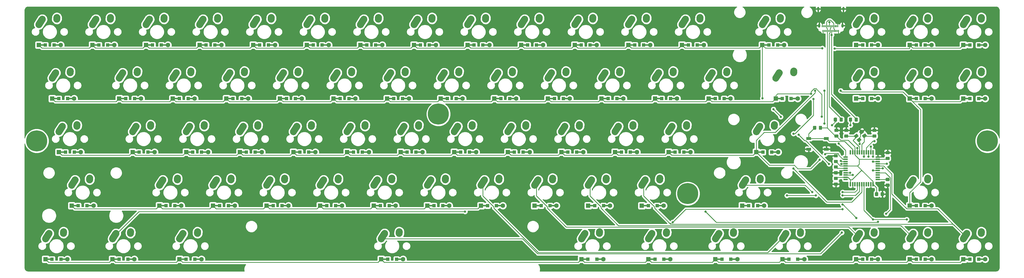
<source format=gbl>
%TF.GenerationSoftware,KiCad,Pcbnew,(5.1.6)-1*%
%TF.CreationDate,2020-07-22T19:59:05-04:00*%
%TF.ProjectId,prosaic,70726f73-6169-4632-9e6b-696361645f70,-*%
%TF.SameCoordinates,Original*%
%TF.FileFunction,Copper,L2,Bot*%
%TF.FilePolarity,Positive*%
%FSLAX46Y46*%
G04 Gerber Fmt 4.6, Leading zero omitted, Abs format (unit mm)*
G04 Created by KiCad (PCBNEW (5.1.6)-1) date 2020-07-22 19:59:05*
%MOMM*%
%LPD*%
G01*
G04 APERTURE LIST*
%TA.AperFunction,ComponentPad*%
%ADD10C,7.500000*%
%TD*%
%TA.AperFunction,Conductor*%
%ADD11R,2.500000X0.500000*%
%TD*%
%TA.AperFunction,ComponentPad*%
%ADD12C,1.600000*%
%TD*%
%TA.AperFunction,ComponentPad*%
%ADD13R,1.600000X1.600000*%
%TD*%
%TA.AperFunction,SMDPad,CuDef*%
%ADD14R,1.200000X1.200000*%
%TD*%
%TA.AperFunction,SMDPad,CuDef*%
%ADD15R,0.300000X0.700000*%
%TD*%
%TA.AperFunction,ComponentPad*%
%ADD16O,0.800000X1.400000*%
%TD*%
%TA.AperFunction,SMDPad,CuDef*%
%ADD17R,1.700000X1.000000*%
%TD*%
%TA.AperFunction,SMDPad,CuDef*%
%ADD18R,0.550000X1.500000*%
%TD*%
%TA.AperFunction,SMDPad,CuDef*%
%ADD19R,1.500000X0.550000*%
%TD*%
%TA.AperFunction,SMDPad,CuDef*%
%ADD20C,0.100000*%
%TD*%
%TA.AperFunction,ViaPad*%
%ADD21C,0.800000*%
%TD*%
%TA.AperFunction,Conductor*%
%ADD22C,0.250000*%
%TD*%
%TA.AperFunction,Conductor*%
%ADD23C,0.254000*%
%TD*%
G04 APERTURE END LIST*
%TO.P,K20,2*%
%TO.N,Net-(D20-Pad2)*%
%TA.AperFunction,ComponentPad*%
G36*
G01*
X177823564Y-151583271D02*
X177863013Y-151004615D01*
G75*
G02*
X179195137Y-149842529I1247105J-85019D01*
G01*
X179195137Y-149842529D01*
G75*
G02*
X180357223Y-151174653I-85019J-1247105D01*
G01*
X180317775Y-151753309D01*
G75*
G02*
X178985651Y-152915395I-1247105J85019D01*
G01*
X178985651Y-152915395D01*
G75*
G02*
X177823565Y-151583271I85019J1247105D01*
G01*
G37*
%TD.AperFunction*%
%TO.P,K20,1*%
%TO.N,/col3*%
%TA.AperFunction,ComponentPad*%
G36*
G01*
X171656693Y-152926153D02*
X172865617Y-151028522D01*
G75*
G02*
X174591481Y-150645908I1054239J-671625D01*
G01*
X174591481Y-150645908D01*
G75*
G02*
X174974095Y-152371772I-671625J-1054239D01*
G01*
X173765171Y-154269402D01*
G75*
G02*
X172039307Y-154652016I-1054239J671625D01*
G01*
X172039307Y-154652016D01*
G75*
G02*
X171656693Y-152926152I671625J1054239D01*
G01*
G37*
%TD.AperFunction*%
%TD*%
%TO.P,K59,2*%
%TO.N,Net-(D59-Pad2)*%
%TA.AperFunction,ComponentPad*%
G36*
G01*
X306168064Y-132533276D02*
X306207513Y-131954620D01*
G75*
G02*
X307539637Y-130792534I1247105J-85019D01*
G01*
X307539637Y-130792534D01*
G75*
G02*
X308701723Y-132124658I-85019J-1247105D01*
G01*
X308662275Y-132703314D01*
G75*
G02*
X307330151Y-133865400I-1247105J85019D01*
G01*
X307330151Y-133865400D01*
G75*
G02*
X306168065Y-132533276I85019J1247105D01*
G01*
G37*
%TD.AperFunction*%
%TO.P,K59,1*%
%TO.N,/col11*%
%TA.AperFunction,ComponentPad*%
G36*
G01*
X300001193Y-133876158D02*
X301210117Y-131978527D01*
G75*
G02*
X302935981Y-131595913I1054239J-671625D01*
G01*
X302935981Y-131595913D01*
G75*
G02*
X303318595Y-133321777I-671625J-1054239D01*
G01*
X302109671Y-135219407D01*
G75*
G02*
X300383807Y-135602021I-1054239J671625D01*
G01*
X300383807Y-135602021D01*
G75*
G02*
X300001193Y-133876157I671625J1054239D01*
G01*
G37*
%TD.AperFunction*%
%TD*%
%TO.P,K62,2*%
%TO.N,Net-(D62-Pad2)*%
%TA.AperFunction,ComponentPad*%
G36*
G01*
X311173564Y-113483226D02*
X311213013Y-112904570D01*
G75*
G02*
X312545137Y-111742484I1247105J-85019D01*
G01*
X312545137Y-111742484D01*
G75*
G02*
X313707223Y-113074608I-85019J-1247105D01*
G01*
X313667775Y-113653264D01*
G75*
G02*
X312335651Y-114815350I-1247105J85019D01*
G01*
X312335651Y-114815350D01*
G75*
G02*
X311173565Y-113483226I85019J1247105D01*
G01*
G37*
%TD.AperFunction*%
%TO.P,K62,1*%
%TO.N,/col12*%
%TA.AperFunction,ComponentPad*%
G36*
G01*
X305006693Y-114826108D02*
X306215617Y-112928477D01*
G75*
G02*
X307941481Y-112545863I1054239J-671625D01*
G01*
X307941481Y-112545863D01*
G75*
G02*
X308324095Y-114271727I-671625J-1054239D01*
G01*
X307115171Y-116169357D01*
G75*
G02*
X305389307Y-116551971I-1054239J671625D01*
G01*
X305389307Y-116551971D01*
G75*
G02*
X305006693Y-114826107I671625J1054239D01*
G01*
G37*
%TD.AperFunction*%
%TD*%
%TO.P,K4,2*%
%TO.N,Net-(D4-Pad2)*%
%TA.AperFunction,ComponentPad*%
G36*
G01*
X67799564Y-132533276D02*
X67839013Y-131954620D01*
G75*
G02*
X69171137Y-130792534I1247105J-85019D01*
G01*
X69171137Y-130792534D01*
G75*
G02*
X70333223Y-132124658I-85019J-1247105D01*
G01*
X70293775Y-132703314D01*
G75*
G02*
X68961651Y-133865400I-1247105J85019D01*
G01*
X68961651Y-133865400D01*
G75*
G02*
X67799565Y-132533276I85019J1247105D01*
G01*
G37*
%TD.AperFunction*%
%TO.P,K4,1*%
%TO.N,/col0*%
%TA.AperFunction,ComponentPad*%
G36*
G01*
X61632693Y-133876158D02*
X62841617Y-131978527D01*
G75*
G02*
X64567481Y-131595913I1054239J-671625D01*
G01*
X64567481Y-131595913D01*
G75*
G02*
X64950095Y-133321777I-671625J-1054239D01*
G01*
X63741171Y-135219407D01*
G75*
G02*
X62015307Y-135602021I-1054239J671625D01*
G01*
X62015307Y-135602021D01*
G75*
G02*
X61632693Y-133876157I671625J1054239D01*
G01*
G37*
%TD.AperFunction*%
%TD*%
%TO.P,K64,2*%
%TO.N,Net-(D64-Pad2)*%
%TA.AperFunction,ComponentPad*%
G36*
G01*
X313312064Y-75383226D02*
X313351513Y-74804570D01*
G75*
G02*
X314683637Y-73642484I1247105J-85019D01*
G01*
X314683637Y-73642484D01*
G75*
G02*
X315845723Y-74974608I-85019J-1247105D01*
G01*
X315806275Y-75553264D01*
G75*
G02*
X314474151Y-76715350I-1247105J85019D01*
G01*
X314474151Y-76715350D01*
G75*
G02*
X313312065Y-75383226I85019J1247105D01*
G01*
G37*
%TD.AperFunction*%
%TO.P,K64,1*%
%TO.N,/col13*%
%TA.AperFunction,ComponentPad*%
G36*
G01*
X307145193Y-76726108D02*
X308354117Y-74828477D01*
G75*
G02*
X310079981Y-74445863I1054239J-671625D01*
G01*
X310079981Y-74445863D01*
G75*
G02*
X310462595Y-76171727I-671625J-1054239D01*
G01*
X309253671Y-78069357D01*
G75*
G02*
X307527807Y-78451971I-1054239J671625D01*
G01*
X307527807Y-78451971D01*
G75*
G02*
X307145193Y-76726107I671625J1054239D01*
G01*
G37*
%TD.AperFunction*%
%TD*%
%TO.P,K3,2*%
%TO.N,Net-(D3-Pad2)*%
%TA.AperFunction,ComponentPad*%
G36*
G01*
X63279624Y-113482626D02*
X63319073Y-112903970D01*
G75*
G02*
X64651197Y-111741884I1247105J-85019D01*
G01*
X64651197Y-111741884D01*
G75*
G02*
X65813283Y-113074008I-85019J-1247105D01*
G01*
X65773835Y-113652664D01*
G75*
G02*
X64441711Y-114814750I-1247105J85019D01*
G01*
X64441711Y-114814750D01*
G75*
G02*
X63279625Y-113482626I85019J1247105D01*
G01*
G37*
%TD.AperFunction*%
%TO.P,K3,1*%
%TO.N,/col0*%
%TA.AperFunction,ComponentPad*%
G36*
G01*
X57112753Y-114825508D02*
X58321677Y-112927877D01*
G75*
G02*
X60047541Y-112545263I1054239J-671625D01*
G01*
X60047541Y-112545263D01*
G75*
G02*
X60430155Y-114271127I-671625J-1054239D01*
G01*
X59221231Y-116168757D01*
G75*
G02*
X57495367Y-116551371I-1054239J671625D01*
G01*
X57495367Y-116551371D01*
G75*
G02*
X57112753Y-114825507I671625J1054239D01*
G01*
G37*
%TD.AperFunction*%
%TD*%
%TO.P,K2,2*%
%TO.N,Net-(D2-Pad2)*%
%TA.AperFunction,ComponentPad*%
G36*
G01*
X60899049Y-94433376D02*
X60938498Y-93854720D01*
G75*
G02*
X62270622Y-92692634I1247105J-85019D01*
G01*
X62270622Y-92692634D01*
G75*
G02*
X63432708Y-94024758I-85019J-1247105D01*
G01*
X63393260Y-94603414D01*
G75*
G02*
X62061136Y-95765500I-1247105J85019D01*
G01*
X62061136Y-95765500D01*
G75*
G02*
X60899050Y-94433376I85019J1247105D01*
G01*
G37*
%TD.AperFunction*%
%TO.P,K2,1*%
%TO.N,/col0*%
%TA.AperFunction,ComponentPad*%
G36*
G01*
X54732178Y-95776258D02*
X55941102Y-93878627D01*
G75*
G02*
X57666966Y-93496013I1054239J-671625D01*
G01*
X57666966Y-93496013D01*
G75*
G02*
X58049580Y-95221877I-671625J-1054239D01*
G01*
X56840656Y-97119507D01*
G75*
G02*
X55114792Y-97502121I-1054239J671625D01*
G01*
X55114792Y-97502121D01*
G75*
G02*
X54732178Y-95776257I671625J1054239D01*
G01*
G37*
%TD.AperFunction*%
%TD*%
%TO.P,K65,2*%
%TO.N,Net-(D65-Pad2)*%
%TA.AperFunction,ComponentPad*%
G36*
G01*
X318074064Y-94433376D02*
X318113513Y-93854720D01*
G75*
G02*
X319445637Y-92692634I1247105J-85019D01*
G01*
X319445637Y-92692634D01*
G75*
G02*
X320607723Y-94024758I-85019J-1247105D01*
G01*
X320568275Y-94603414D01*
G75*
G02*
X319236151Y-95765500I-1247105J85019D01*
G01*
X319236151Y-95765500D01*
G75*
G02*
X318074065Y-94433376I85019J1247105D01*
G01*
G37*
%TD.AperFunction*%
%TO.P,K65,1*%
%TO.N,/col13*%
%TA.AperFunction,ComponentPad*%
G36*
G01*
X311907193Y-95776258D02*
X313116117Y-93878627D01*
G75*
G02*
X314841981Y-93496013I1054239J-671625D01*
G01*
X314841981Y-93496013D01*
G75*
G02*
X315224595Y-95221877I-671625J-1054239D01*
G01*
X314015671Y-97119507D01*
G75*
G02*
X312289807Y-97502121I-1054239J671625D01*
G01*
X312289807Y-97502121D01*
G75*
G02*
X311907193Y-95776257I671625J1054239D01*
G01*
G37*
%TD.AperFunction*%
%TD*%
%TO.P,K5,2*%
%TO.N,Net-(D5-Pad2)*%
%TA.AperFunction,ComponentPad*%
G36*
G01*
X58518514Y-151582596D02*
X58557963Y-151003940D01*
G75*
G02*
X59890087Y-149841854I1247105J-85019D01*
G01*
X59890087Y-149841854D01*
G75*
G02*
X61052173Y-151173978I-85019J-1247105D01*
G01*
X61012725Y-151752634D01*
G75*
G02*
X59680601Y-152914720I-1247105J85019D01*
G01*
X59680601Y-152914720D01*
G75*
G02*
X58518515Y-151582596I85019J1247105D01*
G01*
G37*
%TD.AperFunction*%
%TO.P,K5,1*%
%TO.N,/col0*%
%TA.AperFunction,ComponentPad*%
G36*
G01*
X52351643Y-152925478D02*
X53560567Y-151027847D01*
G75*
G02*
X55286431Y-150645233I1054239J-671625D01*
G01*
X55286431Y-150645233D01*
G75*
G02*
X55669045Y-152371097I-671625J-1054239D01*
G01*
X54460121Y-154268727D01*
G75*
G02*
X52734257Y-154651341I-1054239J671625D01*
G01*
X52734257Y-154651341D01*
G75*
G02*
X52351643Y-152925477I671625J1054239D01*
G01*
G37*
%TD.AperFunction*%
%TD*%
%TO.P,K10,2*%
%TO.N,Net-(D10-Pad2)*%
%TA.AperFunction,ComponentPad*%
G36*
G01*
X82329564Y-151582596D02*
X82369013Y-151003940D01*
G75*
G02*
X83701137Y-149841854I1247105J-85019D01*
G01*
X83701137Y-149841854D01*
G75*
G02*
X84863223Y-151173978I-85019J-1247105D01*
G01*
X84823775Y-151752634D01*
G75*
G02*
X83491651Y-152914720I-1247105J85019D01*
G01*
X83491651Y-152914720D01*
G75*
G02*
X82329565Y-151582596I85019J1247105D01*
G01*
G37*
%TD.AperFunction*%
%TO.P,K10,1*%
%TO.N,/col1*%
%TA.AperFunction,ComponentPad*%
G36*
G01*
X76162693Y-152925478D02*
X77371617Y-151027847D01*
G75*
G02*
X79097481Y-150645233I1054239J-671625D01*
G01*
X79097481Y-150645233D01*
G75*
G02*
X79480095Y-152371097I-671625J-1054239D01*
G01*
X78271171Y-154268727D01*
G75*
G02*
X76545307Y-154651341I-1054239J671625D01*
G01*
X76545307Y-154651341D01*
G75*
G02*
X76162693Y-152925477I671625J1054239D01*
G01*
G37*
%TD.AperFunction*%
%TD*%
%TO.P,K15,2*%
%TO.N,Net-(D15-Pad2)*%
%TA.AperFunction,ComponentPad*%
G36*
G01*
X106143464Y-151582596D02*
X106182913Y-151003940D01*
G75*
G02*
X107515037Y-149841854I1247105J-85019D01*
G01*
X107515037Y-149841854D01*
G75*
G02*
X108677123Y-151173978I-85019J-1247105D01*
G01*
X108637675Y-151752634D01*
G75*
G02*
X107305551Y-152914720I-1247105J85019D01*
G01*
X107305551Y-152914720D01*
G75*
G02*
X106143465Y-151582596I85019J1247105D01*
G01*
G37*
%TD.AperFunction*%
%TO.P,K15,1*%
%TO.N,Net-(K11-Pad1)*%
%TA.AperFunction,ComponentPad*%
G36*
G01*
X99976593Y-152925478D02*
X101185517Y-151027847D01*
G75*
G02*
X102911381Y-150645233I1054239J-671625D01*
G01*
X102911381Y-150645233D01*
G75*
G02*
X103293995Y-152371097I-671625J-1054239D01*
G01*
X102085071Y-154268727D01*
G75*
G02*
X100359207Y-154651341I-1054239J671625D01*
G01*
X100359207Y-154651341D01*
G75*
G02*
X99976593Y-152925477I671625J1054239D01*
G01*
G37*
%TD.AperFunction*%
%TD*%
%TO.P,K25,2*%
%TO.N,Net-(D25-Pad2)*%
%TA.AperFunction,ComponentPad*%
G36*
G01*
X249018564Y-151582596D02*
X249058013Y-151003940D01*
G75*
G02*
X250390137Y-149841854I1247105J-85019D01*
G01*
X250390137Y-149841854D01*
G75*
G02*
X251552223Y-151173978I-85019J-1247105D01*
G01*
X251512775Y-151752634D01*
G75*
G02*
X250180651Y-152914720I-1247105J85019D01*
G01*
X250180651Y-152914720D01*
G75*
G02*
X249018565Y-151582596I85019J1247105D01*
G01*
G37*
%TD.AperFunction*%
%TO.P,K25,1*%
%TO.N,/col4*%
%TA.AperFunction,ComponentPad*%
G36*
G01*
X242851693Y-152925478D02*
X244060617Y-151027847D01*
G75*
G02*
X245786481Y-150645233I1054239J-671625D01*
G01*
X245786481Y-150645233D01*
G75*
G02*
X246169095Y-152371097I-671625J-1054239D01*
G01*
X244960171Y-154268727D01*
G75*
G02*
X243234307Y-154651341I-1054239J671625D01*
G01*
X243234307Y-154651341D01*
G75*
G02*
X242851693Y-152925477I671625J1054239D01*
G01*
G37*
%TD.AperFunction*%
%TD*%
%TO.P,K30,2*%
%TO.N,Net-(D30-Pad2)*%
%TA.AperFunction,ComponentPad*%
G36*
G01*
X272829564Y-151582596D02*
X272869013Y-151003940D01*
G75*
G02*
X274201137Y-149841854I1247105J-85019D01*
G01*
X274201137Y-149841854D01*
G75*
G02*
X275363223Y-151173978I-85019J-1247105D01*
G01*
X275323775Y-151752634D01*
G75*
G02*
X273991651Y-152914720I-1247105J85019D01*
G01*
X273991651Y-152914720D01*
G75*
G02*
X272829565Y-151582596I85019J1247105D01*
G01*
G37*
%TD.AperFunction*%
%TO.P,K30,1*%
%TO.N,/col5*%
%TA.AperFunction,ComponentPad*%
G36*
G01*
X266662693Y-152925478D02*
X267871617Y-151027847D01*
G75*
G02*
X269597481Y-150645233I1054239J-671625D01*
G01*
X269597481Y-150645233D01*
G75*
G02*
X269980095Y-152371097I-671625J-1054239D01*
G01*
X268771171Y-154268727D01*
G75*
G02*
X267045307Y-154651341I-1054239J671625D01*
G01*
X267045307Y-154651341D01*
G75*
G02*
X266662693Y-152925477I671625J1054239D01*
G01*
G37*
%TD.AperFunction*%
%TD*%
%TO.P,K35,2*%
%TO.N,Net-(D35-Pad2)*%
%TA.AperFunction,ComponentPad*%
G36*
G01*
X296643564Y-151582596D02*
X296683013Y-151003940D01*
G75*
G02*
X298015137Y-149841854I1247105J-85019D01*
G01*
X298015137Y-149841854D01*
G75*
G02*
X299177223Y-151173978I-85019J-1247105D01*
G01*
X299137775Y-151752634D01*
G75*
G02*
X297805651Y-152914720I-1247105J85019D01*
G01*
X297805651Y-152914720D01*
G75*
G02*
X296643565Y-151582596I85019J1247105D01*
G01*
G37*
%TD.AperFunction*%
%TO.P,K35,1*%
%TO.N,/col6*%
%TA.AperFunction,ComponentPad*%
G36*
G01*
X290476693Y-152925478D02*
X291685617Y-151027847D01*
G75*
G02*
X293411481Y-150645233I1054239J-671625D01*
G01*
X293411481Y-150645233D01*
G75*
G02*
X293794095Y-152371097I-671625J-1054239D01*
G01*
X292585171Y-154268727D01*
G75*
G02*
X290859307Y-154651341I-1054239J671625D01*
G01*
X290859307Y-154651341D01*
G75*
G02*
X290476693Y-152925477I671625J1054239D01*
G01*
G37*
%TD.AperFunction*%
%TD*%
%TO.P,K40,2*%
%TO.N,Net-(D40-Pad2)*%
%TA.AperFunction,ComponentPad*%
G36*
G01*
X320454564Y-151582596D02*
X320494013Y-151003940D01*
G75*
G02*
X321826137Y-149841854I1247105J-85019D01*
G01*
X321826137Y-149841854D01*
G75*
G02*
X322988223Y-151173978I-85019J-1247105D01*
G01*
X322948775Y-151752634D01*
G75*
G02*
X321616651Y-152914720I-1247105J85019D01*
G01*
X321616651Y-152914720D01*
G75*
G02*
X320454565Y-151582596I85019J1247105D01*
G01*
G37*
%TD.AperFunction*%
%TO.P,K40,1*%
%TO.N,/col7*%
%TA.AperFunction,ComponentPad*%
G36*
G01*
X314287693Y-152925478D02*
X315496617Y-151027847D01*
G75*
G02*
X317222481Y-150645233I1054239J-671625D01*
G01*
X317222481Y-150645233D01*
G75*
G02*
X317605095Y-152371097I-671625J-1054239D01*
G01*
X316396171Y-154268727D01*
G75*
G02*
X314670307Y-154651341I-1054239J671625D01*
G01*
X314670307Y-154651341D01*
G75*
G02*
X314287693Y-152925477I671625J1054239D01*
G01*
G37*
%TD.AperFunction*%
%TD*%
%TO.P,K11,2*%
%TO.N,Net-(D11-Pad2)*%
%TA.AperFunction,ComponentPad*%
G36*
G01*
X94235764Y-75384076D02*
X94275213Y-74805420D01*
G75*
G02*
X95607337Y-73643334I1247105J-85019D01*
G01*
X95607337Y-73643334D01*
G75*
G02*
X96769423Y-74975458I-85019J-1247105D01*
G01*
X96729975Y-75554114D01*
G75*
G02*
X95397851Y-76716200I-1247105J85019D01*
G01*
X95397851Y-76716200D01*
G75*
G02*
X94235765Y-75384076I85019J1247105D01*
G01*
G37*
%TD.AperFunction*%
%TO.P,K11,1*%
%TO.N,Net-(K11-Pad1)*%
%TA.AperFunction,ComponentPad*%
G36*
G01*
X88068893Y-76726958D02*
X89277817Y-74829327D01*
G75*
G02*
X91003681Y-74446713I1054239J-671625D01*
G01*
X91003681Y-74446713D01*
G75*
G02*
X91386295Y-76172577I-671625J-1054239D01*
G01*
X90177371Y-78070207D01*
G75*
G02*
X88451507Y-78452821I-1054239J671625D01*
G01*
X88451507Y-78452821D01*
G75*
G02*
X88068893Y-76726957I671625J1054239D01*
G01*
G37*
%TD.AperFunction*%
%TD*%
%TO.P,K6,2*%
%TO.N,Net-(D6-Pad2)*%
%TA.AperFunction,ComponentPad*%
G36*
G01*
X75186464Y-75384076D02*
X75225913Y-74805420D01*
G75*
G02*
X76558037Y-73643334I1247105J-85019D01*
G01*
X76558037Y-73643334D01*
G75*
G02*
X77720123Y-74975458I-85019J-1247105D01*
G01*
X77680675Y-75554114D01*
G75*
G02*
X76348551Y-76716200I-1247105J85019D01*
G01*
X76348551Y-76716200D01*
G75*
G02*
X75186465Y-75384076I85019J1247105D01*
G01*
G37*
%TD.AperFunction*%
%TO.P,K6,1*%
%TO.N,/col1*%
%TA.AperFunction,ComponentPad*%
G36*
G01*
X69019593Y-76726958D02*
X70228517Y-74829327D01*
G75*
G02*
X71954381Y-74446713I1054239J-671625D01*
G01*
X71954381Y-74446713D01*
G75*
G02*
X72336995Y-76172577I-671625J-1054239D01*
G01*
X71128071Y-78070207D01*
G75*
G02*
X69402207Y-78452821I-1054239J671625D01*
G01*
X69402207Y-78452821D01*
G75*
G02*
X69019593Y-76726957I671625J1054239D01*
G01*
G37*
%TD.AperFunction*%
%TD*%
%TO.P,K1,2*%
%TO.N,Net-(D1-Pad2)*%
%TA.AperFunction,ComponentPad*%
G36*
G01*
X56137234Y-75384076D02*
X56176683Y-74805420D01*
G75*
G02*
X57508807Y-73643334I1247105J-85019D01*
G01*
X57508807Y-73643334D01*
G75*
G02*
X58670893Y-74975458I-85019J-1247105D01*
G01*
X58631445Y-75554114D01*
G75*
G02*
X57299321Y-76716200I-1247105J85019D01*
G01*
X57299321Y-76716200D01*
G75*
G02*
X56137235Y-75384076I85019J1247105D01*
G01*
G37*
%TD.AperFunction*%
%TO.P,K1,1*%
%TO.N,/col0*%
%TA.AperFunction,ComponentPad*%
G36*
G01*
X49970363Y-76726958D02*
X51179287Y-74829327D01*
G75*
G02*
X52905151Y-74446713I1054239J-671625D01*
G01*
X52905151Y-74446713D01*
G75*
G02*
X53287765Y-76172577I-671625J-1054239D01*
G01*
X52078841Y-78070207D01*
G75*
G02*
X50352977Y-78452821I-1054239J671625D01*
G01*
X50352977Y-78452821D01*
G75*
G02*
X49970363Y-76726957I671625J1054239D01*
G01*
G37*
%TD.AperFunction*%
%TD*%
%TO.P,K16,2*%
%TO.N,Net-(D16-Pad2)*%
%TA.AperFunction,ComponentPad*%
G36*
G01*
X113285764Y-75384076D02*
X113325213Y-74805420D01*
G75*
G02*
X114657337Y-73643334I1247105J-85019D01*
G01*
X114657337Y-73643334D01*
G75*
G02*
X115819423Y-74975458I-85019J-1247105D01*
G01*
X115779975Y-75554114D01*
G75*
G02*
X114447851Y-76716200I-1247105J85019D01*
G01*
X114447851Y-76716200D01*
G75*
G02*
X113285765Y-75384076I85019J1247105D01*
G01*
G37*
%TD.AperFunction*%
%TO.P,K16,1*%
%TO.N,/col3*%
%TA.AperFunction,ComponentPad*%
G36*
G01*
X107118893Y-76726958D02*
X108327817Y-74829327D01*
G75*
G02*
X110053681Y-74446713I1054239J-671625D01*
G01*
X110053681Y-74446713D01*
G75*
G02*
X110436295Y-76172577I-671625J-1054239D01*
G01*
X109227371Y-78070207D01*
G75*
G02*
X107501507Y-78452821I-1054239J671625D01*
G01*
X107501507Y-78452821D01*
G75*
G02*
X107118893Y-76726957I671625J1054239D01*
G01*
G37*
%TD.AperFunction*%
%TD*%
%TO.P,K21,2*%
%TO.N,Net-(D21-Pad2)*%
%TA.AperFunction,ComponentPad*%
G36*
G01*
X132336464Y-75384076D02*
X132375913Y-74805420D01*
G75*
G02*
X133708037Y-73643334I1247105J-85019D01*
G01*
X133708037Y-73643334D01*
G75*
G02*
X134870123Y-74975458I-85019J-1247105D01*
G01*
X134830675Y-75554114D01*
G75*
G02*
X133498551Y-76716200I-1247105J85019D01*
G01*
X133498551Y-76716200D01*
G75*
G02*
X132336465Y-75384076I85019J1247105D01*
G01*
G37*
%TD.AperFunction*%
%TO.P,K21,1*%
%TO.N,/col4*%
%TA.AperFunction,ComponentPad*%
G36*
G01*
X126169593Y-76726958D02*
X127378517Y-74829327D01*
G75*
G02*
X129104381Y-74446713I1054239J-671625D01*
G01*
X129104381Y-74446713D01*
G75*
G02*
X129486995Y-76172577I-671625J-1054239D01*
G01*
X128278071Y-78070207D01*
G75*
G02*
X126552207Y-78452821I-1054239J671625D01*
G01*
X126552207Y-78452821D01*
G75*
G02*
X126169593Y-76726957I671625J1054239D01*
G01*
G37*
%TD.AperFunction*%
%TD*%
%TO.P,K26,2*%
%TO.N,Net-(D26-Pad2)*%
%TA.AperFunction,ComponentPad*%
G36*
G01*
X151385764Y-75384076D02*
X151425213Y-74805420D01*
G75*
G02*
X152757337Y-73643334I1247105J-85019D01*
G01*
X152757337Y-73643334D01*
G75*
G02*
X153919423Y-74975458I-85019J-1247105D01*
G01*
X153879975Y-75554114D01*
G75*
G02*
X152547851Y-76716200I-1247105J85019D01*
G01*
X152547851Y-76716200D01*
G75*
G02*
X151385765Y-75384076I85019J1247105D01*
G01*
G37*
%TD.AperFunction*%
%TO.P,K26,1*%
%TO.N,/col5*%
%TA.AperFunction,ComponentPad*%
G36*
G01*
X145218893Y-76726958D02*
X146427817Y-74829327D01*
G75*
G02*
X148153681Y-74446713I1054239J-671625D01*
G01*
X148153681Y-74446713D01*
G75*
G02*
X148536295Y-76172577I-671625J-1054239D01*
G01*
X147327371Y-78070207D01*
G75*
G02*
X145601507Y-78452821I-1054239J671625D01*
G01*
X145601507Y-78452821D01*
G75*
G02*
X145218893Y-76726957I671625J1054239D01*
G01*
G37*
%TD.AperFunction*%
%TD*%
%TO.P,K31,2*%
%TO.N,Net-(D31-Pad2)*%
%TA.AperFunction,ComponentPad*%
G36*
G01*
X170436064Y-75384076D02*
X170475513Y-74805420D01*
G75*
G02*
X171807637Y-73643334I1247105J-85019D01*
G01*
X171807637Y-73643334D01*
G75*
G02*
X172969723Y-74975458I-85019J-1247105D01*
G01*
X172930275Y-75554114D01*
G75*
G02*
X171598151Y-76716200I-1247105J85019D01*
G01*
X171598151Y-76716200D01*
G75*
G02*
X170436065Y-75384076I85019J1247105D01*
G01*
G37*
%TD.AperFunction*%
%TO.P,K31,1*%
%TO.N,/col6*%
%TA.AperFunction,ComponentPad*%
G36*
G01*
X164269193Y-76726958D02*
X165478117Y-74829327D01*
G75*
G02*
X167203981Y-74446713I1054239J-671625D01*
G01*
X167203981Y-74446713D01*
G75*
G02*
X167586595Y-76172577I-671625J-1054239D01*
G01*
X166377671Y-78070207D01*
G75*
G02*
X164651807Y-78452821I-1054239J671625D01*
G01*
X164651807Y-78452821D01*
G75*
G02*
X164269193Y-76726957I671625J1054239D01*
G01*
G37*
%TD.AperFunction*%
%TD*%
%TO.P,K36,2*%
%TO.N,Net-(D36-Pad2)*%
%TA.AperFunction,ComponentPad*%
G36*
G01*
X189487064Y-75384076D02*
X189526513Y-74805420D01*
G75*
G02*
X190858637Y-73643334I1247105J-85019D01*
G01*
X190858637Y-73643334D01*
G75*
G02*
X192020723Y-74975458I-85019J-1247105D01*
G01*
X191981275Y-75554114D01*
G75*
G02*
X190649151Y-76716200I-1247105J85019D01*
G01*
X190649151Y-76716200D01*
G75*
G02*
X189487065Y-75384076I85019J1247105D01*
G01*
G37*
%TD.AperFunction*%
%TO.P,K36,1*%
%TO.N,/col7*%
%TA.AperFunction,ComponentPad*%
G36*
G01*
X183320193Y-76726958D02*
X184529117Y-74829327D01*
G75*
G02*
X186254981Y-74446713I1054239J-671625D01*
G01*
X186254981Y-74446713D01*
G75*
G02*
X186637595Y-76172577I-671625J-1054239D01*
G01*
X185428671Y-78070207D01*
G75*
G02*
X183702807Y-78452821I-1054239J671625D01*
G01*
X183702807Y-78452821D01*
G75*
G02*
X183320193Y-76726957I671625J1054239D01*
G01*
G37*
%TD.AperFunction*%
%TD*%
%TO.P,K41,2*%
%TO.N,Net-(D41-Pad2)*%
%TA.AperFunction,ComponentPad*%
G36*
G01*
X208537064Y-75384076D02*
X208576513Y-74805420D01*
G75*
G02*
X209908637Y-73643334I1247105J-85019D01*
G01*
X209908637Y-73643334D01*
G75*
G02*
X211070723Y-74975458I-85019J-1247105D01*
G01*
X211031275Y-75554114D01*
G75*
G02*
X209699151Y-76716200I-1247105J85019D01*
G01*
X209699151Y-76716200D01*
G75*
G02*
X208537065Y-75384076I85019J1247105D01*
G01*
G37*
%TD.AperFunction*%
%TO.P,K41,1*%
%TO.N,/col8*%
%TA.AperFunction,ComponentPad*%
G36*
G01*
X202370193Y-76726958D02*
X203579117Y-74829327D01*
G75*
G02*
X205304981Y-74446713I1054239J-671625D01*
G01*
X205304981Y-74446713D01*
G75*
G02*
X205687595Y-76172577I-671625J-1054239D01*
G01*
X204478671Y-78070207D01*
G75*
G02*
X202752807Y-78452821I-1054239J671625D01*
G01*
X202752807Y-78452821D01*
G75*
G02*
X202370193Y-76726957I671625J1054239D01*
G01*
G37*
%TD.AperFunction*%
%TD*%
%TO.P,K46,2*%
%TO.N,Net-(D46-Pad2)*%
%TA.AperFunction,ComponentPad*%
G36*
G01*
X227587064Y-75384076D02*
X227626513Y-74805420D01*
G75*
G02*
X228958637Y-73643334I1247105J-85019D01*
G01*
X228958637Y-73643334D01*
G75*
G02*
X230120723Y-74975458I-85019J-1247105D01*
G01*
X230081275Y-75554114D01*
G75*
G02*
X228749151Y-76716200I-1247105J85019D01*
G01*
X228749151Y-76716200D01*
G75*
G02*
X227587065Y-75384076I85019J1247105D01*
G01*
G37*
%TD.AperFunction*%
%TO.P,K46,1*%
%TO.N,/col9*%
%TA.AperFunction,ComponentPad*%
G36*
G01*
X221420193Y-76726958D02*
X222629117Y-74829327D01*
G75*
G02*
X224354981Y-74446713I1054239J-671625D01*
G01*
X224354981Y-74446713D01*
G75*
G02*
X224737595Y-76172577I-671625J-1054239D01*
G01*
X223528671Y-78070207D01*
G75*
G02*
X221802807Y-78452821I-1054239J671625D01*
G01*
X221802807Y-78452821D01*
G75*
G02*
X221420193Y-76726957I671625J1054239D01*
G01*
G37*
%TD.AperFunction*%
%TD*%
%TO.P,K51,2*%
%TO.N,Net-(D51-Pad2)*%
%TA.AperFunction,ComponentPad*%
G36*
G01*
X246637064Y-75384076D02*
X246676513Y-74805420D01*
G75*
G02*
X248008637Y-73643334I1247105J-85019D01*
G01*
X248008637Y-73643334D01*
G75*
G02*
X249170723Y-74975458I-85019J-1247105D01*
G01*
X249131275Y-75554114D01*
G75*
G02*
X247799151Y-76716200I-1247105J85019D01*
G01*
X247799151Y-76716200D01*
G75*
G02*
X246637065Y-75384076I85019J1247105D01*
G01*
G37*
%TD.AperFunction*%
%TO.P,K51,1*%
%TO.N,/col10*%
%TA.AperFunction,ComponentPad*%
G36*
G01*
X240470193Y-76726958D02*
X241679117Y-74829327D01*
G75*
G02*
X243404981Y-74446713I1054239J-671625D01*
G01*
X243404981Y-74446713D01*
G75*
G02*
X243787595Y-76172577I-671625J-1054239D01*
G01*
X242578671Y-78070207D01*
G75*
G02*
X240852807Y-78452821I-1054239J671625D01*
G01*
X240852807Y-78452821D01*
G75*
G02*
X240470193Y-76726957I671625J1054239D01*
G01*
G37*
%TD.AperFunction*%
%TD*%
%TO.P,K56,2*%
%TO.N,Net-(D56-Pad2)*%
%TA.AperFunction,ComponentPad*%
G36*
G01*
X265687064Y-75384076D02*
X265726513Y-74805420D01*
G75*
G02*
X267058637Y-73643334I1247105J-85019D01*
G01*
X267058637Y-73643334D01*
G75*
G02*
X268220723Y-74975458I-85019J-1247105D01*
G01*
X268181275Y-75554114D01*
G75*
G02*
X266849151Y-76716200I-1247105J85019D01*
G01*
X266849151Y-76716200D01*
G75*
G02*
X265687065Y-75384076I85019J1247105D01*
G01*
G37*
%TD.AperFunction*%
%TO.P,K56,1*%
%TO.N,/col11*%
%TA.AperFunction,ComponentPad*%
G36*
G01*
X259520193Y-76726958D02*
X260729117Y-74829327D01*
G75*
G02*
X262454981Y-74446713I1054239J-671625D01*
G01*
X262454981Y-74446713D01*
G75*
G02*
X262837595Y-76172577I-671625J-1054239D01*
G01*
X261628671Y-78070207D01*
G75*
G02*
X259902807Y-78452821I-1054239J671625D01*
G01*
X259902807Y-78452821D01*
G75*
G02*
X259520193Y-76726957I671625J1054239D01*
G01*
G37*
%TD.AperFunction*%
%TD*%
%TO.P,K60,2*%
%TO.N,Net-(D60-Pad2)*%
%TA.AperFunction,ComponentPad*%
G36*
G01*
X284737064Y-75384076D02*
X284776513Y-74805420D01*
G75*
G02*
X286108637Y-73643334I1247105J-85019D01*
G01*
X286108637Y-73643334D01*
G75*
G02*
X287270723Y-74975458I-85019J-1247105D01*
G01*
X287231275Y-75554114D01*
G75*
G02*
X285899151Y-76716200I-1247105J85019D01*
G01*
X285899151Y-76716200D01*
G75*
G02*
X284737065Y-75384076I85019J1247105D01*
G01*
G37*
%TD.AperFunction*%
%TO.P,K60,1*%
%TO.N,/col12*%
%TA.AperFunction,ComponentPad*%
G36*
G01*
X278570193Y-76726958D02*
X279779117Y-74829327D01*
G75*
G02*
X281504981Y-74446713I1054239J-671625D01*
G01*
X281504981Y-74446713D01*
G75*
G02*
X281887595Y-76172577I-671625J-1054239D01*
G01*
X280678671Y-78070207D01*
G75*
G02*
X278952807Y-78452821I-1054239J671625D01*
G01*
X278952807Y-78452821D01*
G75*
G02*
X278570193Y-76726957I671625J1054239D01*
G01*
G37*
%TD.AperFunction*%
%TD*%
%TO.P,K68,2*%
%TO.N,Net-(D68-Pad2)*%
%TA.AperFunction,ComponentPad*%
G36*
G01*
X346649064Y-75384076D02*
X346688513Y-74805420D01*
G75*
G02*
X348020637Y-73643334I1247105J-85019D01*
G01*
X348020637Y-73643334D01*
G75*
G02*
X349182723Y-74975458I-85019J-1247105D01*
G01*
X349143275Y-75554114D01*
G75*
G02*
X347811151Y-76716200I-1247105J85019D01*
G01*
X347811151Y-76716200D01*
G75*
G02*
X346649065Y-75384076I85019J1247105D01*
G01*
G37*
%TD.AperFunction*%
%TO.P,K68,1*%
%TO.N,/col14*%
%TA.AperFunction,ComponentPad*%
G36*
G01*
X340482193Y-76726958D02*
X341691117Y-74829327D01*
G75*
G02*
X343416981Y-74446713I1054239J-671625D01*
G01*
X343416981Y-74446713D01*
G75*
G02*
X343799595Y-76172577I-671625J-1054239D01*
G01*
X342590671Y-78070207D01*
G75*
G02*
X340864807Y-78452821I-1054239J671625D01*
G01*
X340864807Y-78452821D01*
G75*
G02*
X340482193Y-76726957I671625J1054239D01*
G01*
G37*
%TD.AperFunction*%
%TD*%
%TO.P,K66,2*%
%TO.N,Net-(D66-Pad2)*%
%TA.AperFunction,ComponentPad*%
G36*
G01*
X365699064Y-75384076D02*
X365738513Y-74805420D01*
G75*
G02*
X367070637Y-73643334I1247105J-85019D01*
G01*
X367070637Y-73643334D01*
G75*
G02*
X368232723Y-74975458I-85019J-1247105D01*
G01*
X368193275Y-75554114D01*
G75*
G02*
X366861151Y-76716200I-1247105J85019D01*
G01*
X366861151Y-76716200D01*
G75*
G02*
X365699065Y-75384076I85019J1247105D01*
G01*
G37*
%TD.AperFunction*%
%TO.P,K66,1*%
%TO.N,/col13*%
%TA.AperFunction,ComponentPad*%
G36*
G01*
X359532193Y-76726958D02*
X360741117Y-74829327D01*
G75*
G02*
X362466981Y-74446713I1054239J-671625D01*
G01*
X362466981Y-74446713D01*
G75*
G02*
X362849595Y-76172577I-671625J-1054239D01*
G01*
X361640671Y-78070207D01*
G75*
G02*
X359914807Y-78452821I-1054239J671625D01*
G01*
X359914807Y-78452821D01*
G75*
G02*
X359532193Y-76726957I671625J1054239D01*
G01*
G37*
%TD.AperFunction*%
%TD*%
%TO.P,K70,2*%
%TO.N,Net-(D70-Pad2)*%
%TA.AperFunction,ComponentPad*%
G36*
G01*
X384749064Y-75384076D02*
X384788513Y-74805420D01*
G75*
G02*
X386120637Y-73643334I1247105J-85019D01*
G01*
X386120637Y-73643334D01*
G75*
G02*
X387282723Y-74975458I-85019J-1247105D01*
G01*
X387243275Y-75554114D01*
G75*
G02*
X385911151Y-76716200I-1247105J85019D01*
G01*
X385911151Y-76716200D01*
G75*
G02*
X384749065Y-75384076I85019J1247105D01*
G01*
G37*
%TD.AperFunction*%
%TO.P,K70,1*%
%TO.N,/col14*%
%TA.AperFunction,ComponentPad*%
G36*
G01*
X378582193Y-76726958D02*
X379791117Y-74829327D01*
G75*
G02*
X381516981Y-74446713I1054239J-671625D01*
G01*
X381516981Y-74446713D01*
G75*
G02*
X381899595Y-76172577I-671625J-1054239D01*
G01*
X380690671Y-78070207D01*
G75*
G02*
X378964807Y-78452821I-1054239J671625D01*
G01*
X378964807Y-78452821D01*
G75*
G02*
X378582193Y-76726957I671625J1054239D01*
G01*
G37*
%TD.AperFunction*%
%TD*%
%TO.P,K7,2*%
%TO.N,Net-(D7-Pad2)*%
%TA.AperFunction,ComponentPad*%
G36*
G01*
X84712164Y-94433376D02*
X84751613Y-93854720D01*
G75*
G02*
X86083737Y-92692634I1247105J-85019D01*
G01*
X86083737Y-92692634D01*
G75*
G02*
X87245823Y-94024758I-85019J-1247105D01*
G01*
X87206375Y-94603414D01*
G75*
G02*
X85874251Y-95765500I-1247105J85019D01*
G01*
X85874251Y-95765500D01*
G75*
G02*
X84712165Y-94433376I85019J1247105D01*
G01*
G37*
%TD.AperFunction*%
%TO.P,K7,1*%
%TO.N,/col1*%
%TA.AperFunction,ComponentPad*%
G36*
G01*
X78545293Y-95776258D02*
X79754217Y-93878627D01*
G75*
G02*
X81480081Y-93496013I1054239J-671625D01*
G01*
X81480081Y-93496013D01*
G75*
G02*
X81862695Y-95221877I-671625J-1054239D01*
G01*
X80653771Y-97119507D01*
G75*
G02*
X78927907Y-97502121I-1054239J671625D01*
G01*
X78927907Y-97502121D01*
G75*
G02*
X78545293Y-95776257I671625J1054239D01*
G01*
G37*
%TD.AperFunction*%
%TD*%
%TO.P,K12,2*%
%TO.N,Net-(D12-Pad2)*%
%TA.AperFunction,ComponentPad*%
G36*
G01*
X103762164Y-94433376D02*
X103801613Y-93854720D01*
G75*
G02*
X105133737Y-92692634I1247105J-85019D01*
G01*
X105133737Y-92692634D01*
G75*
G02*
X106295823Y-94024758I-85019J-1247105D01*
G01*
X106256375Y-94603414D01*
G75*
G02*
X104924251Y-95765500I-1247105J85019D01*
G01*
X104924251Y-95765500D01*
G75*
G02*
X103762165Y-94433376I85019J1247105D01*
G01*
G37*
%TD.AperFunction*%
%TO.P,K12,1*%
%TO.N,Net-(K11-Pad1)*%
%TA.AperFunction,ComponentPad*%
G36*
G01*
X97595293Y-95776258D02*
X98804217Y-93878627D01*
G75*
G02*
X100530081Y-93496013I1054239J-671625D01*
G01*
X100530081Y-93496013D01*
G75*
G02*
X100912695Y-95221877I-671625J-1054239D01*
G01*
X99703771Y-97119507D01*
G75*
G02*
X97977907Y-97502121I-1054239J671625D01*
G01*
X97977907Y-97502121D01*
G75*
G02*
X97595293Y-95776257I671625J1054239D01*
G01*
G37*
%TD.AperFunction*%
%TD*%
%TO.P,K17,2*%
%TO.N,Net-(D17-Pad2)*%
%TA.AperFunction,ComponentPad*%
G36*
G01*
X122811464Y-94433376D02*
X122850913Y-93854720D01*
G75*
G02*
X124183037Y-92692634I1247105J-85019D01*
G01*
X124183037Y-92692634D01*
G75*
G02*
X125345123Y-94024758I-85019J-1247105D01*
G01*
X125305675Y-94603414D01*
G75*
G02*
X123973551Y-95765500I-1247105J85019D01*
G01*
X123973551Y-95765500D01*
G75*
G02*
X122811465Y-94433376I85019J1247105D01*
G01*
G37*
%TD.AperFunction*%
%TO.P,K17,1*%
%TO.N,/col3*%
%TA.AperFunction,ComponentPad*%
G36*
G01*
X116644593Y-95776258D02*
X117853517Y-93878627D01*
G75*
G02*
X119579381Y-93496013I1054239J-671625D01*
G01*
X119579381Y-93496013D01*
G75*
G02*
X119961995Y-95221877I-671625J-1054239D01*
G01*
X118753071Y-97119507D01*
G75*
G02*
X117027207Y-97502121I-1054239J671625D01*
G01*
X117027207Y-97502121D01*
G75*
G02*
X116644593Y-95776257I671625J1054239D01*
G01*
G37*
%TD.AperFunction*%
%TD*%
%TO.P,K22,2*%
%TO.N,Net-(D22-Pad2)*%
%TA.AperFunction,ComponentPad*%
G36*
G01*
X141861264Y-94433376D02*
X141900713Y-93854720D01*
G75*
G02*
X143232837Y-92692634I1247105J-85019D01*
G01*
X143232837Y-92692634D01*
G75*
G02*
X144394923Y-94024758I-85019J-1247105D01*
G01*
X144355475Y-94603414D01*
G75*
G02*
X143023351Y-95765500I-1247105J85019D01*
G01*
X143023351Y-95765500D01*
G75*
G02*
X141861265Y-94433376I85019J1247105D01*
G01*
G37*
%TD.AperFunction*%
%TO.P,K22,1*%
%TO.N,/col4*%
%TA.AperFunction,ComponentPad*%
G36*
G01*
X135694393Y-95776258D02*
X136903317Y-93878627D01*
G75*
G02*
X138629181Y-93496013I1054239J-671625D01*
G01*
X138629181Y-93496013D01*
G75*
G02*
X139011795Y-95221877I-671625J-1054239D01*
G01*
X137802871Y-97119507D01*
G75*
G02*
X136077007Y-97502121I-1054239J671625D01*
G01*
X136077007Y-97502121D01*
G75*
G02*
X135694393Y-95776257I671625J1054239D01*
G01*
G37*
%TD.AperFunction*%
%TD*%
%TO.P,K27,2*%
%TO.N,Net-(D27-Pad2)*%
%TA.AperFunction,ComponentPad*%
G36*
G01*
X160911064Y-94433376D02*
X160950513Y-93854720D01*
G75*
G02*
X162282637Y-92692634I1247105J-85019D01*
G01*
X162282637Y-92692634D01*
G75*
G02*
X163444723Y-94024758I-85019J-1247105D01*
G01*
X163405275Y-94603414D01*
G75*
G02*
X162073151Y-95765500I-1247105J85019D01*
G01*
X162073151Y-95765500D01*
G75*
G02*
X160911065Y-94433376I85019J1247105D01*
G01*
G37*
%TD.AperFunction*%
%TO.P,K27,1*%
%TO.N,/col5*%
%TA.AperFunction,ComponentPad*%
G36*
G01*
X154744193Y-95776258D02*
X155953117Y-93878627D01*
G75*
G02*
X157678981Y-93496013I1054239J-671625D01*
G01*
X157678981Y-93496013D01*
G75*
G02*
X158061595Y-95221877I-671625J-1054239D01*
G01*
X156852671Y-97119507D01*
G75*
G02*
X155126807Y-97502121I-1054239J671625D01*
G01*
X155126807Y-97502121D01*
G75*
G02*
X154744193Y-95776257I671625J1054239D01*
G01*
G37*
%TD.AperFunction*%
%TD*%
%TO.P,K32,2*%
%TO.N,Net-(D32-Pad2)*%
%TA.AperFunction,ComponentPad*%
G36*
G01*
X179961064Y-94433376D02*
X180000513Y-93854720D01*
G75*
G02*
X181332637Y-92692634I1247105J-85019D01*
G01*
X181332637Y-92692634D01*
G75*
G02*
X182494723Y-94024758I-85019J-1247105D01*
G01*
X182455275Y-94603414D01*
G75*
G02*
X181123151Y-95765500I-1247105J85019D01*
G01*
X181123151Y-95765500D01*
G75*
G02*
X179961065Y-94433376I85019J1247105D01*
G01*
G37*
%TD.AperFunction*%
%TO.P,K32,1*%
%TO.N,/col6*%
%TA.AperFunction,ComponentPad*%
G36*
G01*
X173794193Y-95776258D02*
X175003117Y-93878627D01*
G75*
G02*
X176728981Y-93496013I1054239J-671625D01*
G01*
X176728981Y-93496013D01*
G75*
G02*
X177111595Y-95221877I-671625J-1054239D01*
G01*
X175902671Y-97119507D01*
G75*
G02*
X174176807Y-97502121I-1054239J671625D01*
G01*
X174176807Y-97502121D01*
G75*
G02*
X173794193Y-95776257I671625J1054239D01*
G01*
G37*
%TD.AperFunction*%
%TD*%
%TO.P,K37,2*%
%TO.N,Net-(D37-Pad2)*%
%TA.AperFunction,ComponentPad*%
G36*
G01*
X199012064Y-94433376D02*
X199051513Y-93854720D01*
G75*
G02*
X200383637Y-92692634I1247105J-85019D01*
G01*
X200383637Y-92692634D01*
G75*
G02*
X201545723Y-94024758I-85019J-1247105D01*
G01*
X201506275Y-94603414D01*
G75*
G02*
X200174151Y-95765500I-1247105J85019D01*
G01*
X200174151Y-95765500D01*
G75*
G02*
X199012065Y-94433376I85019J1247105D01*
G01*
G37*
%TD.AperFunction*%
%TO.P,K37,1*%
%TO.N,/col7*%
%TA.AperFunction,ComponentPad*%
G36*
G01*
X192845193Y-95776258D02*
X194054117Y-93878627D01*
G75*
G02*
X195779981Y-93496013I1054239J-671625D01*
G01*
X195779981Y-93496013D01*
G75*
G02*
X196162595Y-95221877I-671625J-1054239D01*
G01*
X194953671Y-97119507D01*
G75*
G02*
X193227807Y-97502121I-1054239J671625D01*
G01*
X193227807Y-97502121D01*
G75*
G02*
X192845193Y-95776257I671625J1054239D01*
G01*
G37*
%TD.AperFunction*%
%TD*%
%TO.P,K42,2*%
%TO.N,Net-(D42-Pad2)*%
%TA.AperFunction,ComponentPad*%
G36*
G01*
X218062064Y-94433376D02*
X218101513Y-93854720D01*
G75*
G02*
X219433637Y-92692634I1247105J-85019D01*
G01*
X219433637Y-92692634D01*
G75*
G02*
X220595723Y-94024758I-85019J-1247105D01*
G01*
X220556275Y-94603414D01*
G75*
G02*
X219224151Y-95765500I-1247105J85019D01*
G01*
X219224151Y-95765500D01*
G75*
G02*
X218062065Y-94433376I85019J1247105D01*
G01*
G37*
%TD.AperFunction*%
%TO.P,K42,1*%
%TO.N,/col8*%
%TA.AperFunction,ComponentPad*%
G36*
G01*
X211895193Y-95776258D02*
X213104117Y-93878627D01*
G75*
G02*
X214829981Y-93496013I1054239J-671625D01*
G01*
X214829981Y-93496013D01*
G75*
G02*
X215212595Y-95221877I-671625J-1054239D01*
G01*
X214003671Y-97119507D01*
G75*
G02*
X212277807Y-97502121I-1054239J671625D01*
G01*
X212277807Y-97502121D01*
G75*
G02*
X211895193Y-95776257I671625J1054239D01*
G01*
G37*
%TD.AperFunction*%
%TD*%
%TO.P,K47,2*%
%TO.N,Net-(D47-Pad2)*%
%TA.AperFunction,ComponentPad*%
G36*
G01*
X237112064Y-94433376D02*
X237151513Y-93854720D01*
G75*
G02*
X238483637Y-92692634I1247105J-85019D01*
G01*
X238483637Y-92692634D01*
G75*
G02*
X239645723Y-94024758I-85019J-1247105D01*
G01*
X239606275Y-94603414D01*
G75*
G02*
X238274151Y-95765500I-1247105J85019D01*
G01*
X238274151Y-95765500D01*
G75*
G02*
X237112065Y-94433376I85019J1247105D01*
G01*
G37*
%TD.AperFunction*%
%TO.P,K47,1*%
%TO.N,/col9*%
%TA.AperFunction,ComponentPad*%
G36*
G01*
X230945193Y-95776258D02*
X232154117Y-93878627D01*
G75*
G02*
X233879981Y-93496013I1054239J-671625D01*
G01*
X233879981Y-93496013D01*
G75*
G02*
X234262595Y-95221877I-671625J-1054239D01*
G01*
X233053671Y-97119507D01*
G75*
G02*
X231327807Y-97502121I-1054239J671625D01*
G01*
X231327807Y-97502121D01*
G75*
G02*
X230945193Y-95776257I671625J1054239D01*
G01*
G37*
%TD.AperFunction*%
%TD*%
%TO.P,K52,2*%
%TO.N,Net-(D52-Pad2)*%
%TA.AperFunction,ComponentPad*%
G36*
G01*
X256162064Y-94433376D02*
X256201513Y-93854720D01*
G75*
G02*
X257533637Y-92692634I1247105J-85019D01*
G01*
X257533637Y-92692634D01*
G75*
G02*
X258695723Y-94024758I-85019J-1247105D01*
G01*
X258656275Y-94603414D01*
G75*
G02*
X257324151Y-95765500I-1247105J85019D01*
G01*
X257324151Y-95765500D01*
G75*
G02*
X256162065Y-94433376I85019J1247105D01*
G01*
G37*
%TD.AperFunction*%
%TO.P,K52,1*%
%TO.N,/col10*%
%TA.AperFunction,ComponentPad*%
G36*
G01*
X249995193Y-95776258D02*
X251204117Y-93878627D01*
G75*
G02*
X252929981Y-93496013I1054239J-671625D01*
G01*
X252929981Y-93496013D01*
G75*
G02*
X253312595Y-95221877I-671625J-1054239D01*
G01*
X252103671Y-97119507D01*
G75*
G02*
X250377807Y-97502121I-1054239J671625D01*
G01*
X250377807Y-97502121D01*
G75*
G02*
X249995193Y-95776257I671625J1054239D01*
G01*
G37*
%TD.AperFunction*%
%TD*%
%TO.P,K57,2*%
%TO.N,Net-(D57-Pad2)*%
%TA.AperFunction,ComponentPad*%
G36*
G01*
X275212064Y-94433376D02*
X275251513Y-93854720D01*
G75*
G02*
X276583637Y-92692634I1247105J-85019D01*
G01*
X276583637Y-92692634D01*
G75*
G02*
X277745723Y-94024758I-85019J-1247105D01*
G01*
X277706275Y-94603414D01*
G75*
G02*
X276374151Y-95765500I-1247105J85019D01*
G01*
X276374151Y-95765500D01*
G75*
G02*
X275212065Y-94433376I85019J1247105D01*
G01*
G37*
%TD.AperFunction*%
%TO.P,K57,1*%
%TO.N,/col11*%
%TA.AperFunction,ComponentPad*%
G36*
G01*
X269045193Y-95776258D02*
X270254117Y-93878627D01*
G75*
G02*
X271979981Y-93496013I1054239J-671625D01*
G01*
X271979981Y-93496013D01*
G75*
G02*
X272362595Y-95221877I-671625J-1054239D01*
G01*
X271153671Y-97119507D01*
G75*
G02*
X269427807Y-97502121I-1054239J671625D01*
G01*
X269427807Y-97502121D01*
G75*
G02*
X269045193Y-95776257I671625J1054239D01*
G01*
G37*
%TD.AperFunction*%
%TD*%
%TO.P,K61,2*%
%TO.N,Net-(D61-Pad2)*%
%TA.AperFunction,ComponentPad*%
G36*
G01*
X294261564Y-94433376D02*
X294301013Y-93854720D01*
G75*
G02*
X295633137Y-92692634I1247105J-85019D01*
G01*
X295633137Y-92692634D01*
G75*
G02*
X296795223Y-94024758I-85019J-1247105D01*
G01*
X296755775Y-94603414D01*
G75*
G02*
X295423651Y-95765500I-1247105J85019D01*
G01*
X295423651Y-95765500D01*
G75*
G02*
X294261565Y-94433376I85019J1247105D01*
G01*
G37*
%TD.AperFunction*%
%TO.P,K61,1*%
%TO.N,/col12*%
%TA.AperFunction,ComponentPad*%
G36*
G01*
X288094693Y-95776258D02*
X289303617Y-93878627D01*
G75*
G02*
X291029481Y-93496013I1054239J-671625D01*
G01*
X291029481Y-93496013D01*
G75*
G02*
X291412095Y-95221877I-671625J-1054239D01*
G01*
X290203171Y-97119507D01*
G75*
G02*
X288477307Y-97502121I-1054239J671625D01*
G01*
X288477307Y-97502121D01*
G75*
G02*
X288094693Y-95776257I671625J1054239D01*
G01*
G37*
%TD.AperFunction*%
%TD*%
%TO.P,K69,2*%
%TO.N,Net-(D69-Pad2)*%
%TA.AperFunction,ComponentPad*%
G36*
G01*
X346649064Y-94433376D02*
X346688513Y-93854720D01*
G75*
G02*
X348020637Y-92692634I1247105J-85019D01*
G01*
X348020637Y-92692634D01*
G75*
G02*
X349182723Y-94024758I-85019J-1247105D01*
G01*
X349143275Y-94603414D01*
G75*
G02*
X347811151Y-95765500I-1247105J85019D01*
G01*
X347811151Y-95765500D01*
G75*
G02*
X346649065Y-94433376I85019J1247105D01*
G01*
G37*
%TD.AperFunction*%
%TO.P,K69,1*%
%TO.N,/col14*%
%TA.AperFunction,ComponentPad*%
G36*
G01*
X340482193Y-95776258D02*
X341691117Y-93878627D01*
G75*
G02*
X343416981Y-93496013I1054239J-671625D01*
G01*
X343416981Y-93496013D01*
G75*
G02*
X343799595Y-95221877I-671625J-1054239D01*
G01*
X342590671Y-97119507D01*
G75*
G02*
X340864807Y-97502121I-1054239J671625D01*
G01*
X340864807Y-97502121D01*
G75*
G02*
X340482193Y-95776257I671625J1054239D01*
G01*
G37*
%TD.AperFunction*%
%TD*%
%TO.P,K67,2*%
%TO.N,Net-(D67-Pad2)*%
%TA.AperFunction,ComponentPad*%
G36*
G01*
X365699064Y-94433376D02*
X365738513Y-93854720D01*
G75*
G02*
X367070637Y-92692634I1247105J-85019D01*
G01*
X367070637Y-92692634D01*
G75*
G02*
X368232723Y-94024758I-85019J-1247105D01*
G01*
X368193275Y-94603414D01*
G75*
G02*
X366861151Y-95765500I-1247105J85019D01*
G01*
X366861151Y-95765500D01*
G75*
G02*
X365699065Y-94433376I85019J1247105D01*
G01*
G37*
%TD.AperFunction*%
%TO.P,K67,1*%
%TO.N,/col13*%
%TA.AperFunction,ComponentPad*%
G36*
G01*
X359532193Y-95776258D02*
X360741117Y-93878627D01*
G75*
G02*
X362466981Y-93496013I1054239J-671625D01*
G01*
X362466981Y-93496013D01*
G75*
G02*
X362849595Y-95221877I-671625J-1054239D01*
G01*
X361640671Y-97119507D01*
G75*
G02*
X359914807Y-97502121I-1054239J671625D01*
G01*
X359914807Y-97502121D01*
G75*
G02*
X359532193Y-95776257I671625J1054239D01*
G01*
G37*
%TD.AperFunction*%
%TD*%
%TO.P,K71,2*%
%TO.N,Net-(D71-Pad2)*%
%TA.AperFunction,ComponentPad*%
G36*
G01*
X384749064Y-94433376D02*
X384788513Y-93854720D01*
G75*
G02*
X386120637Y-92692634I1247105J-85019D01*
G01*
X386120637Y-92692634D01*
G75*
G02*
X387282723Y-94024758I-85019J-1247105D01*
G01*
X387243275Y-94603414D01*
G75*
G02*
X385911151Y-95765500I-1247105J85019D01*
G01*
X385911151Y-95765500D01*
G75*
G02*
X384749065Y-94433376I85019J1247105D01*
G01*
G37*
%TD.AperFunction*%
%TO.P,K71,1*%
%TO.N,/col14*%
%TA.AperFunction,ComponentPad*%
G36*
G01*
X378582193Y-95776258D02*
X379791117Y-93878627D01*
G75*
G02*
X381516981Y-93496013I1054239J-671625D01*
G01*
X381516981Y-93496013D01*
G75*
G02*
X381899595Y-95221877I-671625J-1054239D01*
G01*
X380690671Y-97119507D01*
G75*
G02*
X378964807Y-97502121I-1054239J671625D01*
G01*
X378964807Y-97502121D01*
G75*
G02*
X378582193Y-95776257I671625J1054239D01*
G01*
G37*
%TD.AperFunction*%
%TD*%
%TO.P,K8,2*%
%TO.N,Net-(D8-Pad2)*%
%TA.AperFunction,ComponentPad*%
G36*
G01*
X89473964Y-113482626D02*
X89513413Y-112903970D01*
G75*
G02*
X90845537Y-111741884I1247105J-85019D01*
G01*
X90845537Y-111741884D01*
G75*
G02*
X92007623Y-113074008I-85019J-1247105D01*
G01*
X91968175Y-113652664D01*
G75*
G02*
X90636051Y-114814750I-1247105J85019D01*
G01*
X90636051Y-114814750D01*
G75*
G02*
X89473965Y-113482626I85019J1247105D01*
G01*
G37*
%TD.AperFunction*%
%TO.P,K8,1*%
%TO.N,/col1*%
%TA.AperFunction,ComponentPad*%
G36*
G01*
X83307093Y-114825508D02*
X84516017Y-112927877D01*
G75*
G02*
X86241881Y-112545263I1054239J-671625D01*
G01*
X86241881Y-112545263D01*
G75*
G02*
X86624495Y-114271127I-671625J-1054239D01*
G01*
X85415571Y-116168757D01*
G75*
G02*
X83689707Y-116551371I-1054239J671625D01*
G01*
X83689707Y-116551371D01*
G75*
G02*
X83307093Y-114825507I671625J1054239D01*
G01*
G37*
%TD.AperFunction*%
%TD*%
%TO.P,K13,2*%
%TO.N,Net-(D13-Pad2)*%
%TA.AperFunction,ComponentPad*%
G36*
G01*
X108523964Y-113482626D02*
X108563413Y-112903970D01*
G75*
G02*
X109895537Y-111741884I1247105J-85019D01*
G01*
X109895537Y-111741884D01*
G75*
G02*
X111057623Y-113074008I-85019J-1247105D01*
G01*
X111018175Y-113652664D01*
G75*
G02*
X109686051Y-114814750I-1247105J85019D01*
G01*
X109686051Y-114814750D01*
G75*
G02*
X108523965Y-113482626I85019J1247105D01*
G01*
G37*
%TD.AperFunction*%
%TO.P,K13,1*%
%TO.N,Net-(K11-Pad1)*%
%TA.AperFunction,ComponentPad*%
G36*
G01*
X102357093Y-114825508D02*
X103566017Y-112927877D01*
G75*
G02*
X105291881Y-112545263I1054239J-671625D01*
G01*
X105291881Y-112545263D01*
G75*
G02*
X105674495Y-114271127I-671625J-1054239D01*
G01*
X104465571Y-116168757D01*
G75*
G02*
X102739707Y-116551371I-1054239J671625D01*
G01*
X102739707Y-116551371D01*
G75*
G02*
X102357093Y-114825507I671625J1054239D01*
G01*
G37*
%TD.AperFunction*%
%TD*%
%TO.P,K18,2*%
%TO.N,Net-(D18-Pad2)*%
%TA.AperFunction,ComponentPad*%
G36*
G01*
X127573964Y-113482626D02*
X127613413Y-112903970D01*
G75*
G02*
X128945537Y-111741884I1247105J-85019D01*
G01*
X128945537Y-111741884D01*
G75*
G02*
X130107623Y-113074008I-85019J-1247105D01*
G01*
X130068175Y-113652664D01*
G75*
G02*
X128736051Y-114814750I-1247105J85019D01*
G01*
X128736051Y-114814750D01*
G75*
G02*
X127573965Y-113482626I85019J1247105D01*
G01*
G37*
%TD.AperFunction*%
%TO.P,K18,1*%
%TO.N,/col3*%
%TA.AperFunction,ComponentPad*%
G36*
G01*
X121407093Y-114825508D02*
X122616017Y-112927877D01*
G75*
G02*
X124341881Y-112545263I1054239J-671625D01*
G01*
X124341881Y-112545263D01*
G75*
G02*
X124724495Y-114271127I-671625J-1054239D01*
G01*
X123515571Y-116168757D01*
G75*
G02*
X121789707Y-116551371I-1054239J671625D01*
G01*
X121789707Y-116551371D01*
G75*
G02*
X121407093Y-114825507I671625J1054239D01*
G01*
G37*
%TD.AperFunction*%
%TD*%
%TO.P,K23,2*%
%TO.N,Net-(D23-Pad2)*%
%TA.AperFunction,ComponentPad*%
G36*
G01*
X146624014Y-113482626D02*
X146663463Y-112903970D01*
G75*
G02*
X147995587Y-111741884I1247105J-85019D01*
G01*
X147995587Y-111741884D01*
G75*
G02*
X149157673Y-113074008I-85019J-1247105D01*
G01*
X149118225Y-113652664D01*
G75*
G02*
X147786101Y-114814750I-1247105J85019D01*
G01*
X147786101Y-114814750D01*
G75*
G02*
X146624015Y-113482626I85019J1247105D01*
G01*
G37*
%TD.AperFunction*%
%TO.P,K23,1*%
%TO.N,/col4*%
%TA.AperFunction,ComponentPad*%
G36*
G01*
X140457143Y-114825508D02*
X141666067Y-112927877D01*
G75*
G02*
X143391931Y-112545263I1054239J-671625D01*
G01*
X143391931Y-112545263D01*
G75*
G02*
X143774545Y-114271127I-671625J-1054239D01*
G01*
X142565621Y-116168757D01*
G75*
G02*
X140839757Y-116551371I-1054239J671625D01*
G01*
X140839757Y-116551371D01*
G75*
G02*
X140457143Y-114825507I671625J1054239D01*
G01*
G37*
%TD.AperFunction*%
%TD*%
%TO.P,K28,2*%
%TO.N,Net-(D28-Pad2)*%
%TA.AperFunction,ComponentPad*%
G36*
G01*
X165674064Y-113482626D02*
X165713513Y-112903970D01*
G75*
G02*
X167045637Y-111741884I1247105J-85019D01*
G01*
X167045637Y-111741884D01*
G75*
G02*
X168207723Y-113074008I-85019J-1247105D01*
G01*
X168168275Y-113652664D01*
G75*
G02*
X166836151Y-114814750I-1247105J85019D01*
G01*
X166836151Y-114814750D01*
G75*
G02*
X165674065Y-113482626I85019J1247105D01*
G01*
G37*
%TD.AperFunction*%
%TO.P,K28,1*%
%TO.N,/col5*%
%TA.AperFunction,ComponentPad*%
G36*
G01*
X159507193Y-114825508D02*
X160716117Y-112927877D01*
G75*
G02*
X162441981Y-112545263I1054239J-671625D01*
G01*
X162441981Y-112545263D01*
G75*
G02*
X162824595Y-114271127I-671625J-1054239D01*
G01*
X161615671Y-116168757D01*
G75*
G02*
X159889807Y-116551371I-1054239J671625D01*
G01*
X159889807Y-116551371D01*
G75*
G02*
X159507193Y-114825507I671625J1054239D01*
G01*
G37*
%TD.AperFunction*%
%TD*%
%TO.P,K33,2*%
%TO.N,Net-(D33-Pad2)*%
%TA.AperFunction,ComponentPad*%
G36*
G01*
X184724064Y-113482626D02*
X184763513Y-112903970D01*
G75*
G02*
X186095637Y-111741884I1247105J-85019D01*
G01*
X186095637Y-111741884D01*
G75*
G02*
X187257723Y-113074008I-85019J-1247105D01*
G01*
X187218275Y-113652664D01*
G75*
G02*
X185886151Y-114814750I-1247105J85019D01*
G01*
X185886151Y-114814750D01*
G75*
G02*
X184724065Y-113482626I85019J1247105D01*
G01*
G37*
%TD.AperFunction*%
%TO.P,K33,1*%
%TO.N,/col6*%
%TA.AperFunction,ComponentPad*%
G36*
G01*
X178557193Y-114825508D02*
X179766117Y-112927877D01*
G75*
G02*
X181491981Y-112545263I1054239J-671625D01*
G01*
X181491981Y-112545263D01*
G75*
G02*
X181874595Y-114271127I-671625J-1054239D01*
G01*
X180665671Y-116168757D01*
G75*
G02*
X178939807Y-116551371I-1054239J671625D01*
G01*
X178939807Y-116551371D01*
G75*
G02*
X178557193Y-114825507I671625J1054239D01*
G01*
G37*
%TD.AperFunction*%
%TD*%
%TO.P,K38,2*%
%TO.N,Net-(D38-Pad2)*%
%TA.AperFunction,ComponentPad*%
G36*
G01*
X203774064Y-113482626D02*
X203813513Y-112903970D01*
G75*
G02*
X205145637Y-111741884I1247105J-85019D01*
G01*
X205145637Y-111741884D01*
G75*
G02*
X206307723Y-113074008I-85019J-1247105D01*
G01*
X206268275Y-113652664D01*
G75*
G02*
X204936151Y-114814750I-1247105J85019D01*
G01*
X204936151Y-114814750D01*
G75*
G02*
X203774065Y-113482626I85019J1247105D01*
G01*
G37*
%TD.AperFunction*%
%TO.P,K38,1*%
%TO.N,/col7*%
%TA.AperFunction,ComponentPad*%
G36*
G01*
X197607193Y-114825508D02*
X198816117Y-112927877D01*
G75*
G02*
X200541981Y-112545263I1054239J-671625D01*
G01*
X200541981Y-112545263D01*
G75*
G02*
X200924595Y-114271127I-671625J-1054239D01*
G01*
X199715671Y-116168757D01*
G75*
G02*
X197989807Y-116551371I-1054239J671625D01*
G01*
X197989807Y-116551371D01*
G75*
G02*
X197607193Y-114825507I671625J1054239D01*
G01*
G37*
%TD.AperFunction*%
%TD*%
%TO.P,K43,2*%
%TO.N,Net-(D43-Pad2)*%
%TA.AperFunction,ComponentPad*%
G36*
G01*
X222824064Y-113482626D02*
X222863513Y-112903970D01*
G75*
G02*
X224195637Y-111741884I1247105J-85019D01*
G01*
X224195637Y-111741884D01*
G75*
G02*
X225357723Y-113074008I-85019J-1247105D01*
G01*
X225318275Y-113652664D01*
G75*
G02*
X223986151Y-114814750I-1247105J85019D01*
G01*
X223986151Y-114814750D01*
G75*
G02*
X222824065Y-113482626I85019J1247105D01*
G01*
G37*
%TD.AperFunction*%
%TO.P,K43,1*%
%TO.N,/col8*%
%TA.AperFunction,ComponentPad*%
G36*
G01*
X216657193Y-114825508D02*
X217866117Y-112927877D01*
G75*
G02*
X219591981Y-112545263I1054239J-671625D01*
G01*
X219591981Y-112545263D01*
G75*
G02*
X219974595Y-114271127I-671625J-1054239D01*
G01*
X218765671Y-116168757D01*
G75*
G02*
X217039807Y-116551371I-1054239J671625D01*
G01*
X217039807Y-116551371D01*
G75*
G02*
X216657193Y-114825507I671625J1054239D01*
G01*
G37*
%TD.AperFunction*%
%TD*%
%TO.P,K48,2*%
%TO.N,Net-(D48-Pad2)*%
%TA.AperFunction,ComponentPad*%
G36*
G01*
X241874064Y-113482626D02*
X241913513Y-112903970D01*
G75*
G02*
X243245637Y-111741884I1247105J-85019D01*
G01*
X243245637Y-111741884D01*
G75*
G02*
X244407723Y-113074008I-85019J-1247105D01*
G01*
X244368275Y-113652664D01*
G75*
G02*
X243036151Y-114814750I-1247105J85019D01*
G01*
X243036151Y-114814750D01*
G75*
G02*
X241874065Y-113482626I85019J1247105D01*
G01*
G37*
%TD.AperFunction*%
%TO.P,K48,1*%
%TO.N,/col9*%
%TA.AperFunction,ComponentPad*%
G36*
G01*
X235707193Y-114825508D02*
X236916117Y-112927877D01*
G75*
G02*
X238641981Y-112545263I1054239J-671625D01*
G01*
X238641981Y-112545263D01*
G75*
G02*
X239024595Y-114271127I-671625J-1054239D01*
G01*
X237815671Y-116168757D01*
G75*
G02*
X236089807Y-116551371I-1054239J671625D01*
G01*
X236089807Y-116551371D01*
G75*
G02*
X235707193Y-114825507I671625J1054239D01*
G01*
G37*
%TD.AperFunction*%
%TD*%
%TO.P,K53,2*%
%TO.N,Net-(D53-Pad2)*%
%TA.AperFunction,ComponentPad*%
G36*
G01*
X260924064Y-113482626D02*
X260963513Y-112903970D01*
G75*
G02*
X262295637Y-111741884I1247105J-85019D01*
G01*
X262295637Y-111741884D01*
G75*
G02*
X263457723Y-113074008I-85019J-1247105D01*
G01*
X263418275Y-113652664D01*
G75*
G02*
X262086151Y-114814750I-1247105J85019D01*
G01*
X262086151Y-114814750D01*
G75*
G02*
X260924065Y-113482626I85019J1247105D01*
G01*
G37*
%TD.AperFunction*%
%TO.P,K53,1*%
%TO.N,/col10*%
%TA.AperFunction,ComponentPad*%
G36*
G01*
X254757193Y-114825508D02*
X255966117Y-112927877D01*
G75*
G02*
X257691981Y-112545263I1054239J-671625D01*
G01*
X257691981Y-112545263D01*
G75*
G02*
X258074595Y-114271127I-671625J-1054239D01*
G01*
X256865671Y-116168757D01*
G75*
G02*
X255139807Y-116551371I-1054239J671625D01*
G01*
X255139807Y-116551371D01*
G75*
G02*
X254757193Y-114825507I671625J1054239D01*
G01*
G37*
%TD.AperFunction*%
%TD*%
%TO.P,K58,2*%
%TO.N,Net-(D58-Pad2)*%
%TA.AperFunction,ComponentPad*%
G36*
G01*
X279974064Y-113482626D02*
X280013513Y-112903970D01*
G75*
G02*
X281345637Y-111741884I1247105J-85019D01*
G01*
X281345637Y-111741884D01*
G75*
G02*
X282507723Y-113074008I-85019J-1247105D01*
G01*
X282468275Y-113652664D01*
G75*
G02*
X281136151Y-114814750I-1247105J85019D01*
G01*
X281136151Y-114814750D01*
G75*
G02*
X279974065Y-113482626I85019J1247105D01*
G01*
G37*
%TD.AperFunction*%
%TO.P,K58,1*%
%TO.N,/col11*%
%TA.AperFunction,ComponentPad*%
G36*
G01*
X273807193Y-114825508D02*
X275016117Y-112927877D01*
G75*
G02*
X276741981Y-112545263I1054239J-671625D01*
G01*
X276741981Y-112545263D01*
G75*
G02*
X277124595Y-114271127I-671625J-1054239D01*
G01*
X275915671Y-116168757D01*
G75*
G02*
X274189807Y-116551371I-1054239J671625D01*
G01*
X274189807Y-116551371D01*
G75*
G02*
X273807193Y-114825507I671625J1054239D01*
G01*
G37*
%TD.AperFunction*%
%TD*%
%TO.P,K9,2*%
%TO.N,Net-(D9-Pad2)*%
%TA.AperFunction,ComponentPad*%
G36*
G01*
X98998964Y-132532576D02*
X99038413Y-131953920D01*
G75*
G02*
X100370537Y-130791834I1247105J-85019D01*
G01*
X100370537Y-130791834D01*
G75*
G02*
X101532623Y-132123958I-85019J-1247105D01*
G01*
X101493175Y-132702614D01*
G75*
G02*
X100161051Y-133864700I-1247105J85019D01*
G01*
X100161051Y-133864700D01*
G75*
G02*
X98998965Y-132532576I85019J1247105D01*
G01*
G37*
%TD.AperFunction*%
%TO.P,K9,1*%
%TO.N,/col1*%
%TA.AperFunction,ComponentPad*%
G36*
G01*
X92832093Y-133875458D02*
X94041017Y-131977827D01*
G75*
G02*
X95766881Y-131595213I1054239J-671625D01*
G01*
X95766881Y-131595213D01*
G75*
G02*
X96149495Y-133321077I-671625J-1054239D01*
G01*
X94940571Y-135218707D01*
G75*
G02*
X93214707Y-135601321I-1054239J671625D01*
G01*
X93214707Y-135601321D01*
G75*
G02*
X92832093Y-133875457I671625J1054239D01*
G01*
G37*
%TD.AperFunction*%
%TD*%
%TO.P,K14,2*%
%TO.N,Net-(D14-Pad2)*%
%TA.AperFunction,ComponentPad*%
G36*
G01*
X118048964Y-132532576D02*
X118088413Y-131953920D01*
G75*
G02*
X119420537Y-130791834I1247105J-85019D01*
G01*
X119420537Y-130791834D01*
G75*
G02*
X120582623Y-132123958I-85019J-1247105D01*
G01*
X120543175Y-132702614D01*
G75*
G02*
X119211051Y-133864700I-1247105J85019D01*
G01*
X119211051Y-133864700D01*
G75*
G02*
X118048965Y-132532576I85019J1247105D01*
G01*
G37*
%TD.AperFunction*%
%TO.P,K14,1*%
%TO.N,Net-(K11-Pad1)*%
%TA.AperFunction,ComponentPad*%
G36*
G01*
X111882093Y-133875458D02*
X113091017Y-131977827D01*
G75*
G02*
X114816881Y-131595213I1054239J-671625D01*
G01*
X114816881Y-131595213D01*
G75*
G02*
X115199495Y-133321077I-671625J-1054239D01*
G01*
X113990571Y-135218707D01*
G75*
G02*
X112264707Y-135601321I-1054239J671625D01*
G01*
X112264707Y-135601321D01*
G75*
G02*
X111882093Y-133875457I671625J1054239D01*
G01*
G37*
%TD.AperFunction*%
%TD*%
%TO.P,K19,2*%
%TO.N,Net-(D19-Pad2)*%
%TA.AperFunction,ComponentPad*%
G36*
G01*
X137098964Y-132532576D02*
X137138413Y-131953920D01*
G75*
G02*
X138470537Y-130791834I1247105J-85019D01*
G01*
X138470537Y-130791834D01*
G75*
G02*
X139632623Y-132123958I-85019J-1247105D01*
G01*
X139593175Y-132702614D01*
G75*
G02*
X138261051Y-133864700I-1247105J85019D01*
G01*
X138261051Y-133864700D01*
G75*
G02*
X137098965Y-132532576I85019J1247105D01*
G01*
G37*
%TD.AperFunction*%
%TO.P,K19,1*%
%TO.N,/col3*%
%TA.AperFunction,ComponentPad*%
G36*
G01*
X130932093Y-133875458D02*
X132141017Y-131977827D01*
G75*
G02*
X133866881Y-131595213I1054239J-671625D01*
G01*
X133866881Y-131595213D01*
G75*
G02*
X134249495Y-133321077I-671625J-1054239D01*
G01*
X133040571Y-135218707D01*
G75*
G02*
X131314707Y-135601321I-1054239J671625D01*
G01*
X131314707Y-135601321D01*
G75*
G02*
X130932093Y-133875457I671625J1054239D01*
G01*
G37*
%TD.AperFunction*%
%TD*%
%TO.P,K24,2*%
%TO.N,Net-(D24-Pad2)*%
%TA.AperFunction,ComponentPad*%
G36*
G01*
X156149064Y-132532576D02*
X156188513Y-131953920D01*
G75*
G02*
X157520637Y-130791834I1247105J-85019D01*
G01*
X157520637Y-130791834D01*
G75*
G02*
X158682723Y-132123958I-85019J-1247105D01*
G01*
X158643275Y-132702614D01*
G75*
G02*
X157311151Y-133864700I-1247105J85019D01*
G01*
X157311151Y-133864700D01*
G75*
G02*
X156149065Y-132532576I85019J1247105D01*
G01*
G37*
%TD.AperFunction*%
%TO.P,K24,1*%
%TO.N,/col4*%
%TA.AperFunction,ComponentPad*%
G36*
G01*
X149982193Y-133875458D02*
X151191117Y-131977827D01*
G75*
G02*
X152916981Y-131595213I1054239J-671625D01*
G01*
X152916981Y-131595213D01*
G75*
G02*
X153299595Y-133321077I-671625J-1054239D01*
G01*
X152090671Y-135218707D01*
G75*
G02*
X150364807Y-135601321I-1054239J671625D01*
G01*
X150364807Y-135601321D01*
G75*
G02*
X149982193Y-133875457I671625J1054239D01*
G01*
G37*
%TD.AperFunction*%
%TD*%
%TO.P,K29,2*%
%TO.N,Net-(D29-Pad2)*%
%TA.AperFunction,ComponentPad*%
G36*
G01*
X175199064Y-132532576D02*
X175238513Y-131953920D01*
G75*
G02*
X176570637Y-130791834I1247105J-85019D01*
G01*
X176570637Y-130791834D01*
G75*
G02*
X177732723Y-132123958I-85019J-1247105D01*
G01*
X177693275Y-132702614D01*
G75*
G02*
X176361151Y-133864700I-1247105J85019D01*
G01*
X176361151Y-133864700D01*
G75*
G02*
X175199065Y-132532576I85019J1247105D01*
G01*
G37*
%TD.AperFunction*%
%TO.P,K29,1*%
%TO.N,/col5*%
%TA.AperFunction,ComponentPad*%
G36*
G01*
X169032193Y-133875458D02*
X170241117Y-131977827D01*
G75*
G02*
X171966981Y-131595213I1054239J-671625D01*
G01*
X171966981Y-131595213D01*
G75*
G02*
X172349595Y-133321077I-671625J-1054239D01*
G01*
X171140671Y-135218707D01*
G75*
G02*
X169414807Y-135601321I-1054239J671625D01*
G01*
X169414807Y-135601321D01*
G75*
G02*
X169032193Y-133875457I671625J1054239D01*
G01*
G37*
%TD.AperFunction*%
%TD*%
%TO.P,K34,2*%
%TO.N,Net-(D34-Pad2)*%
%TA.AperFunction,ComponentPad*%
G36*
G01*
X194249064Y-132532576D02*
X194288513Y-131953920D01*
G75*
G02*
X195620637Y-130791834I1247105J-85019D01*
G01*
X195620637Y-130791834D01*
G75*
G02*
X196782723Y-132123958I-85019J-1247105D01*
G01*
X196743275Y-132702614D01*
G75*
G02*
X195411151Y-133864700I-1247105J85019D01*
G01*
X195411151Y-133864700D01*
G75*
G02*
X194249065Y-132532576I85019J1247105D01*
G01*
G37*
%TD.AperFunction*%
%TO.P,K34,1*%
%TO.N,/col6*%
%TA.AperFunction,ComponentPad*%
G36*
G01*
X188082193Y-133875458D02*
X189291117Y-131977827D01*
G75*
G02*
X191016981Y-131595213I1054239J-671625D01*
G01*
X191016981Y-131595213D01*
G75*
G02*
X191399595Y-133321077I-671625J-1054239D01*
G01*
X190190671Y-135218707D01*
G75*
G02*
X188464807Y-135601321I-1054239J671625D01*
G01*
X188464807Y-135601321D01*
G75*
G02*
X188082193Y-133875457I671625J1054239D01*
G01*
G37*
%TD.AperFunction*%
%TD*%
%TO.P,K39,2*%
%TO.N,Net-(D39-Pad2)*%
%TA.AperFunction,ComponentPad*%
G36*
G01*
X213299064Y-132532576D02*
X213338513Y-131953920D01*
G75*
G02*
X214670637Y-130791834I1247105J-85019D01*
G01*
X214670637Y-130791834D01*
G75*
G02*
X215832723Y-132123958I-85019J-1247105D01*
G01*
X215793275Y-132702614D01*
G75*
G02*
X214461151Y-133864700I-1247105J85019D01*
G01*
X214461151Y-133864700D01*
G75*
G02*
X213299065Y-132532576I85019J1247105D01*
G01*
G37*
%TD.AperFunction*%
%TO.P,K39,1*%
%TO.N,/col7*%
%TA.AperFunction,ComponentPad*%
G36*
G01*
X207132193Y-133875458D02*
X208341117Y-131977827D01*
G75*
G02*
X210066981Y-131595213I1054239J-671625D01*
G01*
X210066981Y-131595213D01*
G75*
G02*
X210449595Y-133321077I-671625J-1054239D01*
G01*
X209240671Y-135218707D01*
G75*
G02*
X207514807Y-135601321I-1054239J671625D01*
G01*
X207514807Y-135601321D01*
G75*
G02*
X207132193Y-133875457I671625J1054239D01*
G01*
G37*
%TD.AperFunction*%
%TD*%
%TO.P,K44,2*%
%TO.N,Net-(D44-Pad2)*%
%TA.AperFunction,ComponentPad*%
G36*
G01*
X232349064Y-132532576D02*
X232388513Y-131953920D01*
G75*
G02*
X233720637Y-130791834I1247105J-85019D01*
G01*
X233720637Y-130791834D01*
G75*
G02*
X234882723Y-132123958I-85019J-1247105D01*
G01*
X234843275Y-132702614D01*
G75*
G02*
X233511151Y-133864700I-1247105J85019D01*
G01*
X233511151Y-133864700D01*
G75*
G02*
X232349065Y-132532576I85019J1247105D01*
G01*
G37*
%TD.AperFunction*%
%TO.P,K44,1*%
%TO.N,/col8*%
%TA.AperFunction,ComponentPad*%
G36*
G01*
X226182193Y-133875458D02*
X227391117Y-131977827D01*
G75*
G02*
X229116981Y-131595213I1054239J-671625D01*
G01*
X229116981Y-131595213D01*
G75*
G02*
X229499595Y-133321077I-671625J-1054239D01*
G01*
X228290671Y-135218707D01*
G75*
G02*
X226564807Y-135601321I-1054239J671625D01*
G01*
X226564807Y-135601321D01*
G75*
G02*
X226182193Y-133875457I671625J1054239D01*
G01*
G37*
%TD.AperFunction*%
%TD*%
%TO.P,K49,2*%
%TO.N,Net-(D49-Pad2)*%
%TA.AperFunction,ComponentPad*%
G36*
G01*
X251399064Y-132532576D02*
X251438513Y-131953920D01*
G75*
G02*
X252770637Y-130791834I1247105J-85019D01*
G01*
X252770637Y-130791834D01*
G75*
G02*
X253932723Y-132123958I-85019J-1247105D01*
G01*
X253893275Y-132702614D01*
G75*
G02*
X252561151Y-133864700I-1247105J85019D01*
G01*
X252561151Y-133864700D01*
G75*
G02*
X251399065Y-132532576I85019J1247105D01*
G01*
G37*
%TD.AperFunction*%
%TO.P,K49,1*%
%TO.N,/col9*%
%TA.AperFunction,ComponentPad*%
G36*
G01*
X245232193Y-133875458D02*
X246441117Y-131977827D01*
G75*
G02*
X248166981Y-131595213I1054239J-671625D01*
G01*
X248166981Y-131595213D01*
G75*
G02*
X248549595Y-133321077I-671625J-1054239D01*
G01*
X247340671Y-135218707D01*
G75*
G02*
X245614807Y-135601321I-1054239J671625D01*
G01*
X245614807Y-135601321D01*
G75*
G02*
X245232193Y-133875457I671625J1054239D01*
G01*
G37*
%TD.AperFunction*%
%TD*%
%TO.P,K54,2*%
%TO.N,Net-(D54-Pad2)*%
%TA.AperFunction,ComponentPad*%
G36*
G01*
X270449064Y-132532576D02*
X270488513Y-131953920D01*
G75*
G02*
X271820637Y-130791834I1247105J-85019D01*
G01*
X271820637Y-130791834D01*
G75*
G02*
X272982723Y-132123958I-85019J-1247105D01*
G01*
X272943275Y-132702614D01*
G75*
G02*
X271611151Y-133864700I-1247105J85019D01*
G01*
X271611151Y-133864700D01*
G75*
G02*
X270449065Y-132532576I85019J1247105D01*
G01*
G37*
%TD.AperFunction*%
%TO.P,K54,1*%
%TO.N,/col10*%
%TA.AperFunction,ComponentPad*%
G36*
G01*
X264282193Y-133875458D02*
X265491117Y-131977827D01*
G75*
G02*
X267216981Y-131595213I1054239J-671625D01*
G01*
X267216981Y-131595213D01*
G75*
G02*
X267599595Y-133321077I-671625J-1054239D01*
G01*
X266390671Y-135218707D01*
G75*
G02*
X264664807Y-135601321I-1054239J671625D01*
G01*
X264664807Y-135601321D01*
G75*
G02*
X264282193Y-133875457I671625J1054239D01*
G01*
G37*
%TD.AperFunction*%
%TD*%
%TO.P,K63,2*%
%TO.N,Net-(D63-Pad2)*%
%TA.AperFunction,ComponentPad*%
G36*
G01*
X365699064Y-132532576D02*
X365738513Y-131953920D01*
G75*
G02*
X367070637Y-130791834I1247105J-85019D01*
G01*
X367070637Y-130791834D01*
G75*
G02*
X368232723Y-132123958I-85019J-1247105D01*
G01*
X368193275Y-132702614D01*
G75*
G02*
X366861151Y-133864700I-1247105J85019D01*
G01*
X366861151Y-133864700D01*
G75*
G02*
X365699065Y-132532576I85019J1247105D01*
G01*
G37*
%TD.AperFunction*%
%TO.P,K63,1*%
%TO.N,/col12*%
%TA.AperFunction,ComponentPad*%
G36*
G01*
X359532193Y-133875458D02*
X360741117Y-131977827D01*
G75*
G02*
X362466981Y-131595213I1054239J-671625D01*
G01*
X362466981Y-131595213D01*
G75*
G02*
X362849595Y-133321077I-671625J-1054239D01*
G01*
X361640671Y-135218707D01*
G75*
G02*
X359914807Y-135601321I-1054239J671625D01*
G01*
X359914807Y-135601321D01*
G75*
G02*
X359532193Y-133875457I671625J1054239D01*
G01*
G37*
%TD.AperFunction*%
%TD*%
%TO.P,K45,2*%
%TO.N,Net-(D45-Pad2)*%
%TA.AperFunction,ComponentPad*%
G36*
G01*
X346649064Y-151582596D02*
X346688513Y-151003940D01*
G75*
G02*
X348020637Y-149841854I1247105J-85019D01*
G01*
X348020637Y-149841854D01*
G75*
G02*
X349182723Y-151173978I-85019J-1247105D01*
G01*
X349143275Y-151752634D01*
G75*
G02*
X347811151Y-152914720I-1247105J85019D01*
G01*
X347811151Y-152914720D01*
G75*
G02*
X346649065Y-151582596I85019J1247105D01*
G01*
G37*
%TD.AperFunction*%
%TO.P,K45,1*%
%TO.N,/col8*%
%TA.AperFunction,ComponentPad*%
G36*
G01*
X340482193Y-152925478D02*
X341691117Y-151027847D01*
G75*
G02*
X343416981Y-150645233I1054239J-671625D01*
G01*
X343416981Y-150645233D01*
G75*
G02*
X343799595Y-152371097I-671625J-1054239D01*
G01*
X342590671Y-154268727D01*
G75*
G02*
X340864807Y-154651341I-1054239J671625D01*
G01*
X340864807Y-154651341D01*
G75*
G02*
X340482193Y-152925477I671625J1054239D01*
G01*
G37*
%TD.AperFunction*%
%TD*%
%TO.P,K50,2*%
%TO.N,Net-(D50-Pad2)*%
%TA.AperFunction,ComponentPad*%
G36*
G01*
X365699064Y-151582596D02*
X365738513Y-151003940D01*
G75*
G02*
X367070637Y-149841854I1247105J-85019D01*
G01*
X367070637Y-149841854D01*
G75*
G02*
X368232723Y-151173978I-85019J-1247105D01*
G01*
X368193275Y-151752634D01*
G75*
G02*
X366861151Y-152914720I-1247105J85019D01*
G01*
X366861151Y-152914720D01*
G75*
G02*
X365699065Y-151582596I85019J1247105D01*
G01*
G37*
%TD.AperFunction*%
%TO.P,K50,1*%
%TO.N,/col9*%
%TA.AperFunction,ComponentPad*%
G36*
G01*
X359532193Y-152925478D02*
X360741117Y-151027847D01*
G75*
G02*
X362466981Y-150645233I1054239J-671625D01*
G01*
X362466981Y-150645233D01*
G75*
G02*
X362849595Y-152371097I-671625J-1054239D01*
G01*
X361640671Y-154268727D01*
G75*
G02*
X359914807Y-154651341I-1054239J671625D01*
G01*
X359914807Y-154651341D01*
G75*
G02*
X359532193Y-152925477I671625J1054239D01*
G01*
G37*
%TD.AperFunction*%
%TD*%
%TO.P,K55,2*%
%TO.N,Net-(D55-Pad2)*%
%TA.AperFunction,ComponentPad*%
G36*
G01*
X384749064Y-151582596D02*
X384788513Y-151003940D01*
G75*
G02*
X386120637Y-149841854I1247105J-85019D01*
G01*
X386120637Y-149841854D01*
G75*
G02*
X387282723Y-151173978I-85019J-1247105D01*
G01*
X387243275Y-151752634D01*
G75*
G02*
X385911151Y-152914720I-1247105J85019D01*
G01*
X385911151Y-152914720D01*
G75*
G02*
X384749065Y-151582596I85019J1247105D01*
G01*
G37*
%TD.AperFunction*%
%TO.P,K55,1*%
%TO.N,/col10*%
%TA.AperFunction,ComponentPad*%
G36*
G01*
X378582193Y-152925478D02*
X379791117Y-151027847D01*
G75*
G02*
X381516981Y-150645233I1054239J-671625D01*
G01*
X381516981Y-150645233D01*
G75*
G02*
X381899595Y-152371097I-671625J-1054239D01*
G01*
X380690671Y-154268727D01*
G75*
G02*
X378964807Y-154651341I-1054239J671625D01*
G01*
X378964807Y-154651341D01*
G75*
G02*
X378582193Y-152925477I671625J1054239D01*
G01*
G37*
%TD.AperFunction*%
%TD*%
D10*
%TO.P,REF\u002A\u002A,1*%
%TO.N,N/C*%
X50258479Y-118793862D03*
%TD*%
%TO.P,REF\u002A\u002A,1*%
%TO.N,N/C*%
X388122394Y-118793862D03*
%TD*%
%TO.P,REF\u002A\u002A,1*%
%TO.N,N/C*%
X281659394Y-137519317D03*
%TD*%
%TO.P,REF\u002A\u002A,1*%
%TO.N,N/C*%
X193023300Y-109231156D03*
%TD*%
%TO.P,C1,2*%
%TO.N,GND*%
%TA.AperFunction,SMDPad,CuDef*%
G36*
G01*
X338450001Y-115575000D02*
X337549999Y-115575000D01*
G75*
G02*
X337300000Y-115325001I0J249999D01*
G01*
X337300000Y-114674999D01*
G75*
G02*
X337549999Y-114425000I249999J0D01*
G01*
X338450001Y-114425000D01*
G75*
G02*
X338700000Y-114674999I0J-249999D01*
G01*
X338700000Y-115325001D01*
G75*
G02*
X338450001Y-115575000I-249999J0D01*
G01*
G37*
%TD.AperFunction*%
%TO.P,C1,1*%
%TO.N,Net-(C1-Pad1)*%
%TA.AperFunction,SMDPad,CuDef*%
G36*
G01*
X338450001Y-117625000D02*
X337549999Y-117625000D01*
G75*
G02*
X337300000Y-117375001I0J249999D01*
G01*
X337300000Y-116724999D01*
G75*
G02*
X337549999Y-116475000I249999J0D01*
G01*
X338450001Y-116475000D01*
G75*
G02*
X338700000Y-116724999I0J-249999D01*
G01*
X338700000Y-117375001D01*
G75*
G02*
X338450001Y-117625000I-249999J0D01*
G01*
G37*
%TD.AperFunction*%
%TD*%
%TO.P,C2,2*%
%TO.N,GND*%
%TA.AperFunction,SMDPad,CuDef*%
G36*
G01*
X348450001Y-115575000D02*
X347549999Y-115575000D01*
G75*
G02*
X347300000Y-115325001I0J249999D01*
G01*
X347300000Y-114674999D01*
G75*
G02*
X347549999Y-114425000I249999J0D01*
G01*
X348450001Y-114425000D01*
G75*
G02*
X348700000Y-114674999I0J-249999D01*
G01*
X348700000Y-115325001D01*
G75*
G02*
X348450001Y-115575000I-249999J0D01*
G01*
G37*
%TD.AperFunction*%
%TO.P,C2,1*%
%TO.N,Net-(C2-Pad1)*%
%TA.AperFunction,SMDPad,CuDef*%
G36*
G01*
X348450001Y-117625000D02*
X347549999Y-117625000D01*
G75*
G02*
X347300000Y-117375001I0J249999D01*
G01*
X347300000Y-116724999D01*
G75*
G02*
X347549999Y-116475000I249999J0D01*
G01*
X348450001Y-116475000D01*
G75*
G02*
X348700000Y-116724999I0J-249999D01*
G01*
X348700000Y-117375001D01*
G75*
G02*
X348450001Y-117625000I-249999J0D01*
G01*
G37*
%TD.AperFunction*%
%TD*%
%TO.P,C3,2*%
%TO.N,GND*%
%TA.AperFunction,SMDPad,CuDef*%
G36*
G01*
X350250000Y-138150001D02*
X350250000Y-137249999D01*
G75*
G02*
X350499999Y-137000000I249999J0D01*
G01*
X351150001Y-137000000D01*
G75*
G02*
X351400000Y-137249999I0J-249999D01*
G01*
X351400000Y-138150001D01*
G75*
G02*
X351150001Y-138400000I-249999J0D01*
G01*
X350499999Y-138400000D01*
G75*
G02*
X350250000Y-138150001I0J249999D01*
G01*
G37*
%TD.AperFunction*%
%TO.P,C3,1*%
%TO.N,VCC*%
%TA.AperFunction,SMDPad,CuDef*%
G36*
G01*
X348200000Y-138150001D02*
X348200000Y-137249999D01*
G75*
G02*
X348449999Y-137000000I249999J0D01*
G01*
X349100001Y-137000000D01*
G75*
G02*
X349350000Y-137249999I0J-249999D01*
G01*
X349350000Y-138150001D01*
G75*
G02*
X349100001Y-138400000I-249999J0D01*
G01*
X348449999Y-138400000D01*
G75*
G02*
X348200000Y-138150001I0J249999D01*
G01*
G37*
%TD.AperFunction*%
%TD*%
%TO.P,C4,2*%
%TO.N,GND*%
%TA.AperFunction,SMDPad,CuDef*%
G36*
G01*
X353150001Y-123525000D02*
X352249999Y-123525000D01*
G75*
G02*
X352000000Y-123275001I0J249999D01*
G01*
X352000000Y-122624999D01*
G75*
G02*
X352249999Y-122375000I249999J0D01*
G01*
X353150001Y-122375000D01*
G75*
G02*
X353400000Y-122624999I0J-249999D01*
G01*
X353400000Y-123275001D01*
G75*
G02*
X353150001Y-123525000I-249999J0D01*
G01*
G37*
%TD.AperFunction*%
%TO.P,C4,1*%
%TO.N,VCC*%
%TA.AperFunction,SMDPad,CuDef*%
G36*
G01*
X353150001Y-125575000D02*
X352249999Y-125575000D01*
G75*
G02*
X352000000Y-125325001I0J249999D01*
G01*
X352000000Y-124674999D01*
G75*
G02*
X352249999Y-124425000I249999J0D01*
G01*
X353150001Y-124425000D01*
G75*
G02*
X353400000Y-124674999I0J-249999D01*
G01*
X353400000Y-125325001D01*
G75*
G02*
X353150001Y-125575000I-249999J0D01*
G01*
G37*
%TD.AperFunction*%
%TD*%
%TO.P,C5,2*%
%TO.N,GND*%
%TA.AperFunction,SMDPad,CuDef*%
G36*
G01*
X334750001Y-124625000D02*
X333849999Y-124625000D01*
G75*
G02*
X333600000Y-124375001I0J249999D01*
G01*
X333600000Y-123724999D01*
G75*
G02*
X333849999Y-123475000I249999J0D01*
G01*
X334750001Y-123475000D01*
G75*
G02*
X335000000Y-123724999I0J-249999D01*
G01*
X335000000Y-124375001D01*
G75*
G02*
X334750001Y-124625000I-249999J0D01*
G01*
G37*
%TD.AperFunction*%
%TO.P,C5,1*%
%TO.N,VCC*%
%TA.AperFunction,SMDPad,CuDef*%
G36*
G01*
X334750001Y-126675000D02*
X333849999Y-126675000D01*
G75*
G02*
X333600000Y-126425001I0J249999D01*
G01*
X333600000Y-125774999D01*
G75*
G02*
X333849999Y-125525000I249999J0D01*
G01*
X334750001Y-125525000D01*
G75*
G02*
X335000000Y-125774999I0J-249999D01*
G01*
X335000000Y-126425001D01*
G75*
G02*
X334750001Y-126675000I-249999J0D01*
G01*
G37*
%TD.AperFunction*%
%TD*%
%TO.P,C6,2*%
%TO.N,GND*%
%TA.AperFunction,SMDPad,CuDef*%
G36*
G01*
X334950001Y-115575000D02*
X334049999Y-115575000D01*
G75*
G02*
X333800000Y-115325001I0J249999D01*
G01*
X333800000Y-114674999D01*
G75*
G02*
X334049999Y-114425000I249999J0D01*
G01*
X334950001Y-114425000D01*
G75*
G02*
X335200000Y-114674999I0J-249999D01*
G01*
X335200000Y-115325001D01*
G75*
G02*
X334950001Y-115575000I-249999J0D01*
G01*
G37*
%TD.AperFunction*%
%TO.P,C6,1*%
%TO.N,VCC*%
%TA.AperFunction,SMDPad,CuDef*%
G36*
G01*
X334950001Y-117625000D02*
X334049999Y-117625000D01*
G75*
G02*
X333800000Y-117375001I0J249999D01*
G01*
X333800000Y-116724999D01*
G75*
G02*
X334049999Y-116475000I249999J0D01*
G01*
X334950001Y-116475000D01*
G75*
G02*
X335200000Y-116724999I0J-249999D01*
G01*
X335200000Y-117375001D01*
G75*
G02*
X334950001Y-117625000I-249999J0D01*
G01*
G37*
%TD.AperFunction*%
%TD*%
%TO.P,C7,2*%
%TO.N,GND*%
%TA.AperFunction,SMDPad,CuDef*%
G36*
G01*
X333849999Y-133575000D02*
X334750001Y-133575000D01*
G75*
G02*
X335000000Y-133824999I0J-249999D01*
G01*
X335000000Y-134475001D01*
G75*
G02*
X334750001Y-134725000I-249999J0D01*
G01*
X333849999Y-134725000D01*
G75*
G02*
X333600000Y-134475001I0J249999D01*
G01*
X333600000Y-133824999D01*
G75*
G02*
X333849999Y-133575000I249999J0D01*
G01*
G37*
%TD.AperFunction*%
%TO.P,C7,1*%
%TO.N,VCC*%
%TA.AperFunction,SMDPad,CuDef*%
G36*
G01*
X333849999Y-131525000D02*
X334750001Y-131525000D01*
G75*
G02*
X335000000Y-131774999I0J-249999D01*
G01*
X335000000Y-132425001D01*
G75*
G02*
X334750001Y-132675000I-249999J0D01*
G01*
X333849999Y-132675000D01*
G75*
G02*
X333600000Y-132425001I0J249999D01*
G01*
X333600000Y-131774999D01*
G75*
G02*
X333849999Y-131525000I249999J0D01*
G01*
G37*
%TD.AperFunction*%
%TD*%
%TO.P,C8,2*%
%TO.N,Net-(C8-Pad2)*%
%TA.AperFunction,SMDPad,CuDef*%
G36*
G01*
X334750001Y-128625000D02*
X333849999Y-128625000D01*
G75*
G02*
X333600000Y-128375001I0J249999D01*
G01*
X333600000Y-127724999D01*
G75*
G02*
X333849999Y-127475000I249999J0D01*
G01*
X334750001Y-127475000D01*
G75*
G02*
X335000000Y-127724999I0J-249999D01*
G01*
X335000000Y-128375001D01*
G75*
G02*
X334750001Y-128625000I-249999J0D01*
G01*
G37*
%TD.AperFunction*%
%TO.P,C8,1*%
%TO.N,GND*%
%TA.AperFunction,SMDPad,CuDef*%
G36*
G01*
X334750001Y-130675000D02*
X333849999Y-130675000D01*
G75*
G02*
X333600000Y-130425001I0J249999D01*
G01*
X333600000Y-129774999D01*
G75*
G02*
X333849999Y-129525000I249999J0D01*
G01*
X334750001Y-129525000D01*
G75*
G02*
X335000000Y-129774999I0J-249999D01*
G01*
X335000000Y-130425001D01*
G75*
G02*
X334750001Y-130675000I-249999J0D01*
G01*
G37*
%TD.AperFunction*%
%TD*%
D11*
%TO.N,Net-(D1-Pad2)*%
%TO.C,D1*%
X57584064Y-84669767D03*
%TO.N,/row0*%
X52184064Y-84669767D03*
D12*
%TD*%
%TO.P,D1,2*%
%TO.N,Net-(D1-Pad2)*%
X58784064Y-84669767D03*
D13*
%TO.P,D1,1*%
%TO.N,/row0*%
X50984064Y-84669767D03*
D14*
X53309064Y-84669767D03*
%TO.P,D1,2*%
%TO.N,Net-(D1-Pad2)*%
X56459064Y-84669767D03*
%TD*%
D11*
%TO.N,Net-(D6-Pad2)*%
%TO.C,D6*%
X76633294Y-84669767D03*
%TO.N,/row0*%
X71233294Y-84669767D03*
D12*
%TD*%
%TO.P,D6,2*%
%TO.N,Net-(D6-Pad2)*%
X77833294Y-84669767D03*
D13*
%TO.P,D6,1*%
%TO.N,/row0*%
X70033294Y-84669767D03*
D14*
X72358294Y-84669767D03*
%TO.P,D6,2*%
%TO.N,Net-(D6-Pad2)*%
X75508294Y-84669767D03*
%TD*%
D11*
%TO.N,Net-(D11-Pad2)*%
%TO.C,D11*%
X95682594Y-84669767D03*
%TO.N,/row0*%
X90282594Y-84669767D03*
D12*
%TD*%
%TO.P,D11,2*%
%TO.N,Net-(D11-Pad2)*%
X96882594Y-84669767D03*
D13*
%TO.P,D11,1*%
%TO.N,/row0*%
X89082594Y-84669767D03*
D14*
X91407594Y-84669767D03*
%TO.P,D11,2*%
%TO.N,Net-(D11-Pad2)*%
X94557594Y-84669767D03*
%TD*%
D11*
%TO.N,Net-(D16-Pad2)*%
%TO.C,D16*%
X114732594Y-84669767D03*
%TO.N,/row0*%
X109332594Y-84669767D03*
D12*
%TD*%
%TO.P,D16,2*%
%TO.N,Net-(D16-Pad2)*%
X115932594Y-84669767D03*
D13*
%TO.P,D16,1*%
%TO.N,/row0*%
X108132594Y-84669767D03*
D14*
X110457594Y-84669767D03*
%TO.P,D16,2*%
%TO.N,Net-(D16-Pad2)*%
X113607594Y-84669767D03*
%TD*%
D11*
%TO.N,Net-(D21-Pad2)*%
%TO.C,D21*%
X133783294Y-84669767D03*
%TO.N,/row0*%
X128383294Y-84669767D03*
D12*
%TD*%
%TO.P,D21,2*%
%TO.N,Net-(D21-Pad2)*%
X134983294Y-84669767D03*
D13*
%TO.P,D21,1*%
%TO.N,/row0*%
X127183294Y-84669767D03*
D14*
X129508294Y-84669767D03*
%TO.P,D21,2*%
%TO.N,Net-(D21-Pad2)*%
X132658294Y-84669767D03*
%TD*%
D11*
%TO.N,Net-(D26-Pad2)*%
%TO.C,D26*%
X152832594Y-84669767D03*
%TO.N,/row0*%
X147432594Y-84669767D03*
D12*
%TD*%
%TO.P,D26,2*%
%TO.N,Net-(D26-Pad2)*%
X154032594Y-84669767D03*
D13*
%TO.P,D26,1*%
%TO.N,/row0*%
X146232594Y-84669767D03*
D14*
X148557594Y-84669767D03*
%TO.P,D26,2*%
%TO.N,Net-(D26-Pad2)*%
X151707594Y-84669767D03*
%TD*%
D11*
%TO.N,Net-(D31-Pad2)*%
%TO.C,D31*%
X171882894Y-84669767D03*
%TO.N,/row0*%
X166482894Y-84669767D03*
D12*
%TD*%
%TO.P,D31,2*%
%TO.N,Net-(D31-Pad2)*%
X173082894Y-84669767D03*
D13*
%TO.P,D31,1*%
%TO.N,/row0*%
X165282894Y-84669767D03*
D14*
X167607894Y-84669767D03*
%TO.P,D31,2*%
%TO.N,Net-(D31-Pad2)*%
X170757894Y-84669767D03*
%TD*%
D11*
%TO.N,Net-(D36-Pad2)*%
%TO.C,D36*%
X190933894Y-84669767D03*
%TO.N,/row0*%
X185533894Y-84669767D03*
D12*
%TD*%
%TO.P,D36,2*%
%TO.N,Net-(D36-Pad2)*%
X192133894Y-84669767D03*
D13*
%TO.P,D36,1*%
%TO.N,/row0*%
X184333894Y-84669767D03*
D14*
X186658894Y-84669767D03*
%TO.P,D36,2*%
%TO.N,Net-(D36-Pad2)*%
X189808894Y-84669767D03*
%TD*%
D11*
%TO.N,Net-(D41-Pad2)*%
%TO.C,D41*%
X209983894Y-84669767D03*
%TO.N,/row0*%
X204583894Y-84669767D03*
D12*
%TD*%
%TO.P,D41,2*%
%TO.N,Net-(D41-Pad2)*%
X211183894Y-84669767D03*
D13*
%TO.P,D41,1*%
%TO.N,/row0*%
X203383894Y-84669767D03*
D14*
X205708894Y-84669767D03*
%TO.P,D41,2*%
%TO.N,Net-(D41-Pad2)*%
X208858894Y-84669767D03*
%TD*%
D11*
%TO.N,Net-(D46-Pad2)*%
%TO.C,D46*%
X229033894Y-84669767D03*
%TO.N,/row0*%
X223633894Y-84669767D03*
D12*
%TD*%
%TO.P,D46,2*%
%TO.N,Net-(D46-Pad2)*%
X230233894Y-84669767D03*
D13*
%TO.P,D46,1*%
%TO.N,/row0*%
X222433894Y-84669767D03*
D14*
X224758894Y-84669767D03*
%TO.P,D46,2*%
%TO.N,Net-(D46-Pad2)*%
X227908894Y-84669767D03*
%TD*%
D11*
%TO.N,Net-(D51-Pad2)*%
%TO.C,D51*%
X248083894Y-84669767D03*
%TO.N,/row0*%
X242683894Y-84669767D03*
D12*
%TD*%
%TO.P,D51,2*%
%TO.N,Net-(D51-Pad2)*%
X249283894Y-84669767D03*
D13*
%TO.P,D51,1*%
%TO.N,/row0*%
X241483894Y-84669767D03*
D14*
X243808894Y-84669767D03*
%TO.P,D51,2*%
%TO.N,Net-(D51-Pad2)*%
X246958894Y-84669767D03*
%TD*%
D11*
%TO.N,Net-(D56-Pad2)*%
%TO.C,D56*%
X267133894Y-84669767D03*
%TO.N,/row0*%
X261733894Y-84669767D03*
D12*
%TD*%
%TO.P,D56,2*%
%TO.N,Net-(D56-Pad2)*%
X268333894Y-84669767D03*
D13*
%TO.P,D56,1*%
%TO.N,/row0*%
X260533894Y-84669767D03*
D14*
X262858894Y-84669767D03*
%TO.P,D56,2*%
%TO.N,Net-(D56-Pad2)*%
X266008894Y-84669767D03*
%TD*%
D11*
%TO.N,Net-(D60-Pad2)*%
%TO.C,D60*%
X286183894Y-84669767D03*
%TO.N,/row0*%
X280783894Y-84669767D03*
D12*
%TD*%
%TO.P,D60,2*%
%TO.N,Net-(D60-Pad2)*%
X287383894Y-84669767D03*
D13*
%TO.P,D60,1*%
%TO.N,/row0*%
X279583894Y-84669767D03*
D14*
X281908894Y-84669767D03*
%TO.P,D60,2*%
%TO.N,Net-(D60-Pad2)*%
X285058894Y-84669767D03*
%TD*%
D11*
%TO.N,Net-(D64-Pad2)*%
%TO.C,D64*%
X314758894Y-84668917D03*
%TO.N,/row0*%
X309358894Y-84668917D03*
D12*
%TD*%
%TO.P,D64,2*%
%TO.N,Net-(D64-Pad2)*%
X315958894Y-84668917D03*
D13*
%TO.P,D64,1*%
%TO.N,/row0*%
X308158894Y-84668917D03*
D14*
X310483894Y-84668917D03*
%TO.P,D64,2*%
%TO.N,Net-(D64-Pad2)*%
X313633894Y-84668917D03*
%TD*%
D11*
%TO.N,Net-(D68-Pad2)*%
%TO.C,D68*%
X348095894Y-84669767D03*
%TO.N,/row0*%
X342695894Y-84669767D03*
D12*
%TD*%
%TO.P,D68,2*%
%TO.N,Net-(D68-Pad2)*%
X349295894Y-84669767D03*
D13*
%TO.P,D68,1*%
%TO.N,/row0*%
X341495894Y-84669767D03*
D14*
X343820894Y-84669767D03*
%TO.P,D68,2*%
%TO.N,Net-(D68-Pad2)*%
X346970894Y-84669767D03*
%TD*%
D11*
%TO.N,Net-(D66-Pad2)*%
%TO.C,D66*%
X367145894Y-84669767D03*
%TO.N,/row2*%
X361745894Y-84669767D03*
D12*
%TD*%
%TO.P,D66,2*%
%TO.N,Net-(D66-Pad2)*%
X368345894Y-84669767D03*
D13*
%TO.P,D66,1*%
%TO.N,/row2*%
X360545894Y-84669767D03*
D14*
X362870894Y-84669767D03*
%TO.P,D66,2*%
%TO.N,Net-(D66-Pad2)*%
X366020894Y-84669767D03*
%TD*%
D11*
%TO.N,Net-(D70-Pad2)*%
%TO.C,D70*%
X386195894Y-84669767D03*
%TO.N,/row2*%
X380795894Y-84669767D03*
D12*
%TD*%
%TO.P,D70,2*%
%TO.N,Net-(D70-Pad2)*%
X387395894Y-84669767D03*
D13*
%TO.P,D70,1*%
%TO.N,/row2*%
X379595894Y-84669767D03*
D14*
X381920894Y-84669767D03*
%TO.P,D70,2*%
%TO.N,Net-(D70-Pad2)*%
X385070894Y-84669767D03*
%TD*%
D11*
%TO.N,Net-(D2-Pad2)*%
%TO.C,D2*%
X62345879Y-103719067D03*
%TO.N,/row1*%
X56945879Y-103719067D03*
D12*
%TD*%
%TO.P,D2,2*%
%TO.N,Net-(D2-Pad2)*%
X63545879Y-103719067D03*
D13*
%TO.P,D2,1*%
%TO.N,/row1*%
X55745879Y-103719067D03*
D14*
X58070879Y-103719067D03*
%TO.P,D2,2*%
%TO.N,Net-(D2-Pad2)*%
X61220879Y-103719067D03*
%TD*%
D11*
%TO.N,Net-(D7-Pad2)*%
%TO.C,D7*%
X86158994Y-103719067D03*
%TO.N,/row1*%
X80758994Y-103719067D03*
D12*
%TD*%
%TO.P,D7,2*%
%TO.N,Net-(D7-Pad2)*%
X87358994Y-103719067D03*
D13*
%TO.P,D7,1*%
%TO.N,/row1*%
X79558994Y-103719067D03*
D14*
X81883994Y-103719067D03*
%TO.P,D7,2*%
%TO.N,Net-(D7-Pad2)*%
X85033994Y-103719067D03*
%TD*%
D11*
%TO.N,Net-(D12-Pad2)*%
%TO.C,D12*%
X105208994Y-103719067D03*
%TO.N,/row1*%
X99808994Y-103719067D03*
D12*
%TD*%
%TO.P,D12,2*%
%TO.N,Net-(D12-Pad2)*%
X106408994Y-103719067D03*
D13*
%TO.P,D12,1*%
%TO.N,/row1*%
X98608994Y-103719067D03*
D14*
X100933994Y-103719067D03*
%TO.P,D12,2*%
%TO.N,Net-(D12-Pad2)*%
X104083994Y-103719067D03*
%TD*%
D11*
%TO.N,Net-(D17-Pad2)*%
%TO.C,D17*%
X124258294Y-103719067D03*
%TO.N,/row1*%
X118858294Y-103719067D03*
D12*
%TD*%
%TO.P,D17,2*%
%TO.N,Net-(D17-Pad2)*%
X125458294Y-103719067D03*
D13*
%TO.P,D17,1*%
%TO.N,/row1*%
X117658294Y-103719067D03*
D14*
X119983294Y-103719067D03*
%TO.P,D17,2*%
%TO.N,Net-(D17-Pad2)*%
X123133294Y-103719067D03*
%TD*%
D11*
%TO.N,Net-(D22-Pad2)*%
%TO.C,D22*%
X143308094Y-103719067D03*
%TO.N,/row1*%
X137908094Y-103719067D03*
D12*
%TD*%
%TO.P,D22,2*%
%TO.N,Net-(D22-Pad2)*%
X144508094Y-103719067D03*
D13*
%TO.P,D22,1*%
%TO.N,/row1*%
X136708094Y-103719067D03*
D14*
X139033094Y-103719067D03*
%TO.P,D22,2*%
%TO.N,Net-(D22-Pad2)*%
X142183094Y-103719067D03*
%TD*%
D11*
%TO.N,Net-(D27-Pad2)*%
%TO.C,D27*%
X162357894Y-103719067D03*
%TO.N,/row1*%
X156957894Y-103719067D03*
D12*
%TD*%
%TO.P,D27,2*%
%TO.N,Net-(D27-Pad2)*%
X163557894Y-103719067D03*
D13*
%TO.P,D27,1*%
%TO.N,/row1*%
X155757894Y-103719067D03*
D14*
X158082894Y-103719067D03*
%TO.P,D27,2*%
%TO.N,Net-(D27-Pad2)*%
X161232894Y-103719067D03*
%TD*%
D11*
%TO.N,Net-(D32-Pad2)*%
%TO.C,D32*%
X181407894Y-103719067D03*
%TO.N,/row1*%
X176007894Y-103719067D03*
D12*
%TD*%
%TO.P,D32,2*%
%TO.N,Net-(D32-Pad2)*%
X182607894Y-103719067D03*
D13*
%TO.P,D32,1*%
%TO.N,/row1*%
X174807894Y-103719067D03*
D14*
X177132894Y-103719067D03*
%TO.P,D32,2*%
%TO.N,Net-(D32-Pad2)*%
X180282894Y-103719067D03*
%TD*%
D11*
%TO.N,Net-(D37-Pad2)*%
%TO.C,D37*%
X200458894Y-103719067D03*
%TO.N,/row1*%
X195058894Y-103719067D03*
D12*
%TD*%
%TO.P,D37,2*%
%TO.N,Net-(D37-Pad2)*%
X201658894Y-103719067D03*
D13*
%TO.P,D37,1*%
%TO.N,/row1*%
X193858894Y-103719067D03*
D14*
X196183894Y-103719067D03*
%TO.P,D37,2*%
%TO.N,Net-(D37-Pad2)*%
X199333894Y-103719067D03*
%TD*%
D11*
%TO.N,Net-(D42-Pad2)*%
%TO.C,D42*%
X219508894Y-103719067D03*
%TO.N,/row1*%
X214108894Y-103719067D03*
D12*
%TD*%
%TO.P,D42,2*%
%TO.N,Net-(D42-Pad2)*%
X220708894Y-103719067D03*
D13*
%TO.P,D42,1*%
%TO.N,/row1*%
X212908894Y-103719067D03*
D14*
X215233894Y-103719067D03*
%TO.P,D42,2*%
%TO.N,Net-(D42-Pad2)*%
X218383894Y-103719067D03*
%TD*%
D11*
%TO.N,Net-(D47-Pad2)*%
%TO.C,D47*%
X238558894Y-103719067D03*
%TO.N,/row1*%
X233158894Y-103719067D03*
D12*
%TD*%
%TO.P,D47,2*%
%TO.N,Net-(D47-Pad2)*%
X239758894Y-103719067D03*
D13*
%TO.P,D47,1*%
%TO.N,/row1*%
X231958894Y-103719067D03*
D14*
X234283894Y-103719067D03*
%TO.P,D47,2*%
%TO.N,Net-(D47-Pad2)*%
X237433894Y-103719067D03*
%TD*%
D11*
%TO.N,Net-(D52-Pad2)*%
%TO.C,D52*%
X257608894Y-103719067D03*
%TO.N,/row1*%
X252208894Y-103719067D03*
D12*
%TD*%
%TO.P,D52,2*%
%TO.N,Net-(D52-Pad2)*%
X258808894Y-103719067D03*
D13*
%TO.P,D52,1*%
%TO.N,/row1*%
X251008894Y-103719067D03*
D14*
X253333894Y-103719067D03*
%TO.P,D52,2*%
%TO.N,Net-(D52-Pad2)*%
X256483894Y-103719067D03*
%TD*%
D11*
%TO.N,Net-(D57-Pad2)*%
%TO.C,D57*%
X276658894Y-103719067D03*
%TO.N,/row1*%
X271258894Y-103719067D03*
D12*
%TD*%
%TO.P,D57,2*%
%TO.N,Net-(D57-Pad2)*%
X277858894Y-103719067D03*
D13*
%TO.P,D57,1*%
%TO.N,/row1*%
X270058894Y-103719067D03*
D14*
X272383894Y-103719067D03*
%TO.P,D57,2*%
%TO.N,Net-(D57-Pad2)*%
X275533894Y-103719067D03*
%TD*%
D11*
%TO.N,Net-(D61-Pad2)*%
%TO.C,D61*%
X295708394Y-103719067D03*
%TO.N,/row1*%
X290308394Y-103719067D03*
D12*
%TD*%
%TO.P,D61,2*%
%TO.N,Net-(D61-Pad2)*%
X296908394Y-103719067D03*
D13*
%TO.P,D61,1*%
%TO.N,/row1*%
X289108394Y-103719067D03*
D14*
X291433394Y-103719067D03*
%TO.P,D61,2*%
%TO.N,Net-(D61-Pad2)*%
X294583394Y-103719067D03*
%TD*%
D11*
%TO.N,Net-(D65-Pad2)*%
%TO.C,D65*%
X319520894Y-103719067D03*
%TO.N,/row1*%
X314120894Y-103719067D03*
D12*
%TD*%
%TO.P,D65,2*%
%TO.N,Net-(D65-Pad2)*%
X320720894Y-103719067D03*
D13*
%TO.P,D65,1*%
%TO.N,/row1*%
X312920894Y-103719067D03*
D14*
X315245894Y-103719067D03*
%TO.P,D65,2*%
%TO.N,Net-(D65-Pad2)*%
X318395894Y-103719067D03*
%TD*%
D11*
%TO.N,Net-(D69-Pad2)*%
%TO.C,D69*%
X348095894Y-103719067D03*
%TO.N,/row1*%
X342695894Y-103719067D03*
D12*
%TD*%
%TO.P,D69,2*%
%TO.N,Net-(D69-Pad2)*%
X349295894Y-103719067D03*
D13*
%TO.P,D69,1*%
%TO.N,/row1*%
X341495894Y-103719067D03*
D14*
X343820894Y-103719067D03*
%TO.P,D69,2*%
%TO.N,Net-(D69-Pad2)*%
X346970894Y-103719067D03*
%TD*%
D11*
%TO.N,Net-(D67-Pad2)*%
%TO.C,D67*%
X367145894Y-103719067D03*
%TO.N,/row3*%
X361745894Y-103719067D03*
D12*
%TD*%
%TO.P,D67,2*%
%TO.N,Net-(D67-Pad2)*%
X368345894Y-103719067D03*
D13*
%TO.P,D67,1*%
%TO.N,/row3*%
X360545894Y-103719067D03*
D14*
X362870894Y-103719067D03*
%TO.P,D67,2*%
%TO.N,Net-(D67-Pad2)*%
X366020894Y-103719067D03*
%TD*%
D11*
%TO.N,Net-(D71-Pad2)*%
%TO.C,D71*%
X386195894Y-103719067D03*
%TO.N,/row3*%
X380795894Y-103719067D03*
D12*
%TD*%
%TO.P,D71,2*%
%TO.N,Net-(D71-Pad2)*%
X387395894Y-103719067D03*
D13*
%TO.P,D71,1*%
%TO.N,/row3*%
X379595894Y-103719067D03*
D14*
X381920894Y-103719067D03*
%TO.P,D71,2*%
%TO.N,Net-(D71-Pad2)*%
X385070894Y-103719067D03*
%TD*%
D11*
%TO.N,Net-(D3-Pad2)*%
%TO.C,D3*%
X64726454Y-122768317D03*
%TO.N,/row2*%
X59326454Y-122768317D03*
D12*
%TD*%
%TO.P,D3,2*%
%TO.N,Net-(D3-Pad2)*%
X65926454Y-122768317D03*
D13*
%TO.P,D3,1*%
%TO.N,/row2*%
X58126454Y-122768317D03*
D14*
X60451454Y-122768317D03*
%TO.P,D3,2*%
%TO.N,Net-(D3-Pad2)*%
X63601454Y-122768317D03*
%TD*%
D11*
%TO.N,Net-(D8-Pad2)*%
%TO.C,D8*%
X90920794Y-122768317D03*
%TO.N,/row2*%
X85520794Y-122768317D03*
D12*
%TD*%
%TO.P,D8,2*%
%TO.N,Net-(D8-Pad2)*%
X92120794Y-122768317D03*
D13*
%TO.P,D8,1*%
%TO.N,/row2*%
X84320794Y-122768317D03*
D14*
X86645794Y-122768317D03*
%TO.P,D8,2*%
%TO.N,Net-(D8-Pad2)*%
X89795794Y-122768317D03*
%TD*%
D11*
%TO.N,Net-(D13-Pad2)*%
%TO.C,D13*%
X109970794Y-122768317D03*
%TO.N,/row2*%
X104570794Y-122768317D03*
D12*
%TD*%
%TO.P,D13,2*%
%TO.N,Net-(D13-Pad2)*%
X111170794Y-122768317D03*
D13*
%TO.P,D13,1*%
%TO.N,/row2*%
X103370794Y-122768317D03*
D14*
X105695794Y-122768317D03*
%TO.P,D13,2*%
%TO.N,Net-(D13-Pad2)*%
X108845794Y-122768317D03*
%TD*%
D11*
%TO.N,Net-(D18-Pad2)*%
%TO.C,D18*%
X129020794Y-122768317D03*
%TO.N,/row2*%
X123620794Y-122768317D03*
D12*
%TD*%
%TO.P,D18,2*%
%TO.N,Net-(D18-Pad2)*%
X130220794Y-122768317D03*
D13*
%TO.P,D18,1*%
%TO.N,/row2*%
X122420794Y-122768317D03*
D14*
X124745794Y-122768317D03*
%TO.P,D18,2*%
%TO.N,Net-(D18-Pad2)*%
X127895794Y-122768317D03*
%TD*%
D11*
%TO.N,Net-(D23-Pad2)*%
%TO.C,D23*%
X148070844Y-122768317D03*
%TO.N,/row2*%
X142670844Y-122768317D03*
D12*
%TD*%
%TO.P,D23,2*%
%TO.N,Net-(D23-Pad2)*%
X149270844Y-122768317D03*
D13*
%TO.P,D23,1*%
%TO.N,/row2*%
X141470844Y-122768317D03*
D14*
X143795844Y-122768317D03*
%TO.P,D23,2*%
%TO.N,Net-(D23-Pad2)*%
X146945844Y-122768317D03*
%TD*%
D11*
%TO.N,Net-(D28-Pad2)*%
%TO.C,D28*%
X167120894Y-122768317D03*
%TO.N,/row2*%
X161720894Y-122768317D03*
D12*
%TD*%
%TO.P,D28,2*%
%TO.N,Net-(D28-Pad2)*%
X168320894Y-122768317D03*
D13*
%TO.P,D28,1*%
%TO.N,/row2*%
X160520894Y-122768317D03*
D14*
X162845894Y-122768317D03*
%TO.P,D28,2*%
%TO.N,Net-(D28-Pad2)*%
X165995894Y-122768317D03*
%TD*%
D11*
%TO.N,Net-(D33-Pad2)*%
%TO.C,D33*%
X186170894Y-122768317D03*
%TO.N,/row2*%
X180770894Y-122768317D03*
D12*
%TD*%
%TO.P,D33,2*%
%TO.N,Net-(D33-Pad2)*%
X187370894Y-122768317D03*
D13*
%TO.P,D33,1*%
%TO.N,/row2*%
X179570894Y-122768317D03*
D14*
X181895894Y-122768317D03*
%TO.P,D33,2*%
%TO.N,Net-(D33-Pad2)*%
X185045894Y-122768317D03*
%TD*%
D11*
%TO.N,Net-(D38-Pad2)*%
%TO.C,D38*%
X205220894Y-122768317D03*
%TO.N,/row2*%
X199820894Y-122768317D03*
D12*
%TD*%
%TO.P,D38,2*%
%TO.N,Net-(D38-Pad2)*%
X206420894Y-122768317D03*
D13*
%TO.P,D38,1*%
%TO.N,/row2*%
X198620894Y-122768317D03*
D14*
X200945894Y-122768317D03*
%TO.P,D38,2*%
%TO.N,Net-(D38-Pad2)*%
X204095894Y-122768317D03*
%TD*%
D11*
%TO.N,Net-(D43-Pad2)*%
%TO.C,D43*%
X224270894Y-122768317D03*
%TO.N,/row2*%
X218870894Y-122768317D03*
D12*
%TD*%
%TO.P,D43,2*%
%TO.N,Net-(D43-Pad2)*%
X225470894Y-122768317D03*
D13*
%TO.P,D43,1*%
%TO.N,/row2*%
X217670894Y-122768317D03*
D14*
X219995894Y-122768317D03*
%TO.P,D43,2*%
%TO.N,Net-(D43-Pad2)*%
X223145894Y-122768317D03*
%TD*%
D11*
%TO.N,Net-(D48-Pad2)*%
%TO.C,D48*%
X243320894Y-122768317D03*
%TO.N,/row2*%
X237920894Y-122768317D03*
D12*
%TD*%
%TO.P,D48,2*%
%TO.N,Net-(D48-Pad2)*%
X244520894Y-122768317D03*
D13*
%TO.P,D48,1*%
%TO.N,/row2*%
X236720894Y-122768317D03*
D14*
X239045894Y-122768317D03*
%TO.P,D48,2*%
%TO.N,Net-(D48-Pad2)*%
X242195894Y-122768317D03*
%TD*%
D11*
%TO.N,Net-(D53-Pad2)*%
%TO.C,D53*%
X262370894Y-122768317D03*
%TO.N,/row2*%
X256970894Y-122768317D03*
D12*
%TD*%
%TO.P,D53,2*%
%TO.N,Net-(D53-Pad2)*%
X263570894Y-122768317D03*
D13*
%TO.P,D53,1*%
%TO.N,/row2*%
X255770894Y-122768317D03*
D14*
X258095894Y-122768317D03*
%TO.P,D53,2*%
%TO.N,Net-(D53-Pad2)*%
X261245894Y-122768317D03*
%TD*%
D11*
%TO.N,Net-(D58-Pad2)*%
%TO.C,D58*%
X281420894Y-122768317D03*
%TO.N,/row2*%
X276020894Y-122768317D03*
D12*
%TD*%
%TO.P,D58,2*%
%TO.N,Net-(D58-Pad2)*%
X282620894Y-122768317D03*
D13*
%TO.P,D58,1*%
%TO.N,/row2*%
X274820894Y-122768317D03*
D14*
X277145894Y-122768317D03*
%TO.P,D58,2*%
%TO.N,Net-(D58-Pad2)*%
X280295894Y-122768317D03*
%TD*%
D11*
%TO.N,Net-(D62-Pad2)*%
%TO.C,D62*%
X312620394Y-122768917D03*
%TO.N,/row2*%
X307220394Y-122768917D03*
D12*
%TD*%
%TO.P,D62,2*%
%TO.N,Net-(D62-Pad2)*%
X313820394Y-122768917D03*
D13*
%TO.P,D62,1*%
%TO.N,/row2*%
X306020394Y-122768917D03*
D14*
X308345394Y-122768917D03*
%TO.P,D62,2*%
%TO.N,Net-(D62-Pad2)*%
X311495394Y-122768917D03*
%TD*%
D11*
%TO.N,Net-(D4-Pad2)*%
%TO.C,D4*%
X69246394Y-141818967D03*
%TO.N,/row3*%
X63846394Y-141818967D03*
D12*
%TD*%
%TO.P,D4,2*%
%TO.N,Net-(D4-Pad2)*%
X70446394Y-141818967D03*
D13*
%TO.P,D4,1*%
%TO.N,/row3*%
X62646394Y-141818967D03*
D14*
X64971394Y-141818967D03*
%TO.P,D4,2*%
%TO.N,Net-(D4-Pad2)*%
X68121394Y-141818967D03*
%TD*%
D11*
%TO.N,Net-(D9-Pad2)*%
%TO.C,D9*%
X100445794Y-141818267D03*
%TO.N,/row3*%
X95045794Y-141818267D03*
D12*
%TD*%
%TO.P,D9,2*%
%TO.N,Net-(D9-Pad2)*%
X101645794Y-141818267D03*
D13*
%TO.P,D9,1*%
%TO.N,/row3*%
X93845794Y-141818267D03*
D14*
X96170794Y-141818267D03*
%TO.P,D9,2*%
%TO.N,Net-(D9-Pad2)*%
X99320794Y-141818267D03*
%TD*%
D11*
%TO.N,Net-(D14-Pad2)*%
%TO.C,D14*%
X119495794Y-141818267D03*
%TO.N,/row3*%
X114095794Y-141818267D03*
D12*
%TD*%
%TO.P,D14,2*%
%TO.N,Net-(D14-Pad2)*%
X120695794Y-141818267D03*
D13*
%TO.P,D14,1*%
%TO.N,/row3*%
X112895794Y-141818267D03*
D14*
X115220794Y-141818267D03*
%TO.P,D14,2*%
%TO.N,Net-(D14-Pad2)*%
X118370794Y-141818267D03*
%TD*%
D11*
%TO.N,Net-(D19-Pad2)*%
%TO.C,D19*%
X138545794Y-141818267D03*
%TO.N,/row3*%
X133145794Y-141818267D03*
D12*
%TD*%
%TO.P,D19,2*%
%TO.N,Net-(D19-Pad2)*%
X139745794Y-141818267D03*
D13*
%TO.P,D19,1*%
%TO.N,/row3*%
X131945794Y-141818267D03*
D14*
X134270794Y-141818267D03*
%TO.P,D19,2*%
%TO.N,Net-(D19-Pad2)*%
X137420794Y-141818267D03*
%TD*%
D11*
%TO.N,Net-(D24-Pad2)*%
%TO.C,D24*%
X157595894Y-141818267D03*
%TO.N,/row3*%
X152195894Y-141818267D03*
D12*
%TD*%
%TO.P,D24,2*%
%TO.N,Net-(D24-Pad2)*%
X158795894Y-141818267D03*
D13*
%TO.P,D24,1*%
%TO.N,/row3*%
X150995894Y-141818267D03*
D14*
X153320894Y-141818267D03*
%TO.P,D24,2*%
%TO.N,Net-(D24-Pad2)*%
X156470894Y-141818267D03*
%TD*%
D11*
%TO.N,Net-(D29-Pad2)*%
%TO.C,D29*%
X176645894Y-141818267D03*
%TO.N,/row3*%
X171245894Y-141818267D03*
D12*
%TD*%
%TO.P,D29,2*%
%TO.N,Net-(D29-Pad2)*%
X177845894Y-141818267D03*
D13*
%TO.P,D29,1*%
%TO.N,/row3*%
X170045894Y-141818267D03*
D14*
X172370894Y-141818267D03*
%TO.P,D29,2*%
%TO.N,Net-(D29-Pad2)*%
X175520894Y-141818267D03*
%TD*%
D11*
%TO.N,Net-(D34-Pad2)*%
%TO.C,D34*%
X195695894Y-141818267D03*
%TO.N,/row3*%
X190295894Y-141818267D03*
D12*
%TD*%
%TO.P,D34,2*%
%TO.N,Net-(D34-Pad2)*%
X196895894Y-141818267D03*
D13*
%TO.P,D34,1*%
%TO.N,/row3*%
X189095894Y-141818267D03*
D14*
X191420894Y-141818267D03*
%TO.P,D34,2*%
%TO.N,Net-(D34-Pad2)*%
X194570894Y-141818267D03*
%TD*%
D11*
%TO.N,Net-(D39-Pad2)*%
%TO.C,D39*%
X214745894Y-141818267D03*
%TO.N,/row3*%
X209345894Y-141818267D03*
D12*
%TD*%
%TO.P,D39,2*%
%TO.N,Net-(D39-Pad2)*%
X215945894Y-141818267D03*
D13*
%TO.P,D39,1*%
%TO.N,/row3*%
X208145894Y-141818267D03*
D14*
X210470894Y-141818267D03*
%TO.P,D39,2*%
%TO.N,Net-(D39-Pad2)*%
X213620894Y-141818267D03*
%TD*%
D11*
%TO.N,Net-(D44-Pad2)*%
%TO.C,D44*%
X233795894Y-141818267D03*
%TO.N,/row3*%
X228395894Y-141818267D03*
D12*
%TD*%
%TO.P,D44,2*%
%TO.N,Net-(D44-Pad2)*%
X234995894Y-141818267D03*
D13*
%TO.P,D44,1*%
%TO.N,/row3*%
X227195894Y-141818267D03*
D14*
X229520894Y-141818267D03*
%TO.P,D44,2*%
%TO.N,Net-(D44-Pad2)*%
X232670894Y-141818267D03*
%TD*%
D11*
%TO.N,Net-(D49-Pad2)*%
%TO.C,D49*%
X252845894Y-141818267D03*
%TO.N,/row3*%
X247445894Y-141818267D03*
D12*
%TD*%
%TO.P,D49,2*%
%TO.N,Net-(D49-Pad2)*%
X254045894Y-141818267D03*
D13*
%TO.P,D49,1*%
%TO.N,/row3*%
X246245894Y-141818267D03*
D14*
X248570894Y-141818267D03*
%TO.P,D49,2*%
%TO.N,Net-(D49-Pad2)*%
X251720894Y-141818267D03*
%TD*%
D11*
%TO.N,Net-(D54-Pad2)*%
%TO.C,D54*%
X271895894Y-141818267D03*
%TO.N,/row3*%
X266495894Y-141818267D03*
D12*
%TD*%
%TO.P,D54,2*%
%TO.N,Net-(D54-Pad2)*%
X273095894Y-141818267D03*
D13*
%TO.P,D54,1*%
%TO.N,/row3*%
X265295894Y-141818267D03*
D14*
X267620894Y-141818267D03*
%TO.P,D54,2*%
%TO.N,Net-(D54-Pad2)*%
X270770894Y-141818267D03*
%TD*%
D11*
%TO.N,Net-(D59-Pad2)*%
%TO.C,D59*%
X307614894Y-141818967D03*
%TO.N,/row3*%
X302214894Y-141818967D03*
D12*
%TD*%
%TO.P,D59,2*%
%TO.N,Net-(D59-Pad2)*%
X308814894Y-141818967D03*
D13*
%TO.P,D59,1*%
%TO.N,/row3*%
X301014894Y-141818967D03*
D14*
X303339894Y-141818967D03*
%TO.P,D59,2*%
%TO.N,Net-(D59-Pad2)*%
X306489894Y-141818967D03*
%TD*%
D11*
%TO.N,Net-(D63-Pad2)*%
%TO.C,D63*%
X367145894Y-141818267D03*
%TO.N,/row3*%
X361745894Y-141818267D03*
D12*
%TD*%
%TO.P,D63,2*%
%TO.N,Net-(D63-Pad2)*%
X368345894Y-141818267D03*
D13*
%TO.P,D63,1*%
%TO.N,/row3*%
X360545894Y-141818267D03*
D14*
X362870894Y-141818267D03*
%TO.P,D63,2*%
%TO.N,Net-(D63-Pad2)*%
X366020894Y-141818267D03*
%TD*%
D11*
%TO.N,Net-(D5-Pad2)*%
%TO.C,D5*%
X59965344Y-160868287D03*
%TO.N,/row4*%
X54565344Y-160868287D03*
D12*
%TD*%
%TO.P,D5,2*%
%TO.N,Net-(D5-Pad2)*%
X61165344Y-160868287D03*
D13*
%TO.P,D5,1*%
%TO.N,/row4*%
X53365344Y-160868287D03*
D14*
X55690344Y-160868287D03*
%TO.P,D5,2*%
%TO.N,Net-(D5-Pad2)*%
X58840344Y-160868287D03*
%TD*%
D11*
%TO.N,Net-(D10-Pad2)*%
%TO.C,D10*%
X83776394Y-160868287D03*
%TO.N,/row4*%
X78376394Y-160868287D03*
D12*
%TD*%
%TO.P,D10,2*%
%TO.N,Net-(D10-Pad2)*%
X84976394Y-160868287D03*
D13*
%TO.P,D10,1*%
%TO.N,/row4*%
X77176394Y-160868287D03*
D14*
X79501394Y-160868287D03*
%TO.P,D10,2*%
%TO.N,Net-(D10-Pad2)*%
X82651394Y-160868287D03*
%TD*%
D11*
%TO.N,Net-(D15-Pad2)*%
%TO.C,D15*%
X107590294Y-160868287D03*
%TO.N,/row4*%
X102190294Y-160868287D03*
D12*
%TD*%
%TO.P,D15,2*%
%TO.N,Net-(D15-Pad2)*%
X108790294Y-160868287D03*
D13*
%TO.P,D15,1*%
%TO.N,/row4*%
X100990294Y-160868287D03*
D14*
X103315294Y-160868287D03*
%TO.P,D15,2*%
%TO.N,Net-(D15-Pad2)*%
X106465294Y-160868287D03*
%TD*%
D11*
%TO.N,Net-(D20-Pad2)*%
%TO.C,D20*%
X179270394Y-160868962D03*
%TO.N,/row4*%
X173870394Y-160868962D03*
D12*
%TD*%
%TO.P,D20,2*%
%TO.N,Net-(D20-Pad2)*%
X180470394Y-160868962D03*
D13*
%TO.P,D20,1*%
%TO.N,/row4*%
X172670394Y-160868962D03*
D14*
X174995394Y-160868962D03*
%TO.P,D20,2*%
%TO.N,Net-(D20-Pad2)*%
X178145394Y-160868962D03*
%TD*%
D11*
%TO.N,Net-(D25-Pad2)*%
%TO.C,D25*%
X250465394Y-160868287D03*
%TO.N,/row4*%
X245065394Y-160868287D03*
D12*
%TD*%
%TO.P,D25,2*%
%TO.N,Net-(D25-Pad2)*%
X251665394Y-160868287D03*
D13*
%TO.P,D25,1*%
%TO.N,/row4*%
X243865394Y-160868287D03*
D14*
X246190394Y-160868287D03*
%TO.P,D25,2*%
%TO.N,Net-(D25-Pad2)*%
X249340394Y-160868287D03*
%TD*%
D11*
%TO.N,Net-(D30-Pad2)*%
%TO.C,D30*%
X274276394Y-160868287D03*
%TO.N,/row4*%
X268876394Y-160868287D03*
D12*
%TD*%
%TO.P,D30,2*%
%TO.N,Net-(D30-Pad2)*%
X275476394Y-160868287D03*
D13*
%TO.P,D30,1*%
%TO.N,/row4*%
X267676394Y-160868287D03*
D14*
X270001394Y-160868287D03*
%TO.P,D30,2*%
%TO.N,Net-(D30-Pad2)*%
X273151394Y-160868287D03*
%TD*%
D11*
%TO.N,Net-(D35-Pad2)*%
%TO.C,D35*%
X298090394Y-160868287D03*
%TO.N,/row4*%
X292690394Y-160868287D03*
D12*
%TD*%
%TO.P,D35,2*%
%TO.N,Net-(D35-Pad2)*%
X299290394Y-160868287D03*
D13*
%TO.P,D35,1*%
%TO.N,/row4*%
X291490394Y-160868287D03*
D14*
X293815394Y-160868287D03*
%TO.P,D35,2*%
%TO.N,Net-(D35-Pad2)*%
X296965394Y-160868287D03*
%TD*%
D11*
%TO.N,Net-(D40-Pad2)*%
%TO.C,D40*%
X321901394Y-160868287D03*
%TO.N,/row4*%
X316501394Y-160868287D03*
D12*
%TD*%
%TO.P,D40,2*%
%TO.N,Net-(D40-Pad2)*%
X323101394Y-160868287D03*
D13*
%TO.P,D40,1*%
%TO.N,/row4*%
X315301394Y-160868287D03*
D14*
X317626394Y-160868287D03*
%TO.P,D40,2*%
%TO.N,Net-(D40-Pad2)*%
X320776394Y-160868287D03*
%TD*%
D11*
%TO.N,Net-(D45-Pad2)*%
%TO.C,D45*%
X348095894Y-160868287D03*
%TO.N,/row4*%
X342695894Y-160868287D03*
D12*
%TD*%
%TO.P,D45,2*%
%TO.N,Net-(D45-Pad2)*%
X349295894Y-160868287D03*
D13*
%TO.P,D45,1*%
%TO.N,/row4*%
X341495894Y-160868287D03*
D14*
X343820894Y-160868287D03*
%TO.P,D45,2*%
%TO.N,Net-(D45-Pad2)*%
X346970894Y-160868287D03*
%TD*%
D11*
%TO.N,Net-(D50-Pad2)*%
%TO.C,D50*%
X367145894Y-160868287D03*
%TO.N,/row4*%
X361745894Y-160868287D03*
D12*
%TD*%
%TO.P,D50,2*%
%TO.N,Net-(D50-Pad2)*%
X368345894Y-160868287D03*
D13*
%TO.P,D50,1*%
%TO.N,/row4*%
X360545894Y-160868287D03*
D14*
X362870894Y-160868287D03*
%TO.P,D50,2*%
%TO.N,Net-(D50-Pad2)*%
X366020894Y-160868287D03*
%TD*%
D11*
%TO.N,Net-(D55-Pad2)*%
%TO.C,D55*%
X386195894Y-160868287D03*
%TO.N,/row4*%
X380795894Y-160868287D03*
D12*
%TD*%
%TO.P,D55,2*%
%TO.N,Net-(D55-Pad2)*%
X387395894Y-160868287D03*
D13*
%TO.P,D55,1*%
%TO.N,/row4*%
X379595894Y-160868287D03*
D14*
X381920894Y-160868287D03*
%TO.P,D55,2*%
%TO.N,Net-(D55-Pad2)*%
X385070894Y-160868287D03*
%TD*%
D15*
%TO.P,J1,B12*%
%TO.N,GND*%
X329500000Y-77970000D03*
%TO.P,J1,B11*%
%TO.N,Net-(J1-PadB11)*%
X330000000Y-77970000D03*
%TO.P,J1,B10*%
%TO.N,Net-(J1-PadB10)*%
X330500000Y-77970000D03*
%TO.P,J1,B9*%
%TO.N,VCC*%
X331000000Y-77970000D03*
%TO.P,J1,B8*%
%TO.N,Net-(J1-PadB8)*%
X331500000Y-77970000D03*
%TO.P,J1,B7*%
%TO.N,Net-(J1-PadA7)*%
X332000000Y-77970000D03*
%TO.P,J1,B6*%
%TO.N,Net-(J1-PadA6)*%
X332500000Y-77970000D03*
%TO.P,J1,B5*%
%TO.N,Net-(J1-PadB5)*%
X333000000Y-77970000D03*
%TO.P,J1,B4*%
%TO.N,VCC*%
X333500000Y-77970000D03*
%TO.P,J1,B3*%
%TO.N,Net-(J1-PadB3)*%
X334000000Y-77970000D03*
%TO.P,J1,B2*%
%TO.N,Net-(J1-PadB2)*%
X334500000Y-77970000D03*
D16*
%TO.P,J1,S1*%
%TO.N,GND*%
X328010000Y-71810000D03*
X336990000Y-71810000D03*
X336630000Y-77760000D03*
D15*
%TO.P,J1,B1*%
X335000000Y-77970000D03*
%TO.P,J1,A11*%
%TO.N,Net-(J1-PadA11)*%
X334750000Y-79670000D03*
%TO.P,J1,A8*%
%TO.N,Net-(J1-PadA8)*%
X333250000Y-79670000D03*
%TO.P,J1,A9*%
%TO.N,VCC*%
X333750000Y-79670000D03*
%TO.P,J1,A10*%
%TO.N,Net-(J1-PadA10)*%
X334250000Y-79670000D03*
%TO.P,J1,A12*%
%TO.N,GND*%
X335250000Y-79670000D03*
%TO.P,J1,A7*%
%TO.N,Net-(J1-PadA7)*%
X332750000Y-79670000D03*
%TO.P,J1,A6*%
%TO.N,Net-(J1-PadA6)*%
X332250000Y-79670000D03*
%TO.P,J1,A5*%
%TO.N,Net-(J1-PadA5)*%
X331750000Y-79670000D03*
%TO.P,J1,A4*%
%TO.N,VCC*%
X331250000Y-79670000D03*
%TO.P,J1,A3*%
%TO.N,Net-(J1-PadA3)*%
X330750000Y-79670000D03*
%TO.P,J1,A2*%
%TO.N,Net-(J1-PadA2)*%
X330250000Y-79670000D03*
%TO.P,J1,A1*%
%TO.N,GND*%
X329750000Y-79670000D03*
D16*
%TO.P,J1,S1*%
X328370000Y-77760000D03*
%TD*%
%TO.P,R1,2*%
%TO.N,VCC*%
%TA.AperFunction,SMDPad,CuDef*%
G36*
G01*
X328250000Y-114550001D02*
X328250000Y-113649999D01*
G75*
G02*
X328499999Y-113400000I249999J0D01*
G01*
X329150001Y-113400000D01*
G75*
G02*
X329400000Y-113649999I0J-249999D01*
G01*
X329400000Y-114550001D01*
G75*
G02*
X329150001Y-114800000I-249999J0D01*
G01*
X328499999Y-114800000D01*
G75*
G02*
X328250000Y-114550001I0J249999D01*
G01*
G37*
%TD.AperFunction*%
%TO.P,R1,1*%
%TO.N,Net-(R1-Pad1)*%
%TA.AperFunction,SMDPad,CuDef*%
G36*
G01*
X326200000Y-114550001D02*
X326200000Y-113649999D01*
G75*
G02*
X326449999Y-113400000I249999J0D01*
G01*
X327100001Y-113400000D01*
G75*
G02*
X327350000Y-113649999I0J-249999D01*
G01*
X327350000Y-114550001D01*
G75*
G02*
X327100001Y-114800000I-249999J0D01*
G01*
X326449999Y-114800000D01*
G75*
G02*
X326200000Y-114550001I0J249999D01*
G01*
G37*
%TD.AperFunction*%
%TD*%
%TO.P,R2,2*%
%TO.N,Net-(R2-Pad2)*%
%TA.AperFunction,SMDPad,CuDef*%
G36*
G01*
X353150001Y-133050000D02*
X352249999Y-133050000D01*
G75*
G02*
X352000000Y-132800001I0J249999D01*
G01*
X352000000Y-132149999D01*
G75*
G02*
X352249999Y-131900000I249999J0D01*
G01*
X353150001Y-131900000D01*
G75*
G02*
X353400000Y-132149999I0J-249999D01*
G01*
X353400000Y-132800001D01*
G75*
G02*
X353150001Y-133050000I-249999J0D01*
G01*
G37*
%TD.AperFunction*%
%TO.P,R2,1*%
%TO.N,GND*%
%TA.AperFunction,SMDPad,CuDef*%
G36*
G01*
X353150001Y-135100000D02*
X352249999Y-135100000D01*
G75*
G02*
X352000000Y-134850001I0J249999D01*
G01*
X352000000Y-134199999D01*
G75*
G02*
X352249999Y-133950000I249999J0D01*
G01*
X353150001Y-133950000D01*
G75*
G02*
X353400000Y-134199999I0J-249999D01*
G01*
X353400000Y-134850001D01*
G75*
G02*
X353150001Y-135100000I-249999J0D01*
G01*
G37*
%TD.AperFunction*%
%TD*%
%TO.P,R3,2*%
%TO.N,Net-(J1-PadA7)*%
%TA.AperFunction,SMDPad,CuDef*%
G36*
G01*
X340975000Y-111650001D02*
X340975000Y-110749999D01*
G75*
G02*
X341224999Y-110500000I249999J0D01*
G01*
X341875001Y-110500000D01*
G75*
G02*
X342125000Y-110749999I0J-249999D01*
G01*
X342125000Y-111650001D01*
G75*
G02*
X341875001Y-111900000I-249999J0D01*
G01*
X341224999Y-111900000D01*
G75*
G02*
X340975000Y-111650001I0J249999D01*
G01*
G37*
%TD.AperFunction*%
%TO.P,R3,1*%
%TO.N,Net-(R3-Pad1)*%
%TA.AperFunction,SMDPad,CuDef*%
G36*
G01*
X338925000Y-111650001D02*
X338925000Y-110749999D01*
G75*
G02*
X339174999Y-110500000I249999J0D01*
G01*
X339825001Y-110500000D01*
G75*
G02*
X340075000Y-110749999I0J-249999D01*
G01*
X340075000Y-111650001D01*
G75*
G02*
X339825001Y-111900000I-249999J0D01*
G01*
X339174999Y-111900000D01*
G75*
G02*
X338925000Y-111650001I0J249999D01*
G01*
G37*
%TD.AperFunction*%
%TD*%
%TO.P,R4,2*%
%TO.N,Net-(J1-PadA6)*%
%TA.AperFunction,SMDPad,CuDef*%
G36*
G01*
X335625000Y-111650001D02*
X335625000Y-110749999D01*
G75*
G02*
X335874999Y-110500000I249999J0D01*
G01*
X336525001Y-110500000D01*
G75*
G02*
X336775000Y-110749999I0J-249999D01*
G01*
X336775000Y-111650001D01*
G75*
G02*
X336525001Y-111900000I-249999J0D01*
G01*
X335874999Y-111900000D01*
G75*
G02*
X335625000Y-111650001I0J249999D01*
G01*
G37*
%TD.AperFunction*%
%TO.P,R4,1*%
%TO.N,Net-(R4-Pad1)*%
%TA.AperFunction,SMDPad,CuDef*%
G36*
G01*
X333575000Y-111650001D02*
X333575000Y-110749999D01*
G75*
G02*
X333824999Y-110500000I249999J0D01*
G01*
X334475001Y-110500000D01*
G75*
G02*
X334725000Y-110749999I0J-249999D01*
G01*
X334725000Y-111650001D01*
G75*
G02*
X334475001Y-111900000I-249999J0D01*
G01*
X333824999Y-111900000D01*
G75*
G02*
X333575000Y-111650001I0J249999D01*
G01*
G37*
%TD.AperFunction*%
%TD*%
D17*
%TO.P,SW1,2*%
%TO.N,Net-(R1-Pad1)*%
X330950000Y-117900000D03*
X324650000Y-117900000D03*
%TO.P,SW1,1*%
%TO.N,GND*%
X330950000Y-121700000D03*
X324650000Y-121700000D03*
%TD*%
D18*
%TO.P,U1,44*%
%TO.N,VCC*%
X339500000Y-134200000D03*
%TO.P,U1,43*%
%TO.N,GND*%
X340300000Y-134200000D03*
%TO.P,U1,42*%
%TO.N,Net-(U1-Pad42)*%
X341100000Y-134200000D03*
%TO.P,U1,41*%
%TO.N,/col11*%
X341900000Y-134200000D03*
%TO.P,U1,40*%
%TO.N,/col12*%
X342700000Y-134200000D03*
%TO.P,U1,39*%
%TO.N,/col13*%
X343500000Y-134200000D03*
%TO.P,U1,38*%
%TO.N,/col14*%
X344300000Y-134200000D03*
%TO.P,U1,37*%
%TO.N,Net-(U1-Pad37)*%
X345100000Y-134200000D03*
%TO.P,U1,36*%
%TO.N,Net-(U1-Pad36)*%
X345900000Y-134200000D03*
%TO.P,U1,35*%
%TO.N,GND*%
X346700000Y-134200000D03*
%TO.P,U1,34*%
%TO.N,VCC*%
X347500000Y-134200000D03*
D19*
%TO.P,U1,33*%
%TO.N,Net-(R2-Pad2)*%
X349200000Y-132500000D03*
%TO.P,U1,32*%
%TO.N,Net-(U1-Pad32)*%
X349200000Y-131700000D03*
%TO.P,U1,31*%
%TO.N,Net-(U1-Pad31)*%
X349200000Y-130900000D03*
%TO.P,U1,30*%
%TO.N,/col1*%
X349200000Y-130100000D03*
%TO.P,U1,29*%
%TO.N,/col0*%
X349200000Y-129300000D03*
%TO.P,U1,28*%
%TO.N,/row4*%
X349200000Y-128500000D03*
%TO.P,U1,27*%
%TO.N,/col10*%
X349200000Y-127700000D03*
%TO.P,U1,26*%
%TO.N,/col9*%
X349200000Y-126900000D03*
%TO.P,U1,25*%
%TO.N,/col7*%
X349200000Y-126100000D03*
%TO.P,U1,24*%
%TO.N,VCC*%
X349200000Y-125300000D03*
%TO.P,U1,23*%
%TO.N,GND*%
X349200000Y-124500000D03*
D18*
%TO.P,U1,22*%
%TO.N,/col8*%
X347500000Y-122800000D03*
%TO.P,U1,21*%
%TO.N,/col6*%
X346700000Y-122800000D03*
%TO.P,U1,20*%
%TO.N,/col5*%
X345900000Y-122800000D03*
%TO.P,U1,19*%
%TO.N,/col4*%
X345100000Y-122800000D03*
%TO.P,U1,18*%
%TO.N,/col3*%
X344300000Y-122800000D03*
%TO.P,U1,17*%
%TO.N,Net-(C2-Pad1)*%
X343500000Y-122800000D03*
%TO.P,U1,16*%
%TO.N,Net-(C1-Pad1)*%
X342700000Y-122800000D03*
%TO.P,U1,15*%
%TO.N,GND*%
X341900000Y-122800000D03*
%TO.P,U1,14*%
%TO.N,VCC*%
X341100000Y-122800000D03*
%TO.P,U1,13*%
%TO.N,Net-(R1-Pad1)*%
X340300000Y-122800000D03*
%TO.P,U1,12*%
%TO.N,/col2*%
X339500000Y-122800000D03*
D19*
%TO.P,U1,11*%
%TO.N,/row3*%
X337800000Y-124500000D03*
%TO.P,U1,10*%
%TO.N,/row2*%
X337800000Y-125300000D03*
%TO.P,U1,9*%
%TO.N,/row1*%
X337800000Y-126100000D03*
%TO.P,U1,8*%
%TO.N,/row0*%
X337800000Y-126900000D03*
%TO.P,U1,7*%
%TO.N,VCC*%
X337800000Y-127700000D03*
%TO.P,U1,6*%
%TO.N,Net-(C8-Pad2)*%
X337800000Y-128500000D03*
%TO.P,U1,5*%
%TO.N,GND*%
X337800000Y-129300000D03*
%TO.P,U1,4*%
%TO.N,Net-(R4-Pad1)*%
X337800000Y-130100000D03*
%TO.P,U1,3*%
%TO.N,Net-(R3-Pad1)*%
X337800000Y-130900000D03*
%TO.P,U1,2*%
%TO.N,VCC*%
X337800000Y-131700000D03*
%TO.P,U1,1*%
%TO.N,Net-(U1-Pad1)*%
X337800000Y-132500000D03*
%TD*%
%TA.AperFunction,SMDPad,CuDef*%
D20*
%TO.P,X1,3*%
%TO.N,GND*%
G36*
X343248864Y-116499434D02*
G01*
X342526686Y-115541071D01*
X343644776Y-114698530D01*
X344366954Y-115656893D01*
X343248864Y-116499434D01*
G37*
%TD.AperFunction*%
%TA.AperFunction,SMDPad,CuDef*%
%TO.P,X1,1*%
%TO.N,Net-(C1-Pad1)*%
G36*
X341332139Y-117943790D02*
G01*
X340609961Y-116985427D01*
X341728051Y-116142886D01*
X342450229Y-117101249D01*
X341332139Y-117943790D01*
G37*
%TD.AperFunction*%
%TA.AperFunction,SMDPad,CuDef*%
%TO.P,X1,2*%
%TO.N,Net-(C2-Pad1)*%
G36*
X344271949Y-117857114D02*
G01*
X343549771Y-116898751D01*
X344667861Y-116056210D01*
X345390039Y-117014573D01*
X344271949Y-117857114D01*
G37*
%TD.AperFunction*%
%TA.AperFunction,SMDPad,CuDef*%
%TO.P,X1,3*%
%TO.N,GND*%
G36*
X342355224Y-119301470D02*
G01*
X341633046Y-118343107D01*
X342751136Y-117500566D01*
X343473314Y-118458929D01*
X342355224Y-119301470D01*
G37*
%TD.AperFunction*%
%TD*%
D21*
%TO.N,GND*%
X341900000Y-121300000D03*
X342782286Y-119897470D03*
X372200000Y-146800000D03*
X374400000Y-144600000D03*
X373900000Y-150200000D03*
X370000000Y-144600000D03*
X372300000Y-142500000D03*
X370600000Y-150200000D03*
X325100000Y-126900000D03*
X323300000Y-129900000D03*
X326500000Y-125800000D03*
X324900000Y-129900000D03*
X329100000Y-122500000D03*
X327400000Y-124200000D03*
X328300000Y-121700000D03*
X326600000Y-123400000D03*
X327900000Y-131900000D03*
X327900000Y-133800000D03*
X330200000Y-133800000D03*
X330200000Y-131900000D03*
%TO.N,/row0*%
X329500000Y-85800000D03*
X336200153Y-126974847D03*
X308200000Y-103600000D03*
X312100000Y-107500000D03*
X314700000Y-110200000D03*
X321100000Y-116600000D03*
X331874847Y-126974847D03*
%TO.N,/row2*%
X333900000Y-85900000D03*
X326900000Y-100900000D03*
X330500000Y-123500000D03*
X328500000Y-125500000D03*
%TO.N,/row1*%
X325500000Y-102000000D03*
X336100000Y-125924990D03*
X329300000Y-110100000D03*
%TO.N,/row3*%
X330200000Y-100900000D03*
X336000000Y-100900000D03*
X330200000Y-112600000D03*
X335300000Y-119700000D03*
%TO.N,/row4*%
X351000000Y-128500000D03*
%TO.N,Net-(J1-PadA7)*%
X332800000Y-81100000D03*
X332000000Y-76500000D03*
%TO.N,/col0*%
X347500000Y-129300000D03*
%TO.N,/col1*%
X202500000Y-143900000D03*
X288000000Y-143900000D03*
X349300000Y-147600000D03*
X352200000Y-144700000D03*
%TO.N,/col3*%
X336400000Y-151400000D03*
X341600000Y-146200000D03*
X336700000Y-141400000D03*
X344300000Y-124400000D03*
%TO.N,/col4*%
X348000000Y-118900000D03*
%TO.N,/col5*%
X276300000Y-147700000D03*
X345900000Y-124400000D03*
X336644934Y-143055066D03*
%TO.N,/col6*%
X346700000Y-120800000D03*
%TO.N,/col7*%
X347500000Y-126100000D03*
%TO.N,/col8*%
X347500000Y-124400000D03*
%TO.N,/col9*%
X352400000Y-126900000D03*
%TO.N,/col11*%
X325900000Y-137000000D03*
X336700000Y-137000000D03*
%TO.N,/col12*%
X316900000Y-138200000D03*
X327200000Y-138200000D03*
X336700000Y-138200000D03*
%TO.N,/col13*%
X319200000Y-128600000D03*
X319200000Y-116200000D03*
X326300000Y-103900000D03*
%TO.N,/col14*%
X359500000Y-146700000D03*
X347500000Y-146700000D03*
%TO.N,Net-(R3-Pad1)*%
X339500000Y-113200000D03*
X340300000Y-130900000D03*
%TO.N,Net-(R4-Pad1)*%
X332900000Y-113200000D03*
X339400000Y-130100000D03*
%TD*%
D22*
%TO.N,GND*%
X329500000Y-77970000D02*
X329500000Y-77000000D01*
X335000000Y-77970000D02*
X335000000Y-77200000D01*
X335000000Y-77200000D02*
X335100000Y-77100000D01*
X335250000Y-79670000D02*
X335250000Y-80450000D01*
X329750000Y-79670000D02*
X329750000Y-80450000D01*
X340300000Y-134200000D02*
X340300000Y-135600000D01*
X346700000Y-134200000D02*
X346700000Y-135600000D01*
X337800000Y-129300000D02*
X336500000Y-129300000D01*
X349200000Y-124500000D02*
X350500000Y-124500000D01*
X350500000Y-124500000D02*
X351100000Y-123900000D01*
X351100000Y-123900000D02*
X351100000Y-123200000D01*
X351350000Y-122950000D02*
X352700000Y-122950000D01*
X351100000Y-123200000D02*
X351350000Y-122950000D01*
X341900000Y-122800000D02*
X341900000Y-121300000D01*
X342782286Y-118480238D02*
X342602953Y-118300905D01*
X342782286Y-119897470D02*
X342782286Y-118480238D01*
X342775239Y-118128619D02*
X342775239Y-117524761D01*
X342602953Y-118300905D02*
X342775239Y-118128619D01*
X342775239Y-117524761D02*
X343000000Y-117300000D01*
X343000000Y-116096142D02*
X343397047Y-115699095D01*
X343000000Y-117300000D02*
X343000000Y-116096142D01*
%TO.N,Net-(C1-Pad1)*%
X341613137Y-117050000D02*
X341640049Y-117023088D01*
X338000000Y-117050000D02*
X341613137Y-117050000D01*
X342700000Y-120900000D02*
X342700000Y-122800000D01*
X341640049Y-117023088D02*
X341640049Y-117359951D01*
X340400000Y-118600000D02*
X342700000Y-120900000D01*
X341640049Y-117359951D02*
X340400000Y-118600000D01*
%TO.N,Net-(C2-Pad1)*%
X344433039Y-117050000D02*
X344359951Y-116976912D01*
X348000000Y-117050000D02*
X344433039Y-117050000D01*
X344359951Y-116976912D02*
X344359951Y-119140049D01*
X343500000Y-120000000D02*
X343500000Y-122800000D01*
X344359951Y-119140049D02*
X343500000Y-120000000D01*
%TO.N,VCC*%
X334500000Y-117050000D02*
X335950000Y-118500000D01*
X335950000Y-118500000D02*
X338700000Y-118500000D01*
X341100000Y-120900000D02*
X341100000Y-122800000D01*
X338700000Y-118500000D02*
X341100000Y-120900000D01*
X352400000Y-125300000D02*
X349200000Y-125300000D01*
X352700000Y-125000000D02*
X352400000Y-125300000D01*
X335900000Y-127700000D02*
X337800000Y-127700000D01*
X334300000Y-126100000D02*
X335900000Y-127700000D01*
X334700000Y-131700000D02*
X337800000Y-131700000D01*
X334300000Y-132100000D02*
X334700000Y-131700000D01*
X331000000Y-78555002D02*
X331000000Y-77970000D01*
X331250000Y-78805002D02*
X331000000Y-78555002D01*
X331250000Y-79670000D02*
X331250000Y-78805002D01*
X333500000Y-78834998D02*
X333500000Y-77970000D01*
X333750000Y-79084998D02*
X333500000Y-78834998D01*
X333750000Y-79670000D02*
X333750000Y-79084998D01*
X331651999Y-75774999D02*
X331000000Y-76426998D01*
X332348001Y-75774999D02*
X331651999Y-75774999D01*
X333500000Y-76926998D02*
X332348001Y-75774999D01*
X331000000Y-76426998D02*
X331000000Y-77970000D01*
X333500000Y-77970000D02*
X333500000Y-76926998D01*
X331250000Y-79670000D02*
X331250000Y-79850000D01*
X331250000Y-79850000D02*
X331225001Y-79874999D01*
X334150000Y-117050000D02*
X334500000Y-117050000D01*
X331225001Y-114125001D02*
X334150000Y-117050000D01*
X339500000Y-134200000D02*
X339500000Y-133500000D01*
X343800000Y-125300000D02*
X349200000Y-125300000D01*
X337800000Y-127700000D02*
X341400000Y-127700000D01*
X341100000Y-123800000D02*
X342600000Y-125300000D01*
X342600000Y-125300000D02*
X343800000Y-125300000D01*
X341100000Y-122800000D02*
X341100000Y-123800000D01*
X338610002Y-131700000D02*
X337800000Y-131700000D01*
X339500000Y-132589998D02*
X338610002Y-131700000D01*
X339500000Y-134200000D02*
X339500000Y-132589998D01*
X342000000Y-127700000D02*
X341400000Y-127700000D01*
X347500000Y-134200000D02*
X347500000Y-133200000D01*
X340010002Y-132589998D02*
X343450000Y-129150000D01*
X339500000Y-132589998D02*
X340010002Y-132589998D01*
X347500000Y-133200000D02*
X343450000Y-129150000D01*
X343450000Y-129150000D02*
X342000000Y-127700000D01*
X342600000Y-127100000D02*
X342000000Y-127700000D01*
X342600000Y-125300000D02*
X342600000Y-127100000D01*
X331200000Y-112700000D02*
X331225001Y-112725001D01*
X331225001Y-79874999D02*
X331225001Y-112725001D01*
X331225001Y-112725001D02*
X331225001Y-114125001D01*
X331200000Y-114100000D02*
X331225001Y-114125001D01*
X328825000Y-114100000D02*
X331200000Y-114100000D01*
X348775000Y-135475000D02*
X347500000Y-134200000D01*
X348775000Y-137700000D02*
X348775000Y-135475000D01*
%TO.N,Net-(C8-Pad2)*%
X334750000Y-128500000D02*
X337800000Y-128500000D01*
X334300000Y-128050000D02*
X334750000Y-128500000D01*
%TO.N,/row0*%
X68908293Y-85794768D02*
X70033294Y-84669767D01*
X52109065Y-85794768D02*
X68908293Y-85794768D01*
X50984064Y-84669767D02*
X52109065Y-85794768D01*
X87957593Y-85794768D02*
X89082594Y-84669767D01*
X71158295Y-85794768D02*
X87957593Y-85794768D01*
X70033294Y-84669767D02*
X71158295Y-85794768D01*
X107007593Y-85794768D02*
X108132594Y-84669767D01*
X90207595Y-85794768D02*
X107007593Y-85794768D01*
X89082594Y-84669767D02*
X90207595Y-85794768D01*
X126058293Y-85794768D02*
X127183294Y-84669767D01*
X109257595Y-85794768D02*
X126058293Y-85794768D01*
X108132594Y-84669767D02*
X109257595Y-85794768D01*
X145107593Y-85794768D02*
X146232594Y-84669767D01*
X128308295Y-85794768D02*
X145107593Y-85794768D01*
X127183294Y-84669767D02*
X128308295Y-85794768D01*
X164157893Y-85794768D02*
X165282894Y-84669767D01*
X147357595Y-85794768D02*
X164157893Y-85794768D01*
X146232594Y-84669767D02*
X147357595Y-85794768D01*
X183208893Y-85794768D02*
X184333894Y-84669767D01*
X166407895Y-85794768D02*
X183208893Y-85794768D01*
X165282894Y-84669767D02*
X166407895Y-85794768D01*
X202258893Y-85794768D02*
X203383894Y-84669767D01*
X185458895Y-85794768D02*
X202258893Y-85794768D01*
X184333894Y-84669767D02*
X185458895Y-85794768D01*
X221308893Y-85794768D02*
X222433894Y-84669767D01*
X204508895Y-85794768D02*
X221308893Y-85794768D01*
X203383894Y-84669767D02*
X204508895Y-85794768D01*
X240358893Y-85794768D02*
X241483894Y-84669767D01*
X223558895Y-85794768D02*
X240358893Y-85794768D01*
X222433894Y-84669767D02*
X223558895Y-85794768D01*
X259408893Y-85794768D02*
X260533894Y-84669767D01*
X242608895Y-85794768D02*
X259408893Y-85794768D01*
X241483894Y-84669767D02*
X242608895Y-85794768D01*
X278458893Y-85794768D02*
X279583894Y-84669767D01*
X261658895Y-85794768D02*
X278458893Y-85794768D01*
X260533894Y-84669767D02*
X261658895Y-85794768D01*
X307033043Y-85794768D02*
X308158894Y-84668917D01*
X280708895Y-85794768D02*
X307033043Y-85794768D01*
X279583894Y-84669767D02*
X280708895Y-85794768D01*
X329493918Y-85793918D02*
X329500000Y-85800000D01*
X308158894Y-84668917D02*
X309283895Y-85793918D01*
X309283895Y-85793918D02*
X329493918Y-85793918D01*
X337800000Y-126900000D02*
X336275000Y-126900000D01*
X336275000Y-126900000D02*
X336200153Y-126974847D01*
X308158894Y-84668917D02*
X308158894Y-103558894D01*
X308158894Y-103558894D02*
X308200000Y-103600000D01*
X312100000Y-107500000D02*
X314700000Y-110100000D01*
X314700000Y-110100000D02*
X314700000Y-110200000D01*
X323225001Y-118725001D02*
X323625001Y-118725001D01*
X323625001Y-118725001D02*
X331874847Y-126974847D01*
X321100000Y-116600000D02*
X323225001Y-118725001D01*
%TO.N,/row2*%
X378470893Y-85794768D02*
X379595894Y-84669767D01*
X361670895Y-85794768D02*
X378470893Y-85794768D01*
X360545894Y-84669767D02*
X361670895Y-85794768D01*
X83195793Y-123893318D02*
X84320794Y-122768317D01*
X59251455Y-123893318D02*
X83195793Y-123893318D01*
X58126454Y-122768317D02*
X59251455Y-123893318D01*
X102245793Y-123893318D02*
X103370794Y-122768317D01*
X85445795Y-123893318D02*
X102245793Y-123893318D01*
X84320794Y-122768317D02*
X85445795Y-123893318D01*
X104495795Y-123893318D02*
X121295793Y-123893318D01*
X121295793Y-123893318D02*
X122420794Y-122768317D01*
X103370794Y-122768317D02*
X104495795Y-123893318D01*
X140345843Y-123893318D02*
X141470844Y-122768317D01*
X123545795Y-123893318D02*
X140345843Y-123893318D01*
X122420794Y-122768317D02*
X123545795Y-123893318D01*
X159395893Y-123893318D02*
X160520894Y-122768317D01*
X142595845Y-123893318D02*
X159395893Y-123893318D01*
X141470844Y-122768317D02*
X142595845Y-123893318D01*
X178445893Y-123893318D02*
X179570894Y-122768317D01*
X161645895Y-123893318D02*
X178445893Y-123893318D01*
X160520894Y-122768317D02*
X161645895Y-123893318D01*
X197495893Y-123893318D02*
X198620894Y-122768317D01*
X180695895Y-123893318D02*
X197495893Y-123893318D01*
X179570894Y-122768317D02*
X180695895Y-123893318D01*
X199745895Y-123893318D02*
X216545893Y-123893318D01*
X216545893Y-123893318D02*
X217670894Y-122768317D01*
X198620894Y-122768317D02*
X199745895Y-123893318D01*
X235595893Y-123893318D02*
X236720894Y-122768317D01*
X218795895Y-123893318D02*
X235595893Y-123893318D01*
X217670894Y-122768317D02*
X218795895Y-123893318D01*
X254645893Y-123893318D02*
X255770894Y-122768317D01*
X237845895Y-123893318D02*
X254645893Y-123893318D01*
X236720894Y-122768317D02*
X237845895Y-123893318D01*
X273695893Y-123893318D02*
X274820894Y-122768317D01*
X256895895Y-123893318D02*
X273695893Y-123893318D01*
X255770894Y-122768317D02*
X256895895Y-123893318D01*
X304895993Y-123893318D02*
X306020394Y-122768917D01*
X275945895Y-123893318D02*
X304895993Y-123893318D01*
X274820894Y-122768317D02*
X275945895Y-123893318D01*
X319539493Y-127436990D02*
X320745321Y-128642818D01*
X310688467Y-127436990D02*
X319539493Y-127436990D01*
X337699990Y-125199990D02*
X337800000Y-125300000D01*
X306020394Y-122768917D02*
X310688467Y-127436990D01*
X360365661Y-85900000D02*
X333900000Y-85900000D01*
X360545894Y-84669767D02*
X360545894Y-85719767D01*
X360545894Y-85719767D02*
X360365661Y-85900000D01*
X330850010Y-123149990D02*
X330500000Y-123500000D01*
X336800000Y-125300000D02*
X335325010Y-123825010D01*
X337800000Y-125300000D02*
X336800000Y-125300000D01*
X335325010Y-123825010D02*
X335325010Y-123486820D01*
X335325010Y-123486820D02*
X334988180Y-123149990D01*
X334988180Y-123149990D02*
X330850010Y-123149990D01*
X325357182Y-128642818D02*
X320745321Y-128642818D01*
X328500000Y-125500000D02*
X325357182Y-128642818D01*
X326900000Y-101673002D02*
X326900000Y-100900000D01*
X312822986Y-115750016D02*
X326900000Y-101673002D01*
X308843676Y-115750016D02*
X312822986Y-115750016D01*
X306020394Y-122768917D02*
X306020394Y-118573298D01*
X306020394Y-118573298D02*
X308843676Y-115750016D01*
%TO.N,/row1*%
X78433993Y-104844068D02*
X79558994Y-103719067D01*
X56870880Y-104844068D02*
X78433993Y-104844068D01*
X55745879Y-103719067D02*
X56870880Y-104844068D01*
X97483993Y-104844068D02*
X98608994Y-103719067D01*
X80683995Y-104844068D02*
X97483993Y-104844068D01*
X79558994Y-103719067D02*
X80683995Y-104844068D01*
X116533293Y-104844068D02*
X117658294Y-103719067D01*
X99733995Y-104844068D02*
X116533293Y-104844068D01*
X98608994Y-103719067D02*
X99733995Y-104844068D01*
X135583093Y-104844068D02*
X136708094Y-103719067D01*
X118783295Y-104844068D02*
X135583093Y-104844068D01*
X117658294Y-103719067D02*
X118783295Y-104844068D01*
X154632893Y-104844068D02*
X155757894Y-103719067D01*
X137833095Y-104844068D02*
X154632893Y-104844068D01*
X136708094Y-103719067D02*
X137833095Y-104844068D01*
X173682893Y-104844068D02*
X174807894Y-103719067D01*
X156882895Y-104844068D02*
X173682893Y-104844068D01*
X155757894Y-103719067D02*
X156882895Y-104844068D01*
X192733893Y-104844068D02*
X193858894Y-103719067D01*
X175932895Y-104844068D02*
X192733893Y-104844068D01*
X174807894Y-103719067D02*
X175932895Y-104844068D01*
X211783893Y-104844068D02*
X212908894Y-103719067D01*
X194983895Y-104844068D02*
X211783893Y-104844068D01*
X193858894Y-103719067D02*
X194983895Y-104844068D01*
X230833893Y-104844068D02*
X231958894Y-103719067D01*
X214033895Y-104844068D02*
X230833893Y-104844068D01*
X212908894Y-103719067D02*
X214033895Y-104844068D01*
X249883893Y-104844068D02*
X251008894Y-103719067D01*
X233083895Y-104844068D02*
X249883893Y-104844068D01*
X231958894Y-103719067D02*
X233083895Y-104844068D01*
X252133895Y-104844068D02*
X268933893Y-104844068D01*
X268933893Y-104844068D02*
X270058894Y-103719067D01*
X251008894Y-103719067D02*
X252133895Y-104844068D01*
X271183895Y-104844068D02*
X287983393Y-104844068D01*
X287983393Y-104844068D02*
X289108394Y-103719067D01*
X270058894Y-103719067D02*
X271183895Y-104844068D01*
X311795893Y-104844068D02*
X312920894Y-103719067D01*
X290233395Y-104844068D02*
X311795893Y-104844068D01*
X289108394Y-103719067D02*
X290233395Y-104844068D01*
X313589961Y-102000000D02*
X312920894Y-102669067D01*
X325500000Y-102000000D02*
X313589961Y-102000000D01*
X312920894Y-102669067D02*
X312920894Y-103719067D01*
X337800000Y-126100000D02*
X336275010Y-126100000D01*
X336275010Y-126100000D02*
X336100000Y-125924990D01*
X326551999Y-100174999D02*
X325500000Y-101226998D01*
X325500000Y-101226998D02*
X325500000Y-102000000D01*
X329300000Y-102226998D02*
X327248001Y-100174999D01*
X327248001Y-100174999D02*
X326551999Y-100174999D01*
X329300000Y-110100000D02*
X329300000Y-102226998D01*
%TO.N,/row3*%
X378470893Y-104844068D02*
X379595894Y-103719067D01*
X361670895Y-104844068D02*
X378470893Y-104844068D01*
X360545894Y-103719067D02*
X361670895Y-104844068D01*
X92720093Y-142943968D02*
X93845794Y-141818267D01*
X63771395Y-142943968D02*
X92720093Y-142943968D01*
X62646394Y-141818967D02*
X63771395Y-142943968D01*
X111770793Y-142943268D02*
X112895794Y-141818267D01*
X94970795Y-142943268D02*
X111770793Y-142943268D01*
X93845794Y-141818267D02*
X94970795Y-142943268D01*
X130820793Y-142943268D02*
X131945794Y-141818267D01*
X114020795Y-142943268D02*
X130820793Y-142943268D01*
X112895794Y-141818267D02*
X114020795Y-142943268D01*
X149870893Y-142943268D02*
X150995894Y-141818267D01*
X133070795Y-142943268D02*
X149870893Y-142943268D01*
X131945794Y-141818267D02*
X133070795Y-142943268D01*
X168920893Y-142943268D02*
X170045894Y-141818267D01*
X152120895Y-142943268D02*
X168920893Y-142943268D01*
X150995894Y-141818267D02*
X152120895Y-142943268D01*
X187970893Y-142943268D02*
X189095894Y-141818267D01*
X171170895Y-142943268D02*
X187970893Y-142943268D01*
X170045894Y-141818267D02*
X171170895Y-142943268D01*
X207020893Y-142943268D02*
X208145894Y-141818267D01*
X190220895Y-142943268D02*
X207020893Y-142943268D01*
X189095894Y-141818267D02*
X190220895Y-142943268D01*
X358164795Y-101337968D02*
X360545894Y-103719067D01*
X336437968Y-101337968D02*
X358164795Y-101337968D01*
X336000000Y-100900000D02*
X336437968Y-101337968D01*
X363369176Y-106542349D02*
X360545894Y-103719067D01*
X330200000Y-112600000D02*
X330200000Y-100900000D01*
X337800000Y-122200000D02*
X335300000Y-119700000D01*
X337800000Y-124500000D02*
X337800000Y-122200000D01*
X360545894Y-141818267D02*
X360545894Y-137154106D01*
X360545894Y-137154106D02*
X364400000Y-133300000D01*
X364400000Y-107573173D02*
X363369176Y-106542349D01*
X364400000Y-133300000D02*
X364400000Y-107573173D01*
%TO.N,/row4*%
X76051393Y-161993288D02*
X77176394Y-160868287D01*
X54490345Y-161993288D02*
X76051393Y-161993288D01*
X53365344Y-160868287D02*
X54490345Y-161993288D01*
X99865293Y-161993288D02*
X100990294Y-160868287D01*
X78301395Y-161993288D02*
X99865293Y-161993288D01*
X77176394Y-160868287D02*
X78301395Y-161993288D01*
X171546068Y-161993288D02*
X172670394Y-160868962D01*
X102115295Y-161993288D02*
X171546068Y-161993288D01*
X100990294Y-160868287D02*
X102115295Y-161993288D01*
X242739718Y-161993963D02*
X243865394Y-160868287D01*
X173795395Y-161993963D02*
X242739718Y-161993963D01*
X172670394Y-160868962D02*
X173795395Y-161993963D01*
X266551393Y-161993288D02*
X267676394Y-160868287D01*
X244990395Y-161993288D02*
X266551393Y-161993288D01*
X243865394Y-160868287D02*
X244990395Y-161993288D01*
X268801395Y-161993288D02*
X290365393Y-161993288D01*
X290365393Y-161993288D02*
X291490394Y-160868287D01*
X267676394Y-160868287D02*
X268801395Y-161993288D01*
X314176393Y-161993288D02*
X315301394Y-160868287D01*
X292615395Y-161993288D02*
X314176393Y-161993288D01*
X291490394Y-160868287D02*
X292615395Y-161993288D01*
X340370893Y-161993288D02*
X341495894Y-160868287D01*
X316426395Y-161993288D02*
X340370893Y-161993288D01*
X315301394Y-160868287D02*
X316426395Y-161993288D01*
X359420893Y-161993288D02*
X360545894Y-160868287D01*
X342620895Y-161993288D02*
X359420893Y-161993288D01*
X341495894Y-160868287D02*
X342620895Y-161993288D01*
X378470893Y-161993288D02*
X379595894Y-160868287D01*
X361670895Y-161993288D02*
X378470893Y-161993288D01*
X360545894Y-160868287D02*
X361670895Y-161993288D01*
X351000000Y-128500000D02*
X349200000Y-128500000D01*
%TO.N,Net-(J1-PadA6)*%
X332500000Y-78555002D02*
X332500000Y-77970000D01*
X332250000Y-78805002D02*
X332500000Y-78555002D01*
X332250000Y-79670000D02*
X332250000Y-78805002D01*
X332250000Y-80255002D02*
X332250000Y-79670000D01*
X331900000Y-80605002D02*
X332250000Y-80255002D01*
X336200000Y-111200000D02*
X336200000Y-110900000D01*
X331900000Y-106600000D02*
X331900000Y-80605002D01*
X336200000Y-110900000D02*
X331900000Y-106600000D01*
%TO.N,Net-(J1-PadA7)*%
X332750000Y-79670000D02*
X332750000Y-81050000D01*
X332750000Y-81050000D02*
X332800000Y-81100000D01*
X332000000Y-76500000D02*
X332000000Y-77970000D01*
X341550000Y-111200000D02*
X341550000Y-110950000D01*
X332800000Y-102200000D02*
X332800000Y-81100000D01*
X341550000Y-110950000D02*
X332800000Y-102200000D01*
%TO.N,/col0*%
X347500000Y-129300000D02*
X349200000Y-129300000D01*
%TO.N,/col1*%
X77821394Y-152648287D02*
X86569681Y-143900000D01*
X86569681Y-143900000D02*
X202500000Y-143900000D01*
X291792868Y-147692868D02*
X342420322Y-147692868D01*
X288000000Y-143900000D02*
X291792868Y-147692868D01*
X342420322Y-147692868D02*
X349207132Y-147692868D01*
X349207132Y-147692868D02*
X349300000Y-147600000D01*
X351913190Y-130100000D02*
X349200000Y-130100000D01*
X353725010Y-131911820D02*
X351913190Y-130100000D01*
X352200000Y-144700000D02*
X353725010Y-143174990D01*
X353725010Y-143174990D02*
X353725010Y-131911820D01*
%TO.N,/col3*%
X174220737Y-153554305D02*
X222935520Y-153554305D01*
X328862802Y-158937198D02*
X336400000Y-151400000D01*
X173315394Y-152648962D02*
X174220737Y-153554305D01*
X222935520Y-153554305D02*
X228318413Y-158937198D01*
X228318413Y-158937198D02*
X328862802Y-158937198D01*
X341600000Y-146200000D02*
X336800000Y-141400000D01*
X336800000Y-141400000D02*
X336700000Y-141400000D01*
X344300000Y-124400000D02*
X344300000Y-122800000D01*
%TO.N,/col4*%
X347434315Y-118900000D02*
X345100000Y-121234315D01*
X345100000Y-121234315D02*
X345100000Y-122800000D01*
X348000000Y-118900000D02*
X347434315Y-118900000D01*
%TO.N,/col5*%
X276300000Y-147700000D02*
X280944934Y-143055066D01*
X280944934Y-143055066D02*
X322744934Y-143055066D01*
X322744934Y-143055066D02*
X336644934Y-143055066D01*
X345900000Y-124400000D02*
X345900000Y-122800000D01*
%TO.N,/col6*%
X346700000Y-120800000D02*
X346700000Y-122800000D01*
%TO.N,/col7*%
X310107493Y-158487188D02*
X315946394Y-152648287D01*
X212695893Y-142678268D02*
X228504813Y-158487188D01*
X212695893Y-142258264D02*
X212695893Y-142678268D01*
X228504813Y-158487188D02*
X310107493Y-158487188D01*
X208790894Y-138353265D02*
X212695893Y-142258264D01*
X208790894Y-133598267D02*
X208790894Y-138353265D01*
X347500000Y-126100000D02*
X349200000Y-126100000D01*
%TO.N,/col8*%
X347500000Y-124400000D02*
X347500000Y-122800000D01*
X338892607Y-149400000D02*
X342140894Y-152648287D01*
X227840894Y-133598267D02*
X227840894Y-138353265D01*
X231745893Y-142678268D02*
X238467624Y-149400000D01*
X231745893Y-142258264D02*
X231745893Y-142678268D01*
X227840894Y-138353265D02*
X231745893Y-142258264D01*
X238467624Y-149400000D02*
X338892607Y-149400000D01*
%TO.N,/col9*%
X352400000Y-126900000D02*
X349200000Y-126900000D01*
X357442607Y-148900000D02*
X361190894Y-152648287D01*
X246890894Y-133598267D02*
X246890894Y-138353265D01*
X250795893Y-142258264D02*
X250795893Y-142678268D01*
X250795893Y-142678268D02*
X257017625Y-148900000D01*
X246890894Y-138353265D02*
X250795893Y-142258264D01*
X257017625Y-148900000D02*
X357442607Y-148900000D01*
%TO.N,/col10*%
X376209430Y-148616823D02*
X380240894Y-152648287D01*
X354175020Y-130602018D02*
X351273002Y-127700000D01*
X359485893Y-142943268D02*
X354175020Y-137632395D01*
X351273002Y-127700000D02*
X349200000Y-127700000D01*
X354175020Y-137632395D02*
X354175020Y-130602018D01*
X370535875Y-142943268D02*
X359485893Y-142943268D01*
X269845893Y-142258264D02*
X265940894Y-138353265D01*
X269845893Y-142678268D02*
X269845893Y-142258264D01*
X265940894Y-138353265D02*
X265940894Y-133598267D01*
X275567625Y-148400000D02*
X269845893Y-142678268D01*
X275951999Y-148425001D02*
X376017607Y-148425001D01*
X376017607Y-148425001D02*
X376046303Y-148453697D01*
X275567625Y-148040627D02*
X275951999Y-148425001D01*
X275567625Y-148400000D02*
X275567625Y-148040627D01*
X376046303Y-148453697D02*
X370535875Y-142943268D01*
X380240894Y-152648287D02*
X376046303Y-148453697D01*
%TO.N,/col11*%
X323404310Y-134504310D02*
X325900000Y-137000000D01*
X301659894Y-133598967D02*
X302565237Y-134504310D01*
X302565237Y-134504310D02*
X323404310Y-134504310D01*
X336700000Y-137000000D02*
X341100000Y-137000000D01*
X341900000Y-136200000D02*
X341900000Y-134200000D01*
X341100000Y-137000000D02*
X341900000Y-136200000D01*
%TO.N,/col12*%
X316900000Y-138200000D02*
X327200000Y-138200000D01*
X342700000Y-135010002D02*
X342700000Y-134200000D01*
X342700000Y-136700000D02*
X342700000Y-135010002D01*
X336700000Y-138200000D02*
X341200000Y-138200000D01*
X341200000Y-138200000D02*
X342700000Y-136700000D01*
%TO.N,/col13*%
X326300000Y-109665685D02*
X326300000Y-103900000D01*
X319200000Y-116200000D02*
X319765685Y-116200000D01*
X319765685Y-116200000D02*
X326300000Y-109665685D01*
X343500000Y-135200000D02*
X343500000Y-134200000D01*
X343500000Y-137000000D02*
X343500000Y-135200000D01*
X319200000Y-128600000D02*
X331100000Y-140500000D01*
X340000000Y-140500000D02*
X343500000Y-137000000D01*
X331100000Y-140500000D02*
X340000000Y-140500000D01*
%TO.N,/col14*%
X354700000Y-146700000D02*
X359500000Y-146700000D01*
X347500000Y-146700000D02*
X354700000Y-146700000D01*
X344300000Y-143500000D02*
X347500000Y-146700000D01*
X344300000Y-134200000D02*
X344300000Y-143500000D01*
%TO.N,Net-(R1-Pad1)*%
X324650000Y-117900000D02*
X330950000Y-117900000D01*
X340300000Y-121800000D02*
X340300000Y-122800000D01*
X337450010Y-118950010D02*
X340300000Y-121800000D01*
X332000010Y-118950010D02*
X337450010Y-118950010D01*
X330950000Y-117900000D02*
X332000010Y-118950010D01*
X324650000Y-116225000D02*
X326775000Y-114100000D01*
X324650000Y-117900000D02*
X324650000Y-116225000D01*
%TO.N,Net-(R2-Pad2)*%
X349225000Y-132475000D02*
X349200000Y-132500000D01*
X352700000Y-132475000D02*
X349225000Y-132475000D01*
%TO.N,Net-(R3-Pad1)*%
X339500000Y-111200000D02*
X339500000Y-113200000D01*
X340300000Y-130900000D02*
X337800000Y-130900000D01*
%TO.N,Net-(R4-Pad1)*%
X334150000Y-111200000D02*
X334150000Y-111950000D01*
X334150000Y-111950000D02*
X332900000Y-113200000D01*
X339400000Y-130100000D02*
X337800000Y-130100000D01*
%TD*%
D23*
%TO.N,GND*%
G36*
X298744612Y-71306913D02*
G01*
X298443890Y-71607635D01*
X298207613Y-71961247D01*
X298044864Y-72354160D01*
X297961894Y-72771274D01*
X297961894Y-73196560D01*
X298044864Y-73613674D01*
X298207613Y-74006587D01*
X298443890Y-74360199D01*
X298744612Y-74660921D01*
X299098224Y-74897198D01*
X299491137Y-75059947D01*
X299908251Y-75142917D01*
X300333537Y-75142917D01*
X300750651Y-75059947D01*
X301143564Y-74897198D01*
X301497176Y-74660921D01*
X301797898Y-74360199D01*
X302034175Y-74006587D01*
X302196924Y-73613674D01*
X302279894Y-73196560D01*
X302279894Y-72771274D01*
X302196924Y-72354160D01*
X302034175Y-71961247D01*
X301797898Y-71607635D01*
X301497176Y-71306913D01*
X301156406Y-71079217D01*
X322961382Y-71079217D01*
X322620612Y-71306913D01*
X322319890Y-71607635D01*
X322083613Y-71961247D01*
X321920864Y-72354160D01*
X321837894Y-72771274D01*
X321837894Y-73196560D01*
X321920864Y-73613674D01*
X322083613Y-74006587D01*
X322319890Y-74360199D01*
X322620612Y-74660921D01*
X322974224Y-74897198D01*
X323367137Y-75059947D01*
X323784251Y-75142917D01*
X324209537Y-75142917D01*
X324626651Y-75059947D01*
X325019564Y-74897198D01*
X325373176Y-74660921D01*
X325673898Y-74360199D01*
X325910175Y-74006587D01*
X326072924Y-73613674D01*
X326155894Y-73196560D01*
X326155894Y-72771274D01*
X326072924Y-72354160D01*
X325910175Y-71961247D01*
X325893974Y-71937000D01*
X326975000Y-71937000D01*
X326975000Y-72237000D01*
X327019664Y-72436478D01*
X327102386Y-72623410D01*
X327219987Y-72790612D01*
X327367948Y-72931658D01*
X327540582Y-73041128D01*
X327723877Y-73104666D01*
X327883000Y-72976998D01*
X327883000Y-71937000D01*
X328137000Y-71937000D01*
X328137000Y-72976998D01*
X328296123Y-73104666D01*
X328479418Y-73041128D01*
X328652052Y-72931658D01*
X328800013Y-72790612D01*
X328917614Y-72623410D01*
X329000336Y-72436478D01*
X329045000Y-72237000D01*
X329045000Y-71937000D01*
X335955000Y-71937000D01*
X335955000Y-72237000D01*
X335999664Y-72436478D01*
X336082386Y-72623410D01*
X336199987Y-72790612D01*
X336347948Y-72931658D01*
X336520582Y-73041128D01*
X336703877Y-73104666D01*
X336863000Y-72976998D01*
X336863000Y-71937000D01*
X337117000Y-71937000D01*
X337117000Y-72976998D01*
X337276123Y-73104666D01*
X337459418Y-73041128D01*
X337632052Y-72931658D01*
X337780013Y-72790612D01*
X337897614Y-72623410D01*
X337980336Y-72436478D01*
X338025000Y-72237000D01*
X338025000Y-71937000D01*
X337117000Y-71937000D01*
X336863000Y-71937000D01*
X335955000Y-71937000D01*
X329045000Y-71937000D01*
X328137000Y-71937000D01*
X327883000Y-71937000D01*
X326975000Y-71937000D01*
X325893974Y-71937000D01*
X325673898Y-71607635D01*
X325373176Y-71306913D01*
X325032406Y-71079217D01*
X327065822Y-71079217D01*
X327019664Y-71183522D01*
X326975000Y-71383000D01*
X326975000Y-71683000D01*
X327883000Y-71683000D01*
X327883000Y-71663000D01*
X328137000Y-71663000D01*
X328137000Y-71683000D01*
X329045000Y-71683000D01*
X329045000Y-71383000D01*
X329000336Y-71183522D01*
X328954178Y-71079217D01*
X336045822Y-71079217D01*
X335999664Y-71183522D01*
X335955000Y-71383000D01*
X335955000Y-71683000D01*
X336863000Y-71683000D01*
X336863000Y-71663000D01*
X337117000Y-71663000D01*
X337117000Y-71683000D01*
X338025000Y-71683000D01*
X338025000Y-71383000D01*
X337980336Y-71183522D01*
X337934178Y-71079217D01*
X391105723Y-71079217D01*
X391220804Y-71084128D01*
X391321948Y-71095724D01*
X391417353Y-71114619D01*
X391511810Y-71141153D01*
X391605304Y-71176134D01*
X391697025Y-71218119D01*
X391784445Y-71266833D01*
X391865570Y-71320772D01*
X391942831Y-71382141D01*
X392015182Y-71448956D01*
X392083927Y-71523992D01*
X392145967Y-71601478D01*
X392199524Y-71682306D01*
X392248416Y-71769613D01*
X392290421Y-71861507D01*
X392325438Y-71954525D01*
X392351838Y-72048275D01*
X392370502Y-72143525D01*
X392382264Y-72246119D01*
X392387394Y-72361184D01*
X392387395Y-117758701D01*
X392338881Y-117514805D01*
X392008330Y-116716786D01*
X391528446Y-115998588D01*
X390917668Y-115387810D01*
X390199470Y-114907926D01*
X389401451Y-114577375D01*
X388554279Y-114408862D01*
X387690509Y-114408862D01*
X386843337Y-114577375D01*
X386045318Y-114907926D01*
X385327120Y-115387810D01*
X384716342Y-115998588D01*
X384236458Y-116716786D01*
X383905907Y-117514805D01*
X383737394Y-118361977D01*
X383737394Y-119225747D01*
X383905907Y-120072919D01*
X384236458Y-120870938D01*
X384716342Y-121589136D01*
X385327120Y-122199914D01*
X386045318Y-122679798D01*
X386843337Y-123010349D01*
X387690509Y-123178862D01*
X388554279Y-123178862D01*
X389401451Y-123010349D01*
X390199470Y-122679798D01*
X390917668Y-122199914D01*
X391528446Y-121589136D01*
X392008330Y-120870938D01*
X392338881Y-120072919D01*
X392387395Y-119829023D01*
X392387395Y-121007748D01*
X392387394Y-121007758D01*
X392387395Y-163777946D01*
X392382278Y-163892795D01*
X392370502Y-163994666D01*
X392351822Y-164090768D01*
X392325385Y-164183963D01*
X392290045Y-164278705D01*
X392249052Y-164368222D01*
X392200453Y-164454330D01*
X392144969Y-164537817D01*
X392082280Y-164617151D01*
X392015227Y-164690376D01*
X391942772Y-164757229D01*
X391865784Y-164818469D01*
X391784461Y-164872364D01*
X391696970Y-164921290D01*
X391605528Y-164962997D01*
X391511521Y-164998247D01*
X391417275Y-165024734D01*
X391322103Y-165043593D01*
X391223756Y-165054815D01*
X391108501Y-165058862D01*
X229162508Y-165058862D01*
X229237294Y-164682886D01*
X229237294Y-164165038D01*
X229136267Y-163657140D01*
X228938095Y-163178711D01*
X228654287Y-162753963D01*
X242702396Y-162753963D01*
X242739718Y-162757639D01*
X242777040Y-162753963D01*
X242777051Y-162753963D01*
X242888704Y-162742966D01*
X243031965Y-162699509D01*
X243163994Y-162628937D01*
X243279719Y-162533964D01*
X243303522Y-162504961D01*
X243502123Y-162306359D01*
X244228664Y-162306359D01*
X244426596Y-162504291D01*
X244450394Y-162533289D01*
X244566119Y-162628262D01*
X244698148Y-162698834D01*
X244841409Y-162742291D01*
X244953062Y-162753288D01*
X244953070Y-162753288D01*
X244990395Y-162756964D01*
X245027720Y-162753288D01*
X266514071Y-162753288D01*
X266551393Y-162756964D01*
X266588715Y-162753288D01*
X266588726Y-162753288D01*
X266700379Y-162742291D01*
X266843640Y-162698834D01*
X266975669Y-162628262D01*
X267091394Y-162533289D01*
X267115197Y-162504286D01*
X267313123Y-162306359D01*
X268039664Y-162306359D01*
X268237596Y-162504291D01*
X268261394Y-162533289D01*
X268377119Y-162628262D01*
X268509148Y-162698834D01*
X268652409Y-162742291D01*
X268764062Y-162753288D01*
X268764070Y-162753288D01*
X268801395Y-162756964D01*
X268838720Y-162753288D01*
X290328071Y-162753288D01*
X290365393Y-162756964D01*
X290402715Y-162753288D01*
X290402726Y-162753288D01*
X290514379Y-162742291D01*
X290657640Y-162698834D01*
X290789669Y-162628262D01*
X290905394Y-162533289D01*
X290929197Y-162504286D01*
X291127123Y-162306359D01*
X291853664Y-162306359D01*
X292051596Y-162504291D01*
X292075394Y-162533289D01*
X292191119Y-162628262D01*
X292323148Y-162698834D01*
X292466409Y-162742291D01*
X292578062Y-162753288D01*
X292578070Y-162753288D01*
X292615395Y-162756964D01*
X292652720Y-162753288D01*
X314139071Y-162753288D01*
X314176393Y-162756964D01*
X314213715Y-162753288D01*
X314213726Y-162753288D01*
X314325379Y-162742291D01*
X314468640Y-162698834D01*
X314600669Y-162628262D01*
X314716394Y-162533289D01*
X314740197Y-162504286D01*
X314938123Y-162306359D01*
X315664664Y-162306359D01*
X315862596Y-162504291D01*
X315886394Y-162533289D01*
X316002119Y-162628262D01*
X316134148Y-162698834D01*
X316277409Y-162742291D01*
X316389062Y-162753288D01*
X316389070Y-162753288D01*
X316426395Y-162756964D01*
X316463720Y-162753288D01*
X340333571Y-162753288D01*
X340370893Y-162756964D01*
X340408215Y-162753288D01*
X340408226Y-162753288D01*
X340519879Y-162742291D01*
X340663140Y-162698834D01*
X340795169Y-162628262D01*
X340910894Y-162533289D01*
X340934697Y-162504286D01*
X341132623Y-162306359D01*
X341859164Y-162306359D01*
X342057096Y-162504291D01*
X342080894Y-162533289D01*
X342196619Y-162628262D01*
X342328648Y-162698834D01*
X342471909Y-162742291D01*
X342583562Y-162753288D01*
X342583570Y-162753288D01*
X342620895Y-162756964D01*
X342658220Y-162753288D01*
X359383571Y-162753288D01*
X359420893Y-162756964D01*
X359458215Y-162753288D01*
X359458226Y-162753288D01*
X359569879Y-162742291D01*
X359713140Y-162698834D01*
X359845169Y-162628262D01*
X359960894Y-162533289D01*
X359984697Y-162504286D01*
X360182623Y-162306359D01*
X360909164Y-162306359D01*
X361107096Y-162504291D01*
X361130894Y-162533289D01*
X361246619Y-162628262D01*
X361378648Y-162698834D01*
X361521909Y-162742291D01*
X361633562Y-162753288D01*
X361633570Y-162753288D01*
X361670895Y-162756964D01*
X361708220Y-162753288D01*
X378433571Y-162753288D01*
X378470893Y-162756964D01*
X378508215Y-162753288D01*
X378508226Y-162753288D01*
X378619879Y-162742291D01*
X378763140Y-162698834D01*
X378895169Y-162628262D01*
X379010894Y-162533289D01*
X379034697Y-162504286D01*
X379232623Y-162306359D01*
X380395894Y-162306359D01*
X380520376Y-162294099D01*
X380640074Y-162257789D01*
X380750388Y-162198824D01*
X380847079Y-162119472D01*
X380926431Y-162022781D01*
X380947519Y-161983329D01*
X380966400Y-161998824D01*
X381076714Y-162057789D01*
X381196412Y-162094099D01*
X381320894Y-162106359D01*
X382520894Y-162106359D01*
X382645376Y-162094099D01*
X382765074Y-162057789D01*
X382875388Y-161998824D01*
X382972079Y-161919472D01*
X383051431Y-161822781D01*
X383110396Y-161712467D01*
X383146706Y-161592769D01*
X383158966Y-161468287D01*
X383158966Y-160268287D01*
X383832822Y-160268287D01*
X383832822Y-161468287D01*
X383845082Y-161592769D01*
X383881392Y-161712467D01*
X383940357Y-161822781D01*
X384019709Y-161919472D01*
X384116400Y-161998824D01*
X384226714Y-162057789D01*
X384346412Y-162094099D01*
X384470894Y-162106359D01*
X385670894Y-162106359D01*
X385795376Y-162094099D01*
X385915074Y-162057789D01*
X386025388Y-161998824D01*
X386122079Y-161919472D01*
X386201431Y-161822781D01*
X386236935Y-161756359D01*
X386263425Y-161756359D01*
X386281257Y-161783046D01*
X386481135Y-161982924D01*
X386716167Y-162139967D01*
X386977320Y-162248140D01*
X387254559Y-162303287D01*
X387537229Y-162303287D01*
X387814468Y-162248140D01*
X388075621Y-162139967D01*
X388310653Y-161982924D01*
X388510531Y-161783046D01*
X388667574Y-161548014D01*
X388775747Y-161286861D01*
X388830894Y-161009622D01*
X388830894Y-160726952D01*
X388775747Y-160449713D01*
X388667574Y-160188560D01*
X388510531Y-159953528D01*
X388310653Y-159753650D01*
X388075621Y-159596607D01*
X387814468Y-159488434D01*
X387537229Y-159433287D01*
X387254559Y-159433287D01*
X386977320Y-159488434D01*
X386716167Y-159596607D01*
X386481135Y-159753650D01*
X386281257Y-159953528D01*
X386263425Y-159980215D01*
X386236935Y-159980215D01*
X386201431Y-159913793D01*
X386122079Y-159817102D01*
X386025388Y-159737750D01*
X385915074Y-159678785D01*
X385795376Y-159642475D01*
X385670894Y-159630215D01*
X384470894Y-159630215D01*
X384346412Y-159642475D01*
X384226714Y-159678785D01*
X384116400Y-159737750D01*
X384019709Y-159817102D01*
X383940357Y-159913793D01*
X383881392Y-160024107D01*
X383845082Y-160143805D01*
X383832822Y-160268287D01*
X383158966Y-160268287D01*
X383146706Y-160143805D01*
X383110396Y-160024107D01*
X383051431Y-159913793D01*
X382972079Y-159817102D01*
X382875388Y-159737750D01*
X382765074Y-159678785D01*
X382645376Y-159642475D01*
X382520894Y-159630215D01*
X381320894Y-159630215D01*
X381196412Y-159642475D01*
X381076714Y-159678785D01*
X380966400Y-159737750D01*
X380947519Y-159753245D01*
X380926431Y-159713793D01*
X380847079Y-159617102D01*
X380750388Y-159537750D01*
X380640074Y-159478785D01*
X380520376Y-159442475D01*
X380395894Y-159430215D01*
X378795894Y-159430215D01*
X378671412Y-159442475D01*
X378551714Y-159478785D01*
X378441400Y-159537750D01*
X378344709Y-159617102D01*
X378265357Y-159713793D01*
X378206392Y-159824107D01*
X378170082Y-159943805D01*
X378157822Y-160068287D01*
X378157822Y-161231558D01*
X378156092Y-161233288D01*
X369736403Y-161233288D01*
X369780894Y-161009622D01*
X369780894Y-160726952D01*
X369725747Y-160449713D01*
X369617574Y-160188560D01*
X369460531Y-159953528D01*
X369260653Y-159753650D01*
X369025621Y-159596607D01*
X368764468Y-159488434D01*
X368487229Y-159433287D01*
X368204559Y-159433287D01*
X367927320Y-159488434D01*
X367666167Y-159596607D01*
X367431135Y-159753650D01*
X367231257Y-159953528D01*
X367213425Y-159980215D01*
X367186935Y-159980215D01*
X367151431Y-159913793D01*
X367072079Y-159817102D01*
X366975388Y-159737750D01*
X366865074Y-159678785D01*
X366745376Y-159642475D01*
X366620894Y-159630215D01*
X365420894Y-159630215D01*
X365296412Y-159642475D01*
X365176714Y-159678785D01*
X365066400Y-159737750D01*
X364969709Y-159817102D01*
X364890357Y-159913793D01*
X364831392Y-160024107D01*
X364795082Y-160143805D01*
X364782822Y-160268287D01*
X364782822Y-161233288D01*
X364108966Y-161233288D01*
X364108966Y-160268287D01*
X364096706Y-160143805D01*
X364060396Y-160024107D01*
X364001431Y-159913793D01*
X363922079Y-159817102D01*
X363825388Y-159737750D01*
X363715074Y-159678785D01*
X363595376Y-159642475D01*
X363470894Y-159630215D01*
X362270894Y-159630215D01*
X362146412Y-159642475D01*
X362026714Y-159678785D01*
X361916400Y-159737750D01*
X361897519Y-159753245D01*
X361876431Y-159713793D01*
X361797079Y-159617102D01*
X361700388Y-159537750D01*
X361590074Y-159478785D01*
X361470376Y-159442475D01*
X361345894Y-159430215D01*
X359745894Y-159430215D01*
X359621412Y-159442475D01*
X359501714Y-159478785D01*
X359391400Y-159537750D01*
X359294709Y-159617102D01*
X359215357Y-159713793D01*
X359156392Y-159824107D01*
X359120082Y-159943805D01*
X359107822Y-160068287D01*
X359107822Y-161231558D01*
X359106092Y-161233288D01*
X350686403Y-161233288D01*
X350730894Y-161009622D01*
X350730894Y-160726952D01*
X350675747Y-160449713D01*
X350567574Y-160188560D01*
X350410531Y-159953528D01*
X350210653Y-159753650D01*
X349975621Y-159596607D01*
X349714468Y-159488434D01*
X349437229Y-159433287D01*
X349154559Y-159433287D01*
X348877320Y-159488434D01*
X348616167Y-159596607D01*
X348381135Y-159753650D01*
X348181257Y-159953528D01*
X348163425Y-159980215D01*
X348136935Y-159980215D01*
X348101431Y-159913793D01*
X348022079Y-159817102D01*
X347925388Y-159737750D01*
X347815074Y-159678785D01*
X347695376Y-159642475D01*
X347570894Y-159630215D01*
X346370894Y-159630215D01*
X346246412Y-159642475D01*
X346126714Y-159678785D01*
X346016400Y-159737750D01*
X345919709Y-159817102D01*
X345840357Y-159913793D01*
X345781392Y-160024107D01*
X345745082Y-160143805D01*
X345732822Y-160268287D01*
X345732822Y-161233288D01*
X345058966Y-161233288D01*
X345058966Y-160268287D01*
X345046706Y-160143805D01*
X345010396Y-160024107D01*
X344951431Y-159913793D01*
X344872079Y-159817102D01*
X344775388Y-159737750D01*
X344665074Y-159678785D01*
X344545376Y-159642475D01*
X344420894Y-159630215D01*
X343220894Y-159630215D01*
X343096412Y-159642475D01*
X342976714Y-159678785D01*
X342866400Y-159737750D01*
X342847519Y-159753245D01*
X342826431Y-159713793D01*
X342747079Y-159617102D01*
X342650388Y-159537750D01*
X342540074Y-159478785D01*
X342420376Y-159442475D01*
X342295894Y-159430215D01*
X340695894Y-159430215D01*
X340571412Y-159442475D01*
X340451714Y-159478785D01*
X340341400Y-159537750D01*
X340244709Y-159617102D01*
X340165357Y-159713793D01*
X340106392Y-159824107D01*
X340070082Y-159943805D01*
X340057822Y-160068287D01*
X340057822Y-161231558D01*
X340056092Y-161233288D01*
X324491903Y-161233288D01*
X324536394Y-161009622D01*
X324536394Y-160726952D01*
X324481247Y-160449713D01*
X324373074Y-160188560D01*
X324216031Y-159953528D01*
X324016153Y-159753650D01*
X323931666Y-159697198D01*
X328825480Y-159697198D01*
X328862802Y-159700874D01*
X328900124Y-159697198D01*
X328900135Y-159697198D01*
X329011788Y-159686201D01*
X329155049Y-159642744D01*
X329287078Y-159572172D01*
X329402803Y-159477199D01*
X329426606Y-159448195D01*
X336439802Y-152435000D01*
X336501939Y-152435000D01*
X336701898Y-152395226D01*
X336890256Y-152317205D01*
X337059774Y-152203937D01*
X337203937Y-152059774D01*
X337317205Y-151890256D01*
X337395226Y-151701898D01*
X337435000Y-151501939D01*
X337435000Y-151298061D01*
X337395226Y-151098102D01*
X337317205Y-150909744D01*
X337203937Y-150740226D01*
X337059774Y-150596063D01*
X336890256Y-150482795D01*
X336701898Y-150404774D01*
X336501939Y-150365000D01*
X336298061Y-150365000D01*
X336098102Y-150404774D01*
X335909744Y-150482795D01*
X335740226Y-150596063D01*
X335596063Y-150740226D01*
X335482795Y-150909744D01*
X335404774Y-151098102D01*
X335365000Y-151298061D01*
X335365000Y-151360198D01*
X328548001Y-158177198D01*
X320910309Y-158177198D01*
X321243394Y-157844113D01*
X321531095Y-157413538D01*
X321729267Y-156935109D01*
X321830294Y-156427211D01*
X321830294Y-156021939D01*
X322795494Y-156021939D01*
X322795494Y-156314635D01*
X322852596Y-156601708D01*
X322964606Y-156872125D01*
X323127220Y-157115493D01*
X323334188Y-157322461D01*
X323577556Y-157485075D01*
X323847973Y-157597085D01*
X324135046Y-157654187D01*
X324427742Y-157654187D01*
X324714815Y-157597085D01*
X324985232Y-157485075D01*
X325228600Y-157322461D01*
X325435568Y-157115493D01*
X325598182Y-156872125D01*
X325710192Y-156601708D01*
X325767294Y-156314635D01*
X325767294Y-156021939D01*
X325710192Y-155734866D01*
X325598182Y-155464449D01*
X325435568Y-155221081D01*
X325228600Y-155014113D01*
X324985232Y-154851499D01*
X324714815Y-154739489D01*
X324427742Y-154682387D01*
X324135046Y-154682387D01*
X323847973Y-154739489D01*
X323577556Y-154851499D01*
X323334188Y-155014113D01*
X323127220Y-155221081D01*
X322964606Y-155464449D01*
X322852596Y-155734866D01*
X322795494Y-156021939D01*
X321830294Y-156021939D01*
X321830294Y-155909363D01*
X321729267Y-155401465D01*
X321531095Y-154923036D01*
X321243394Y-154492461D01*
X320877220Y-154126287D01*
X320446645Y-153838586D01*
X319968216Y-153640414D01*
X319460318Y-153539387D01*
X318942470Y-153539387D01*
X318434572Y-153640414D01*
X317956143Y-153838586D01*
X317525568Y-154126287D01*
X317159394Y-154492461D01*
X316871693Y-154923036D01*
X316673521Y-155401465D01*
X316572494Y-155909363D01*
X316572494Y-156427211D01*
X316673521Y-156935109D01*
X316871693Y-157413538D01*
X317159394Y-157844113D01*
X317492479Y-158177198D01*
X311492284Y-158177198D01*
X312802483Y-156866999D01*
X312804606Y-156872125D01*
X312967220Y-157115493D01*
X313174188Y-157322461D01*
X313417556Y-157485075D01*
X313687973Y-157597085D01*
X313975046Y-157654187D01*
X314267742Y-157654187D01*
X314554815Y-157597085D01*
X314825232Y-157485075D01*
X315068600Y-157322461D01*
X315275568Y-157115493D01*
X315438182Y-156872125D01*
X315550192Y-156601708D01*
X315607294Y-156314635D01*
X315607294Y-156021939D01*
X315550192Y-155734866D01*
X315445953Y-155483211D01*
X315751894Y-155446323D01*
X316104781Y-155330812D01*
X316428354Y-155148674D01*
X316710176Y-154906910D01*
X316881972Y-154688007D01*
X318190400Y-152634187D01*
X318316190Y-152385975D01*
X318416199Y-152028384D01*
X318444525Y-151658153D01*
X318400077Y-151289510D01*
X318284565Y-150936623D01*
X318102428Y-150613050D01*
X317860664Y-150331229D01*
X317642484Y-150160000D01*
X320098804Y-150160000D01*
X320044531Y-150246770D01*
X319912828Y-150593940D01*
X319866781Y-150868371D01*
X319814738Y-151631792D01*
X319823115Y-151909932D01*
X319906484Y-152271764D01*
X320058842Y-152610379D01*
X320274333Y-152912764D01*
X320544675Y-153167298D01*
X320859481Y-153364202D01*
X321206651Y-153495905D01*
X321572844Y-153557348D01*
X321943987Y-153546170D01*
X322305819Y-153462801D01*
X322644434Y-153310443D01*
X322946819Y-153094952D01*
X323201353Y-152824610D01*
X323398257Y-152509804D01*
X323529960Y-152162634D01*
X323576007Y-151888203D01*
X323628050Y-151124783D01*
X323619673Y-150846642D01*
X323536304Y-150484810D01*
X323390157Y-150160000D01*
X338577806Y-150160000D01*
X340357374Y-151939569D01*
X339896887Y-152662388D01*
X339771098Y-152910601D01*
X339671088Y-153268191D01*
X339642763Y-153638422D01*
X339687211Y-154007064D01*
X339802722Y-154359951D01*
X339984860Y-154683524D01*
X340010948Y-154713934D01*
X339882473Y-154739489D01*
X339612056Y-154851499D01*
X339368688Y-155014113D01*
X339161720Y-155221081D01*
X338999106Y-155464449D01*
X338887096Y-155734866D01*
X338829994Y-156021939D01*
X338829994Y-156314635D01*
X338887096Y-156601708D01*
X338999106Y-156872125D01*
X339161720Y-157115493D01*
X339368688Y-157322461D01*
X339612056Y-157485075D01*
X339882473Y-157597085D01*
X340169546Y-157654187D01*
X340462242Y-157654187D01*
X340749315Y-157597085D01*
X341019732Y-157485075D01*
X341263100Y-157322461D01*
X341470068Y-157115493D01*
X341632682Y-156872125D01*
X341744692Y-156601708D01*
X341801794Y-156314635D01*
X341801794Y-156021939D01*
X341779402Y-155909363D01*
X342766994Y-155909363D01*
X342766994Y-156427211D01*
X342868021Y-156935109D01*
X343066193Y-157413538D01*
X343353894Y-157844113D01*
X343720068Y-158210287D01*
X344150643Y-158497988D01*
X344629072Y-158696160D01*
X345136970Y-158797187D01*
X345654818Y-158797187D01*
X346162716Y-158696160D01*
X346641145Y-158497988D01*
X347071720Y-158210287D01*
X347437894Y-157844113D01*
X347725595Y-157413538D01*
X347923767Y-156935109D01*
X348024794Y-156427211D01*
X348024794Y-156021939D01*
X348989994Y-156021939D01*
X348989994Y-156314635D01*
X349047096Y-156601708D01*
X349159106Y-156872125D01*
X349321720Y-157115493D01*
X349528688Y-157322461D01*
X349772056Y-157485075D01*
X350042473Y-157597085D01*
X350329546Y-157654187D01*
X350622242Y-157654187D01*
X350909315Y-157597085D01*
X351179732Y-157485075D01*
X351423100Y-157322461D01*
X351630068Y-157115493D01*
X351792682Y-156872125D01*
X351904692Y-156601708D01*
X351961794Y-156314635D01*
X351961794Y-156021939D01*
X351904692Y-155734866D01*
X351792682Y-155464449D01*
X351630068Y-155221081D01*
X351423100Y-155014113D01*
X351179732Y-154851499D01*
X350909315Y-154739489D01*
X350622242Y-154682387D01*
X350329546Y-154682387D01*
X350042473Y-154739489D01*
X349772056Y-154851499D01*
X349528688Y-155014113D01*
X349321720Y-155221081D01*
X349159106Y-155464449D01*
X349047096Y-155734866D01*
X348989994Y-156021939D01*
X348024794Y-156021939D01*
X348024794Y-155909363D01*
X347923767Y-155401465D01*
X347725595Y-154923036D01*
X347437894Y-154492461D01*
X347071720Y-154126287D01*
X346641145Y-153838586D01*
X346162716Y-153640414D01*
X345654818Y-153539387D01*
X345136970Y-153539387D01*
X344629072Y-153640414D01*
X344150643Y-153838586D01*
X343720068Y-154126287D01*
X343353894Y-154492461D01*
X343066193Y-154923036D01*
X342868021Y-155401465D01*
X342766994Y-155909363D01*
X341779402Y-155909363D01*
X341744692Y-155734866D01*
X341640453Y-155483211D01*
X341946394Y-155446323D01*
X342299281Y-155330812D01*
X342622854Y-155148674D01*
X342904676Y-154906910D01*
X343076472Y-154688007D01*
X344384900Y-152634187D01*
X344510690Y-152385975D01*
X344610699Y-152028384D01*
X344639025Y-151658153D01*
X344594577Y-151289510D01*
X344479065Y-150936623D01*
X344296928Y-150613050D01*
X344055164Y-150331229D01*
X343763065Y-150101988D01*
X343431857Y-149934138D01*
X343074267Y-149834129D01*
X342704035Y-149805804D01*
X342335393Y-149850251D01*
X341982505Y-149965763D01*
X341658933Y-150147900D01*
X341377112Y-150389664D01*
X341205316Y-150608567D01*
X341193898Y-150626490D01*
X340227408Y-149660000D01*
X346692745Y-149660000D01*
X346690469Y-149661622D01*
X346435935Y-149931964D01*
X346239031Y-150246770D01*
X346107328Y-150593940D01*
X346061281Y-150868371D01*
X346009238Y-151631792D01*
X346017615Y-151909932D01*
X346100984Y-152271764D01*
X346253342Y-152610379D01*
X346468833Y-152912764D01*
X346739175Y-153167298D01*
X347053981Y-153364202D01*
X347401151Y-153495905D01*
X347767344Y-153557348D01*
X348138487Y-153546170D01*
X348500319Y-153462801D01*
X348838934Y-153310443D01*
X349141319Y-153094952D01*
X349395853Y-152824610D01*
X349592757Y-152509804D01*
X349724460Y-152162634D01*
X349770507Y-151888203D01*
X349822550Y-151124783D01*
X349814173Y-150846642D01*
X349730804Y-150484810D01*
X349578446Y-150146195D01*
X349362955Y-149843810D01*
X349167729Y-149660000D01*
X357127806Y-149660000D01*
X359407374Y-151939569D01*
X358946887Y-152662388D01*
X358821098Y-152910601D01*
X358721088Y-153268191D01*
X358692763Y-153638422D01*
X358737211Y-154007064D01*
X358852722Y-154359951D01*
X359034860Y-154683524D01*
X359060948Y-154713934D01*
X358932473Y-154739489D01*
X358662056Y-154851499D01*
X358418688Y-155014113D01*
X358211720Y-155221081D01*
X358049106Y-155464449D01*
X357937096Y-155734866D01*
X357879994Y-156021939D01*
X357879994Y-156314635D01*
X357937096Y-156601708D01*
X358049106Y-156872125D01*
X358211720Y-157115493D01*
X358418688Y-157322461D01*
X358662056Y-157485075D01*
X358932473Y-157597085D01*
X359219546Y-157654187D01*
X359512242Y-157654187D01*
X359799315Y-157597085D01*
X360069732Y-157485075D01*
X360313100Y-157322461D01*
X360520068Y-157115493D01*
X360682682Y-156872125D01*
X360794692Y-156601708D01*
X360851794Y-156314635D01*
X360851794Y-156021939D01*
X360829402Y-155909363D01*
X361816994Y-155909363D01*
X361816994Y-156427211D01*
X361918021Y-156935109D01*
X362116193Y-157413538D01*
X362403894Y-157844113D01*
X362770068Y-158210287D01*
X363200643Y-158497988D01*
X363679072Y-158696160D01*
X364186970Y-158797187D01*
X364704818Y-158797187D01*
X365212716Y-158696160D01*
X365691145Y-158497988D01*
X366121720Y-158210287D01*
X366487894Y-157844113D01*
X366775595Y-157413538D01*
X366973767Y-156935109D01*
X367074794Y-156427211D01*
X367074794Y-156021939D01*
X368039994Y-156021939D01*
X368039994Y-156314635D01*
X368097096Y-156601708D01*
X368209106Y-156872125D01*
X368371720Y-157115493D01*
X368578688Y-157322461D01*
X368822056Y-157485075D01*
X369092473Y-157597085D01*
X369379546Y-157654187D01*
X369672242Y-157654187D01*
X369959315Y-157597085D01*
X370229732Y-157485075D01*
X370473100Y-157322461D01*
X370680068Y-157115493D01*
X370842682Y-156872125D01*
X370954692Y-156601708D01*
X371011794Y-156314635D01*
X371011794Y-156021939D01*
X370954692Y-155734866D01*
X370842682Y-155464449D01*
X370680068Y-155221081D01*
X370473100Y-155014113D01*
X370229732Y-154851499D01*
X369959315Y-154739489D01*
X369672242Y-154682387D01*
X369379546Y-154682387D01*
X369092473Y-154739489D01*
X368822056Y-154851499D01*
X368578688Y-155014113D01*
X368371720Y-155221081D01*
X368209106Y-155464449D01*
X368097096Y-155734866D01*
X368039994Y-156021939D01*
X367074794Y-156021939D01*
X367074794Y-155909363D01*
X366973767Y-155401465D01*
X366775595Y-154923036D01*
X366487894Y-154492461D01*
X366121720Y-154126287D01*
X365691145Y-153838586D01*
X365212716Y-153640414D01*
X364704818Y-153539387D01*
X364186970Y-153539387D01*
X363679072Y-153640414D01*
X363200643Y-153838586D01*
X362770068Y-154126287D01*
X362403894Y-154492461D01*
X362116193Y-154923036D01*
X361918021Y-155401465D01*
X361816994Y-155909363D01*
X360829402Y-155909363D01*
X360794692Y-155734866D01*
X360690453Y-155483211D01*
X360996394Y-155446323D01*
X361349281Y-155330812D01*
X361672854Y-155148674D01*
X361954676Y-154906910D01*
X362126472Y-154688007D01*
X363434900Y-152634187D01*
X363560690Y-152385975D01*
X363660699Y-152028384D01*
X363689025Y-151658153D01*
X363685847Y-151631792D01*
X365059238Y-151631792D01*
X365067615Y-151909932D01*
X365150984Y-152271764D01*
X365303342Y-152610379D01*
X365518833Y-152912764D01*
X365789175Y-153167298D01*
X366103981Y-153364202D01*
X366451151Y-153495905D01*
X366817344Y-153557348D01*
X367188487Y-153546170D01*
X367550319Y-153462801D01*
X367888934Y-153310443D01*
X368191319Y-153094952D01*
X368445853Y-152824610D01*
X368642757Y-152509804D01*
X368774460Y-152162634D01*
X368820507Y-151888203D01*
X368872550Y-151124783D01*
X368864173Y-150846642D01*
X368780804Y-150484810D01*
X368628446Y-150146195D01*
X368412955Y-149843810D01*
X368142613Y-149589276D01*
X367827807Y-149392373D01*
X367480637Y-149260669D01*
X367114444Y-149199226D01*
X366743301Y-149210404D01*
X366381469Y-149293773D01*
X366042854Y-149446131D01*
X365740469Y-149661622D01*
X365485935Y-149931964D01*
X365289031Y-150246770D01*
X365157328Y-150593940D01*
X365111281Y-150868371D01*
X365059238Y-151631792D01*
X363685847Y-151631792D01*
X363644577Y-151289510D01*
X363529065Y-150936623D01*
X363346928Y-150613050D01*
X363105164Y-150331229D01*
X362813065Y-150101988D01*
X362481857Y-149934138D01*
X362124267Y-149834129D01*
X361754035Y-149805804D01*
X361385393Y-149850251D01*
X361032505Y-149965763D01*
X360708933Y-150147900D01*
X360427112Y-150389664D01*
X360255316Y-150608567D01*
X360243898Y-150626489D01*
X358802409Y-149185001D01*
X375702806Y-149185001D01*
X378457374Y-151939569D01*
X377996887Y-152662388D01*
X377871098Y-152910601D01*
X377771088Y-153268191D01*
X377742763Y-153638422D01*
X377787211Y-154007064D01*
X377902722Y-154359951D01*
X378084860Y-154683524D01*
X378110948Y-154713934D01*
X377982473Y-154739489D01*
X377712056Y-154851499D01*
X377468688Y-155014113D01*
X377261720Y-155221081D01*
X377099106Y-155464449D01*
X376987096Y-155734866D01*
X376929994Y-156021939D01*
X376929994Y-156314635D01*
X376987096Y-156601708D01*
X377099106Y-156872125D01*
X377261720Y-157115493D01*
X377468688Y-157322461D01*
X377712056Y-157485075D01*
X377982473Y-157597085D01*
X378269546Y-157654187D01*
X378562242Y-157654187D01*
X378849315Y-157597085D01*
X379119732Y-157485075D01*
X379363100Y-157322461D01*
X379570068Y-157115493D01*
X379732682Y-156872125D01*
X379844692Y-156601708D01*
X379901794Y-156314635D01*
X379901794Y-156021939D01*
X379879402Y-155909363D01*
X380866994Y-155909363D01*
X380866994Y-156427211D01*
X380968021Y-156935109D01*
X381166193Y-157413538D01*
X381453894Y-157844113D01*
X381820068Y-158210287D01*
X382250643Y-158497988D01*
X382729072Y-158696160D01*
X383236970Y-158797187D01*
X383754818Y-158797187D01*
X384262716Y-158696160D01*
X384741145Y-158497988D01*
X385171720Y-158210287D01*
X385537894Y-157844113D01*
X385825595Y-157413538D01*
X386023767Y-156935109D01*
X386124794Y-156427211D01*
X386124794Y-156021939D01*
X387089994Y-156021939D01*
X387089994Y-156314635D01*
X387147096Y-156601708D01*
X387259106Y-156872125D01*
X387421720Y-157115493D01*
X387628688Y-157322461D01*
X387872056Y-157485075D01*
X388142473Y-157597085D01*
X388429546Y-157654187D01*
X388722242Y-157654187D01*
X389009315Y-157597085D01*
X389279732Y-157485075D01*
X389523100Y-157322461D01*
X389730068Y-157115493D01*
X389892682Y-156872125D01*
X390004692Y-156601708D01*
X390061794Y-156314635D01*
X390061794Y-156021939D01*
X390004692Y-155734866D01*
X389892682Y-155464449D01*
X389730068Y-155221081D01*
X389523100Y-155014113D01*
X389279732Y-154851499D01*
X389009315Y-154739489D01*
X388722242Y-154682387D01*
X388429546Y-154682387D01*
X388142473Y-154739489D01*
X387872056Y-154851499D01*
X387628688Y-155014113D01*
X387421720Y-155221081D01*
X387259106Y-155464449D01*
X387147096Y-155734866D01*
X387089994Y-156021939D01*
X386124794Y-156021939D01*
X386124794Y-155909363D01*
X386023767Y-155401465D01*
X385825595Y-154923036D01*
X385537894Y-154492461D01*
X385171720Y-154126287D01*
X384741145Y-153838586D01*
X384262716Y-153640414D01*
X383754818Y-153539387D01*
X383236970Y-153539387D01*
X382729072Y-153640414D01*
X382250643Y-153838586D01*
X381820068Y-154126287D01*
X381453894Y-154492461D01*
X381166193Y-154923036D01*
X380968021Y-155401465D01*
X380866994Y-155909363D01*
X379879402Y-155909363D01*
X379844692Y-155734866D01*
X379740453Y-155483211D01*
X380046394Y-155446323D01*
X380399281Y-155330812D01*
X380722854Y-155148674D01*
X381004676Y-154906910D01*
X381176472Y-154688007D01*
X382484900Y-152634187D01*
X382610690Y-152385975D01*
X382710699Y-152028384D01*
X382739025Y-151658153D01*
X382735847Y-151631792D01*
X384109238Y-151631792D01*
X384117615Y-151909932D01*
X384200984Y-152271764D01*
X384353342Y-152610379D01*
X384568833Y-152912764D01*
X384839175Y-153167298D01*
X385153981Y-153364202D01*
X385501151Y-153495905D01*
X385867344Y-153557348D01*
X386238487Y-153546170D01*
X386600319Y-153462801D01*
X386938934Y-153310443D01*
X387241319Y-153094952D01*
X387495853Y-152824610D01*
X387692757Y-152509804D01*
X387824460Y-152162634D01*
X387870507Y-151888203D01*
X387922550Y-151124783D01*
X387914173Y-150846642D01*
X387830804Y-150484810D01*
X387678446Y-150146195D01*
X387462955Y-149843810D01*
X387192613Y-149589276D01*
X386877807Y-149392373D01*
X386530637Y-149260669D01*
X386164444Y-149199226D01*
X385793301Y-149210404D01*
X385431469Y-149293773D01*
X385092854Y-149446131D01*
X384790469Y-149661622D01*
X384535935Y-149931964D01*
X384339031Y-150246770D01*
X384207328Y-150593940D01*
X384161281Y-150868371D01*
X384109238Y-151631792D01*
X382735847Y-151631792D01*
X382694577Y-151289510D01*
X382579065Y-150936623D01*
X382396928Y-150613050D01*
X382155164Y-150331229D01*
X381863065Y-150101988D01*
X381531857Y-149934138D01*
X381174267Y-149834129D01*
X380804035Y-149805804D01*
X380435393Y-149850251D01*
X380082505Y-149965763D01*
X379758933Y-150147900D01*
X379477112Y-150389664D01*
X379305316Y-150608567D01*
X379293898Y-150626489D01*
X376720432Y-148053024D01*
X376720427Y-148053020D01*
X376610106Y-147942699D01*
X376610102Y-147942694D01*
X376581406Y-147913998D01*
X376557608Y-147885000D01*
X376528610Y-147861202D01*
X371099679Y-142432271D01*
X371075876Y-142403267D01*
X370960151Y-142308294D01*
X370828122Y-142237722D01*
X370684861Y-142194265D01*
X370573208Y-142183268D01*
X370573198Y-142183268D01*
X370535875Y-142179592D01*
X370498553Y-142183268D01*
X369736403Y-142183268D01*
X369780894Y-141959602D01*
X369780894Y-141676932D01*
X369725747Y-141399693D01*
X369617574Y-141138540D01*
X369460531Y-140903508D01*
X369260653Y-140703630D01*
X369025621Y-140546587D01*
X368764468Y-140438414D01*
X368487229Y-140383267D01*
X368204559Y-140383267D01*
X367927320Y-140438414D01*
X367666167Y-140546587D01*
X367431135Y-140703630D01*
X367231257Y-140903508D01*
X367213425Y-140930195D01*
X367186935Y-140930195D01*
X367151431Y-140863773D01*
X367072079Y-140767082D01*
X366975388Y-140687730D01*
X366865074Y-140628765D01*
X366745376Y-140592455D01*
X366620894Y-140580195D01*
X365420894Y-140580195D01*
X365296412Y-140592455D01*
X365176714Y-140628765D01*
X365066400Y-140687730D01*
X364969709Y-140767082D01*
X364890357Y-140863773D01*
X364831392Y-140974087D01*
X364795082Y-141093785D01*
X364782822Y-141218267D01*
X364782822Y-142183268D01*
X364108966Y-142183268D01*
X364108966Y-141218267D01*
X364096706Y-141093785D01*
X364060396Y-140974087D01*
X364001431Y-140863773D01*
X363922079Y-140767082D01*
X363825388Y-140687730D01*
X363715074Y-140628765D01*
X363595376Y-140592455D01*
X363470894Y-140580195D01*
X362270894Y-140580195D01*
X362146412Y-140592455D01*
X362026714Y-140628765D01*
X361916400Y-140687730D01*
X361897519Y-140703225D01*
X361876431Y-140663773D01*
X361797079Y-140567082D01*
X361700388Y-140487730D01*
X361590074Y-140428765D01*
X361470376Y-140392455D01*
X361345894Y-140380195D01*
X361305894Y-140380195D01*
X361305894Y-137468907D01*
X361816994Y-136957807D01*
X361816994Y-137377191D01*
X361918021Y-137885089D01*
X362116193Y-138363518D01*
X362403894Y-138794093D01*
X362770068Y-139160267D01*
X363200643Y-139447968D01*
X363679072Y-139646140D01*
X364186970Y-139747167D01*
X364704818Y-139747167D01*
X365212716Y-139646140D01*
X365691145Y-139447968D01*
X366121720Y-139160267D01*
X366487894Y-138794093D01*
X366775595Y-138363518D01*
X366973767Y-137885089D01*
X367074794Y-137377191D01*
X367074794Y-136971919D01*
X368039994Y-136971919D01*
X368039994Y-137264615D01*
X368097096Y-137551688D01*
X368209106Y-137822105D01*
X368371720Y-138065473D01*
X368578688Y-138272441D01*
X368822056Y-138435055D01*
X369092473Y-138547065D01*
X369379546Y-138604167D01*
X369672242Y-138604167D01*
X369959315Y-138547065D01*
X370229732Y-138435055D01*
X370473100Y-138272441D01*
X370680068Y-138065473D01*
X370842682Y-137822105D01*
X370954692Y-137551688D01*
X371011794Y-137264615D01*
X371011794Y-136971919D01*
X370954692Y-136684846D01*
X370842682Y-136414429D01*
X370680068Y-136171061D01*
X370473100Y-135964093D01*
X370229732Y-135801479D01*
X369959315Y-135689469D01*
X369672242Y-135632367D01*
X369379546Y-135632367D01*
X369092473Y-135689469D01*
X368822056Y-135801479D01*
X368578688Y-135964093D01*
X368371720Y-136171061D01*
X368209106Y-136414429D01*
X368097096Y-136684846D01*
X368039994Y-136971919D01*
X367074794Y-136971919D01*
X367074794Y-136859343D01*
X366973767Y-136351445D01*
X366775595Y-135873016D01*
X366487894Y-135442441D01*
X366121720Y-135076267D01*
X365691145Y-134788566D01*
X365212716Y-134590394D01*
X364704818Y-134489367D01*
X364285435Y-134489367D01*
X364911004Y-133863798D01*
X364940001Y-133840001D01*
X364993108Y-133775290D01*
X365034974Y-133724277D01*
X365105546Y-133592247D01*
X365113803Y-133565026D01*
X365149003Y-133448986D01*
X365160000Y-133337333D01*
X365160000Y-133337323D01*
X365163676Y-133300000D01*
X365160000Y-133262677D01*
X365160000Y-133241782D01*
X365303342Y-133560359D01*
X365518833Y-133862744D01*
X365789175Y-134117278D01*
X366103981Y-134314182D01*
X366451151Y-134445885D01*
X366817344Y-134507328D01*
X367188487Y-134496150D01*
X367550319Y-134412781D01*
X367888934Y-134260423D01*
X368191319Y-134044932D01*
X368445853Y-133774590D01*
X368642757Y-133459784D01*
X368774460Y-133112614D01*
X368820507Y-132838183D01*
X368872550Y-132074763D01*
X368864173Y-131796622D01*
X368780804Y-131434790D01*
X368628446Y-131096175D01*
X368412955Y-130793790D01*
X368142613Y-130539256D01*
X367827807Y-130342353D01*
X367480637Y-130210649D01*
X367114444Y-130149206D01*
X366743301Y-130160384D01*
X366381469Y-130243753D01*
X366042854Y-130396111D01*
X365740469Y-130611602D01*
X365485935Y-130881944D01*
X365289031Y-131196750D01*
X365160000Y-131536877D01*
X365160000Y-107610495D01*
X365163676Y-107573172D01*
X365160000Y-107535849D01*
X365160000Y-107535840D01*
X365149003Y-107424187D01*
X365105546Y-107280926D01*
X365034974Y-107148897D01*
X364940001Y-107033172D01*
X364911003Y-107009374D01*
X363932979Y-106031351D01*
X363932975Y-106031346D01*
X363505697Y-105604068D01*
X378433571Y-105604068D01*
X378470893Y-105607744D01*
X378508215Y-105604068D01*
X378508226Y-105604068D01*
X378619879Y-105593071D01*
X378763140Y-105549614D01*
X378895169Y-105479042D01*
X379010894Y-105384069D01*
X379034697Y-105355066D01*
X379232623Y-105157139D01*
X380395894Y-105157139D01*
X380520376Y-105144879D01*
X380640074Y-105108569D01*
X380750388Y-105049604D01*
X380847079Y-104970252D01*
X380926431Y-104873561D01*
X380947519Y-104834109D01*
X380966400Y-104849604D01*
X381076714Y-104908569D01*
X381196412Y-104944879D01*
X381320894Y-104957139D01*
X382520894Y-104957139D01*
X382645376Y-104944879D01*
X382765074Y-104908569D01*
X382875388Y-104849604D01*
X382972079Y-104770252D01*
X383051431Y-104673561D01*
X383110396Y-104563247D01*
X383146706Y-104443549D01*
X383158966Y-104319067D01*
X383158966Y-103119067D01*
X383832822Y-103119067D01*
X383832822Y-104319067D01*
X383845082Y-104443549D01*
X383881392Y-104563247D01*
X383940357Y-104673561D01*
X384019709Y-104770252D01*
X384116400Y-104849604D01*
X384226714Y-104908569D01*
X384346412Y-104944879D01*
X384470894Y-104957139D01*
X385670894Y-104957139D01*
X385795376Y-104944879D01*
X385915074Y-104908569D01*
X386025388Y-104849604D01*
X386122079Y-104770252D01*
X386201431Y-104673561D01*
X386236935Y-104607139D01*
X386263425Y-104607139D01*
X386281257Y-104633826D01*
X386481135Y-104833704D01*
X386716167Y-104990747D01*
X386977320Y-105098920D01*
X387254559Y-105154067D01*
X387537229Y-105154067D01*
X387814468Y-105098920D01*
X388075621Y-104990747D01*
X388310653Y-104833704D01*
X388510531Y-104633826D01*
X388667574Y-104398794D01*
X388775747Y-104137641D01*
X388830894Y-103860402D01*
X388830894Y-103577732D01*
X388775747Y-103300493D01*
X388667574Y-103039340D01*
X388510531Y-102804308D01*
X388310653Y-102604430D01*
X388075621Y-102447387D01*
X387814468Y-102339214D01*
X387537229Y-102284067D01*
X387254559Y-102284067D01*
X386977320Y-102339214D01*
X386716167Y-102447387D01*
X386481135Y-102604430D01*
X386281257Y-102804308D01*
X386263425Y-102830995D01*
X386236935Y-102830995D01*
X386201431Y-102764573D01*
X386122079Y-102667882D01*
X386025388Y-102588530D01*
X385915074Y-102529565D01*
X385795376Y-102493255D01*
X385670894Y-102480995D01*
X384470894Y-102480995D01*
X384346412Y-102493255D01*
X384226714Y-102529565D01*
X384116400Y-102588530D01*
X384019709Y-102667882D01*
X383940357Y-102764573D01*
X383881392Y-102874887D01*
X383845082Y-102994585D01*
X383832822Y-103119067D01*
X383158966Y-103119067D01*
X383146706Y-102994585D01*
X383110396Y-102874887D01*
X383051431Y-102764573D01*
X382972079Y-102667882D01*
X382875388Y-102588530D01*
X382765074Y-102529565D01*
X382645376Y-102493255D01*
X382520894Y-102480995D01*
X381320894Y-102480995D01*
X381196412Y-102493255D01*
X381076714Y-102529565D01*
X380966400Y-102588530D01*
X380947519Y-102604025D01*
X380926431Y-102564573D01*
X380847079Y-102467882D01*
X380750388Y-102388530D01*
X380640074Y-102329565D01*
X380520376Y-102293255D01*
X380395894Y-102280995D01*
X378795894Y-102280995D01*
X378671412Y-102293255D01*
X378551714Y-102329565D01*
X378441400Y-102388530D01*
X378344709Y-102467882D01*
X378265357Y-102564573D01*
X378206392Y-102674887D01*
X378170082Y-102794585D01*
X378157822Y-102919067D01*
X378157822Y-104082338D01*
X378156092Y-104084068D01*
X369736403Y-104084068D01*
X369780894Y-103860402D01*
X369780894Y-103577732D01*
X369725747Y-103300493D01*
X369617574Y-103039340D01*
X369460531Y-102804308D01*
X369260653Y-102604430D01*
X369025621Y-102447387D01*
X368764468Y-102339214D01*
X368487229Y-102284067D01*
X368204559Y-102284067D01*
X367927320Y-102339214D01*
X367666167Y-102447387D01*
X367431135Y-102604430D01*
X367231257Y-102804308D01*
X367213425Y-102830995D01*
X367186935Y-102830995D01*
X367151431Y-102764573D01*
X367072079Y-102667882D01*
X366975388Y-102588530D01*
X366865074Y-102529565D01*
X366745376Y-102493255D01*
X366620894Y-102480995D01*
X365420894Y-102480995D01*
X365296412Y-102493255D01*
X365176714Y-102529565D01*
X365066400Y-102588530D01*
X364969709Y-102667882D01*
X364890357Y-102764573D01*
X364831392Y-102874887D01*
X364795082Y-102994585D01*
X364782822Y-103119067D01*
X364782822Y-104084068D01*
X364108966Y-104084068D01*
X364108966Y-103119067D01*
X364096706Y-102994585D01*
X364060396Y-102874887D01*
X364001431Y-102764573D01*
X363922079Y-102667882D01*
X363825388Y-102588530D01*
X363715074Y-102529565D01*
X363595376Y-102493255D01*
X363470894Y-102480995D01*
X362270894Y-102480995D01*
X362146412Y-102493255D01*
X362026714Y-102529565D01*
X361916400Y-102588530D01*
X361897519Y-102604025D01*
X361876431Y-102564573D01*
X361797079Y-102467882D01*
X361700388Y-102388530D01*
X361590074Y-102329565D01*
X361470376Y-102293255D01*
X361345894Y-102280995D01*
X360182624Y-102280995D01*
X358728599Y-100826971D01*
X358704796Y-100797967D01*
X358589071Y-100702994D01*
X358457042Y-100632422D01*
X358313781Y-100588965D01*
X358202128Y-100577968D01*
X358202117Y-100577968D01*
X358164795Y-100574292D01*
X358127473Y-100577968D01*
X347516021Y-100577968D01*
X347725595Y-100264318D01*
X347923767Y-99785889D01*
X348024794Y-99277991D01*
X348024794Y-98872719D01*
X348989994Y-98872719D01*
X348989994Y-99165415D01*
X349047096Y-99452488D01*
X349159106Y-99722905D01*
X349321720Y-99966273D01*
X349528688Y-100173241D01*
X349772056Y-100335855D01*
X350042473Y-100447865D01*
X350329546Y-100504967D01*
X350622242Y-100504967D01*
X350909315Y-100447865D01*
X351179732Y-100335855D01*
X351423100Y-100173241D01*
X351630068Y-99966273D01*
X351792682Y-99722905D01*
X351904692Y-99452488D01*
X351961794Y-99165415D01*
X351961794Y-98872719D01*
X357879994Y-98872719D01*
X357879994Y-99165415D01*
X357937096Y-99452488D01*
X358049106Y-99722905D01*
X358211720Y-99966273D01*
X358418688Y-100173241D01*
X358662056Y-100335855D01*
X358932473Y-100447865D01*
X359219546Y-100504967D01*
X359512242Y-100504967D01*
X359799315Y-100447865D01*
X360069732Y-100335855D01*
X360313100Y-100173241D01*
X360520068Y-99966273D01*
X360682682Y-99722905D01*
X360794692Y-99452488D01*
X360851794Y-99165415D01*
X360851794Y-98872719D01*
X360829402Y-98760143D01*
X361816994Y-98760143D01*
X361816994Y-99277991D01*
X361918021Y-99785889D01*
X362116193Y-100264318D01*
X362403894Y-100694893D01*
X362770068Y-101061067D01*
X363200643Y-101348768D01*
X363679072Y-101546940D01*
X364186970Y-101647967D01*
X364704818Y-101647967D01*
X365212716Y-101546940D01*
X365691145Y-101348768D01*
X366121720Y-101061067D01*
X366487894Y-100694893D01*
X366775595Y-100264318D01*
X366973767Y-99785889D01*
X367074794Y-99277991D01*
X367074794Y-98872719D01*
X368039994Y-98872719D01*
X368039994Y-99165415D01*
X368097096Y-99452488D01*
X368209106Y-99722905D01*
X368371720Y-99966273D01*
X368578688Y-100173241D01*
X368822056Y-100335855D01*
X369092473Y-100447865D01*
X369379546Y-100504967D01*
X369672242Y-100504967D01*
X369959315Y-100447865D01*
X370229732Y-100335855D01*
X370473100Y-100173241D01*
X370680068Y-99966273D01*
X370842682Y-99722905D01*
X370954692Y-99452488D01*
X371011794Y-99165415D01*
X371011794Y-98872719D01*
X376929994Y-98872719D01*
X376929994Y-99165415D01*
X376987096Y-99452488D01*
X377099106Y-99722905D01*
X377261720Y-99966273D01*
X377468688Y-100173241D01*
X377712056Y-100335855D01*
X377982473Y-100447865D01*
X378269546Y-100504967D01*
X378562242Y-100504967D01*
X378849315Y-100447865D01*
X379119732Y-100335855D01*
X379363100Y-100173241D01*
X379570068Y-99966273D01*
X379732682Y-99722905D01*
X379844692Y-99452488D01*
X379901794Y-99165415D01*
X379901794Y-98872719D01*
X379879402Y-98760143D01*
X380866994Y-98760143D01*
X380866994Y-99277991D01*
X380968021Y-99785889D01*
X381166193Y-100264318D01*
X381453894Y-100694893D01*
X381820068Y-101061067D01*
X382250643Y-101348768D01*
X382729072Y-101546940D01*
X383236970Y-101647967D01*
X383754818Y-101647967D01*
X384262716Y-101546940D01*
X384741145Y-101348768D01*
X385171720Y-101061067D01*
X385537894Y-100694893D01*
X385825595Y-100264318D01*
X386023767Y-99785889D01*
X386124794Y-99277991D01*
X386124794Y-98872719D01*
X387089994Y-98872719D01*
X387089994Y-99165415D01*
X387147096Y-99452488D01*
X387259106Y-99722905D01*
X387421720Y-99966273D01*
X387628688Y-100173241D01*
X387872056Y-100335855D01*
X388142473Y-100447865D01*
X388429546Y-100504967D01*
X388722242Y-100504967D01*
X389009315Y-100447865D01*
X389279732Y-100335855D01*
X389523100Y-100173241D01*
X389730068Y-99966273D01*
X389892682Y-99722905D01*
X390004692Y-99452488D01*
X390061794Y-99165415D01*
X390061794Y-98872719D01*
X390004692Y-98585646D01*
X389892682Y-98315229D01*
X389730068Y-98071861D01*
X389523100Y-97864893D01*
X389279732Y-97702279D01*
X389009315Y-97590269D01*
X388722242Y-97533167D01*
X388429546Y-97533167D01*
X388142473Y-97590269D01*
X387872056Y-97702279D01*
X387628688Y-97864893D01*
X387421720Y-98071861D01*
X387259106Y-98315229D01*
X387147096Y-98585646D01*
X387089994Y-98872719D01*
X386124794Y-98872719D01*
X386124794Y-98760143D01*
X386023767Y-98252245D01*
X385825595Y-97773816D01*
X385537894Y-97343241D01*
X385171720Y-96977067D01*
X384741145Y-96689366D01*
X384262716Y-96491194D01*
X383754818Y-96390167D01*
X383236970Y-96390167D01*
X382729072Y-96491194D01*
X382250643Y-96689366D01*
X381820068Y-96977067D01*
X381453894Y-97343241D01*
X381166193Y-97773816D01*
X380968021Y-98252245D01*
X380866994Y-98760143D01*
X379879402Y-98760143D01*
X379844692Y-98585646D01*
X379740453Y-98333991D01*
X380046394Y-98297103D01*
X380399281Y-98181592D01*
X380722854Y-97999454D01*
X381004676Y-97757690D01*
X381176472Y-97538787D01*
X382484900Y-95484967D01*
X382610690Y-95236755D01*
X382710699Y-94879164D01*
X382739025Y-94508933D01*
X382735847Y-94482572D01*
X384109238Y-94482572D01*
X384117615Y-94760712D01*
X384200984Y-95122544D01*
X384353342Y-95461159D01*
X384568833Y-95763544D01*
X384839175Y-96018078D01*
X385153981Y-96214982D01*
X385501151Y-96346685D01*
X385867344Y-96408128D01*
X386238487Y-96396950D01*
X386600319Y-96313581D01*
X386938934Y-96161223D01*
X387241319Y-95945732D01*
X387495853Y-95675390D01*
X387692757Y-95360584D01*
X387824460Y-95013414D01*
X387870507Y-94738983D01*
X387922550Y-93975563D01*
X387914173Y-93697422D01*
X387830804Y-93335590D01*
X387678446Y-92996975D01*
X387462955Y-92694590D01*
X387192613Y-92440056D01*
X386877807Y-92243153D01*
X386530637Y-92111449D01*
X386164444Y-92050006D01*
X385793301Y-92061184D01*
X385431469Y-92144553D01*
X385092854Y-92296911D01*
X384790469Y-92512402D01*
X384535935Y-92782744D01*
X384339031Y-93097550D01*
X384207328Y-93444720D01*
X384161281Y-93719151D01*
X384109238Y-94482572D01*
X382735847Y-94482572D01*
X382694577Y-94140290D01*
X382579065Y-93787403D01*
X382396928Y-93463830D01*
X382155164Y-93182009D01*
X381863065Y-92952768D01*
X381531857Y-92784918D01*
X381174267Y-92684909D01*
X380804035Y-92656584D01*
X380435393Y-92701031D01*
X380082505Y-92816543D01*
X379758933Y-92998680D01*
X379477112Y-93240444D01*
X379305316Y-93459347D01*
X377996887Y-95513168D01*
X377871098Y-95761381D01*
X377771088Y-96118971D01*
X377742763Y-96489202D01*
X377787211Y-96857844D01*
X377902722Y-97210731D01*
X378084860Y-97534304D01*
X378110948Y-97564714D01*
X377982473Y-97590269D01*
X377712056Y-97702279D01*
X377468688Y-97864893D01*
X377261720Y-98071861D01*
X377099106Y-98315229D01*
X376987096Y-98585646D01*
X376929994Y-98872719D01*
X371011794Y-98872719D01*
X370954692Y-98585646D01*
X370842682Y-98315229D01*
X370680068Y-98071861D01*
X370473100Y-97864893D01*
X370229732Y-97702279D01*
X369959315Y-97590269D01*
X369672242Y-97533167D01*
X369379546Y-97533167D01*
X369092473Y-97590269D01*
X368822056Y-97702279D01*
X368578688Y-97864893D01*
X368371720Y-98071861D01*
X368209106Y-98315229D01*
X368097096Y-98585646D01*
X368039994Y-98872719D01*
X367074794Y-98872719D01*
X367074794Y-98760143D01*
X366973767Y-98252245D01*
X366775595Y-97773816D01*
X366487894Y-97343241D01*
X366121720Y-96977067D01*
X365691145Y-96689366D01*
X365212716Y-96491194D01*
X364704818Y-96390167D01*
X364186970Y-96390167D01*
X363679072Y-96491194D01*
X363200643Y-96689366D01*
X362770068Y-96977067D01*
X362403894Y-97343241D01*
X362116193Y-97773816D01*
X361918021Y-98252245D01*
X361816994Y-98760143D01*
X360829402Y-98760143D01*
X360794692Y-98585646D01*
X360690453Y-98333991D01*
X360996394Y-98297103D01*
X361349281Y-98181592D01*
X361672854Y-97999454D01*
X361954676Y-97757690D01*
X362126472Y-97538787D01*
X363434900Y-95484967D01*
X363560690Y-95236755D01*
X363660699Y-94879164D01*
X363689025Y-94508933D01*
X363685847Y-94482572D01*
X365059238Y-94482572D01*
X365067615Y-94760712D01*
X365150984Y-95122544D01*
X365303342Y-95461159D01*
X365518833Y-95763544D01*
X365789175Y-96018078D01*
X366103981Y-96214982D01*
X366451151Y-96346685D01*
X366817344Y-96408128D01*
X367188487Y-96396950D01*
X367550319Y-96313581D01*
X367888934Y-96161223D01*
X368191319Y-95945732D01*
X368445853Y-95675390D01*
X368642757Y-95360584D01*
X368774460Y-95013414D01*
X368820507Y-94738983D01*
X368872550Y-93975563D01*
X368864173Y-93697422D01*
X368780804Y-93335590D01*
X368628446Y-92996975D01*
X368412955Y-92694590D01*
X368142613Y-92440056D01*
X367827807Y-92243153D01*
X367480637Y-92111449D01*
X367114444Y-92050006D01*
X366743301Y-92061184D01*
X366381469Y-92144553D01*
X366042854Y-92296911D01*
X365740469Y-92512402D01*
X365485935Y-92782744D01*
X365289031Y-93097550D01*
X365157328Y-93444720D01*
X365111281Y-93719151D01*
X365059238Y-94482572D01*
X363685847Y-94482572D01*
X363644577Y-94140290D01*
X363529065Y-93787403D01*
X363346928Y-93463830D01*
X363105164Y-93182009D01*
X362813065Y-92952768D01*
X362481857Y-92784918D01*
X362124267Y-92684909D01*
X361754035Y-92656584D01*
X361385393Y-92701031D01*
X361032505Y-92816543D01*
X360708933Y-92998680D01*
X360427112Y-93240444D01*
X360255316Y-93459347D01*
X358946887Y-95513168D01*
X358821098Y-95761381D01*
X358721088Y-96118971D01*
X358692763Y-96489202D01*
X358737211Y-96857844D01*
X358852722Y-97210731D01*
X359034860Y-97534304D01*
X359060948Y-97564714D01*
X358932473Y-97590269D01*
X358662056Y-97702279D01*
X358418688Y-97864893D01*
X358211720Y-98071861D01*
X358049106Y-98315229D01*
X357937096Y-98585646D01*
X357879994Y-98872719D01*
X351961794Y-98872719D01*
X351904692Y-98585646D01*
X351792682Y-98315229D01*
X351630068Y-98071861D01*
X351423100Y-97864893D01*
X351179732Y-97702279D01*
X350909315Y-97590269D01*
X350622242Y-97533167D01*
X350329546Y-97533167D01*
X350042473Y-97590269D01*
X349772056Y-97702279D01*
X349528688Y-97864893D01*
X349321720Y-98071861D01*
X349159106Y-98315229D01*
X349047096Y-98585646D01*
X348989994Y-98872719D01*
X348024794Y-98872719D01*
X348024794Y-98760143D01*
X347923767Y-98252245D01*
X347725595Y-97773816D01*
X347437894Y-97343241D01*
X347071720Y-96977067D01*
X346641145Y-96689366D01*
X346162716Y-96491194D01*
X345654818Y-96390167D01*
X345136970Y-96390167D01*
X344629072Y-96491194D01*
X344150643Y-96689366D01*
X343720068Y-96977067D01*
X343353894Y-97343241D01*
X343066193Y-97773816D01*
X342868021Y-98252245D01*
X342766994Y-98760143D01*
X342766994Y-99277991D01*
X342868021Y-99785889D01*
X343066193Y-100264318D01*
X343275767Y-100577968D01*
X336986886Y-100577968D01*
X336917205Y-100409744D01*
X336803937Y-100240226D01*
X336659774Y-100096063D01*
X336490256Y-99982795D01*
X336301898Y-99904774D01*
X336101939Y-99865000D01*
X335898061Y-99865000D01*
X335698102Y-99904774D01*
X335509744Y-99982795D01*
X335340226Y-100096063D01*
X335196063Y-100240226D01*
X335082795Y-100409744D01*
X335004774Y-100598102D01*
X334965000Y-100798061D01*
X334965000Y-101001939D01*
X335004774Y-101201898D01*
X335082795Y-101390256D01*
X335196063Y-101559774D01*
X335340226Y-101703937D01*
X335509744Y-101817205D01*
X335698102Y-101895226D01*
X335898061Y-101935000D01*
X335967460Y-101935000D01*
X336013692Y-101972942D01*
X336145721Y-102043514D01*
X336288982Y-102086971D01*
X336400635Y-102097968D01*
X336400644Y-102097968D01*
X336437967Y-102101644D01*
X336475290Y-102097968D01*
X357849994Y-102097968D01*
X359107822Y-103355797D01*
X359107822Y-104519067D01*
X359120082Y-104643549D01*
X359156392Y-104763247D01*
X359215357Y-104873561D01*
X359294709Y-104970252D01*
X359391400Y-105049604D01*
X359501714Y-105108569D01*
X359621412Y-105144879D01*
X359745894Y-105157139D01*
X360909164Y-105157139D01*
X361107096Y-105355071D01*
X361130894Y-105384069D01*
X361159895Y-105407870D01*
X362858173Y-107106148D01*
X362858178Y-107106152D01*
X363640001Y-107887976D01*
X363640000Y-132225507D01*
X363529065Y-131886603D01*
X363346928Y-131563030D01*
X363105164Y-131281209D01*
X362813065Y-131051968D01*
X362481857Y-130884118D01*
X362124267Y-130784109D01*
X361754035Y-130755784D01*
X361385393Y-130800231D01*
X361032505Y-130915743D01*
X360708933Y-131097880D01*
X360427112Y-131339644D01*
X360255316Y-131558547D01*
X358946887Y-133612368D01*
X358821098Y-133860581D01*
X358721088Y-134218171D01*
X358692763Y-134588402D01*
X358737211Y-134957044D01*
X358852722Y-135309931D01*
X359034860Y-135633504D01*
X359060948Y-135663914D01*
X358932473Y-135689469D01*
X358662056Y-135801479D01*
X358418688Y-135964093D01*
X358211720Y-136171061D01*
X358049106Y-136414429D01*
X357937096Y-136684846D01*
X357879994Y-136971919D01*
X357879994Y-137264615D01*
X357937096Y-137551688D01*
X358049106Y-137822105D01*
X358211720Y-138065473D01*
X358418688Y-138272441D01*
X358662056Y-138435055D01*
X358932473Y-138547065D01*
X359219546Y-138604167D01*
X359512242Y-138604167D01*
X359785895Y-138549734D01*
X359785894Y-140380195D01*
X359745894Y-140380195D01*
X359621412Y-140392455D01*
X359501714Y-140428765D01*
X359391400Y-140487730D01*
X359294709Y-140567082D01*
X359215357Y-140663773D01*
X359156392Y-140774087D01*
X359120082Y-140893785D01*
X359107822Y-141018267D01*
X359107822Y-141490395D01*
X354935020Y-137317594D01*
X354935020Y-130639340D01*
X354938696Y-130602017D01*
X354935020Y-130564694D01*
X354935020Y-130564685D01*
X354924023Y-130453032D01*
X354880566Y-130309771D01*
X354809994Y-130177742D01*
X354715021Y-130062017D01*
X354686023Y-130038219D01*
X352569387Y-127921584D01*
X352701898Y-127895226D01*
X352890256Y-127817205D01*
X353059774Y-127703937D01*
X353203937Y-127559774D01*
X353317205Y-127390256D01*
X353395226Y-127201898D01*
X353435000Y-127001939D01*
X353435000Y-126798061D01*
X353395226Y-126598102D01*
X353317205Y-126409744D01*
X353203937Y-126240226D01*
X353174382Y-126210671D01*
X353323255Y-126196008D01*
X353489851Y-126145472D01*
X353643387Y-126063405D01*
X353777962Y-125952962D01*
X353888405Y-125818387D01*
X353970472Y-125664851D01*
X354021008Y-125498255D01*
X354038072Y-125325001D01*
X354038072Y-124674999D01*
X354021008Y-124501745D01*
X353970472Y-124335149D01*
X353888405Y-124181613D01*
X353777962Y-124047038D01*
X353771406Y-124041658D01*
X353851185Y-123976185D01*
X353930537Y-123879494D01*
X353989502Y-123769180D01*
X354025812Y-123649482D01*
X354038072Y-123525000D01*
X354035000Y-123235750D01*
X353876250Y-123077000D01*
X352827000Y-123077000D01*
X352827000Y-123097000D01*
X352573000Y-123097000D01*
X352573000Y-123077000D01*
X351523750Y-123077000D01*
X351365000Y-123235750D01*
X351361928Y-123525000D01*
X351374188Y-123649482D01*
X351410498Y-123769180D01*
X351469463Y-123879494D01*
X351548815Y-123976185D01*
X351628594Y-124041658D01*
X351622038Y-124047038D01*
X351511595Y-124181613D01*
X351429528Y-124335149D01*
X351378992Y-124501745D01*
X351375224Y-124540000D01*
X350359981Y-124540000D01*
X350304494Y-124494463D01*
X350194180Y-124435498D01*
X350074482Y-124399188D01*
X349950000Y-124386928D01*
X349053000Y-124386928D01*
X349053000Y-124373000D01*
X349073000Y-124373000D01*
X349073000Y-123748750D01*
X349327000Y-123748750D01*
X349327000Y-124373000D01*
X350426250Y-124373000D01*
X350585000Y-124214250D01*
X350575177Y-124097369D01*
X350538265Y-123977855D01*
X350478746Y-123867839D01*
X350398908Y-123771549D01*
X350301818Y-123692684D01*
X350191208Y-123634276D01*
X350071329Y-123598570D01*
X349946787Y-123586936D01*
X349485750Y-123590000D01*
X349327000Y-123748750D01*
X349073000Y-123748750D01*
X348914250Y-123590000D01*
X348453213Y-123586936D01*
X348409028Y-123591064D01*
X348413072Y-123550000D01*
X348413072Y-122375000D01*
X351361928Y-122375000D01*
X351365000Y-122664250D01*
X351523750Y-122823000D01*
X352573000Y-122823000D01*
X352573000Y-121898750D01*
X352827000Y-121898750D01*
X352827000Y-122823000D01*
X353876250Y-122823000D01*
X354035000Y-122664250D01*
X354038072Y-122375000D01*
X354025812Y-122250518D01*
X353989502Y-122130820D01*
X353930537Y-122020506D01*
X353851185Y-121923815D01*
X353754494Y-121844463D01*
X353644180Y-121785498D01*
X353524482Y-121749188D01*
X353400000Y-121736928D01*
X352985750Y-121740000D01*
X352827000Y-121898750D01*
X352573000Y-121898750D01*
X352414250Y-121740000D01*
X352000000Y-121736928D01*
X351875518Y-121749188D01*
X351755820Y-121785498D01*
X351645506Y-121844463D01*
X351548815Y-121923815D01*
X351469463Y-122020506D01*
X351410498Y-122130820D01*
X351374188Y-122250518D01*
X351361928Y-122375000D01*
X348413072Y-122375000D01*
X348413072Y-122050000D01*
X348400812Y-121925518D01*
X348364502Y-121805820D01*
X348305537Y-121695506D01*
X348226185Y-121598815D01*
X348129494Y-121519463D01*
X348019180Y-121460498D01*
X347899482Y-121424188D01*
X347775000Y-121411928D01*
X347535907Y-121411928D01*
X347617205Y-121290256D01*
X347695226Y-121101898D01*
X347735000Y-120901939D01*
X347735000Y-120698061D01*
X347695226Y-120498102D01*
X347617205Y-120309744D01*
X347503937Y-120140226D01*
X347386414Y-120022703D01*
X347567845Y-119841272D01*
X347698102Y-119895226D01*
X347898061Y-119935000D01*
X348101939Y-119935000D01*
X348301898Y-119895226D01*
X348490256Y-119817205D01*
X348659774Y-119703937D01*
X348803937Y-119559774D01*
X348917205Y-119390256D01*
X348995226Y-119201898D01*
X349035000Y-119001939D01*
X349035000Y-118798061D01*
X348995226Y-118598102D01*
X348917205Y-118409744D01*
X348803937Y-118240226D01*
X348766321Y-118202610D01*
X348789851Y-118195472D01*
X348943387Y-118113405D01*
X349077962Y-118002962D01*
X349188405Y-117868387D01*
X349270472Y-117714851D01*
X349321008Y-117548255D01*
X349338072Y-117375001D01*
X349338072Y-116724999D01*
X349321008Y-116551745D01*
X349270472Y-116385149D01*
X349188405Y-116231613D01*
X349077962Y-116097038D01*
X349071406Y-116091658D01*
X349151185Y-116026185D01*
X349230537Y-115929494D01*
X349289502Y-115819180D01*
X349325812Y-115699482D01*
X349338072Y-115575000D01*
X349335000Y-115285750D01*
X349176250Y-115127000D01*
X348127000Y-115127000D01*
X348127000Y-115147000D01*
X347873000Y-115147000D01*
X347873000Y-115127000D01*
X346823750Y-115127000D01*
X346665000Y-115285750D01*
X346661928Y-115575000D01*
X346674188Y-115699482D01*
X346710498Y-115819180D01*
X346769463Y-115929494D01*
X346848815Y-116026185D01*
X346928594Y-116091658D01*
X346922038Y-116097038D01*
X346811595Y-116231613D01*
X346780386Y-116290000D01*
X345642987Y-116290000D01*
X345177448Y-115672209D01*
X345092742Y-115580172D01*
X344991707Y-115506429D01*
X344985720Y-115503653D01*
X344984702Y-115497132D01*
X344941665Y-115379685D01*
X344876541Y-115272891D01*
X344684967Y-115023769D01*
X344462646Y-114992524D01*
X343624677Y-115623978D01*
X343636714Y-115639951D01*
X343433860Y-115792812D01*
X343421824Y-115776839D01*
X343405851Y-115788876D01*
X343252990Y-115586022D01*
X343268963Y-115573986D01*
X342697690Y-114815881D01*
X342475368Y-114784636D01*
X342142685Y-115031484D01*
X342050647Y-115116191D01*
X341976904Y-115217225D01*
X341924289Y-115330705D01*
X341894824Y-115452269D01*
X341891636Y-115529150D01*
X341816854Y-115511024D01*
X341691877Y-115505840D01*
X341568291Y-115525138D01*
X341450844Y-115568176D01*
X341344050Y-115633299D01*
X340472578Y-116290000D01*
X339219614Y-116290000D01*
X339188405Y-116231613D01*
X339077962Y-116097038D01*
X339071406Y-116091658D01*
X339151185Y-116026185D01*
X339230537Y-115929494D01*
X339289502Y-115819180D01*
X339325812Y-115699482D01*
X339338072Y-115575000D01*
X339335000Y-115285750D01*
X339176250Y-115127000D01*
X338127000Y-115127000D01*
X338127000Y-115147000D01*
X337873000Y-115147000D01*
X337873000Y-115127000D01*
X336823750Y-115127000D01*
X336665000Y-115285750D01*
X336661928Y-115575000D01*
X336674188Y-115699482D01*
X336710498Y-115819180D01*
X336769463Y-115929494D01*
X336848815Y-116026185D01*
X336928594Y-116091658D01*
X336922038Y-116097038D01*
X336811595Y-116231613D01*
X336729528Y-116385149D01*
X336678992Y-116551745D01*
X336661928Y-116724999D01*
X336661928Y-117375001D01*
X336678992Y-117548255D01*
X336729528Y-117714851D01*
X336742970Y-117740000D01*
X336264802Y-117740000D01*
X335838072Y-117313270D01*
X335838072Y-116724999D01*
X335821008Y-116551745D01*
X335770472Y-116385149D01*
X335688405Y-116231613D01*
X335577962Y-116097038D01*
X335571406Y-116091658D01*
X335651185Y-116026185D01*
X335730537Y-115929494D01*
X335789502Y-115819180D01*
X335825812Y-115699482D01*
X335838072Y-115575000D01*
X335835000Y-115285750D01*
X335676250Y-115127000D01*
X334627000Y-115127000D01*
X334627000Y-115147000D01*
X334373000Y-115147000D01*
X334373000Y-115127000D01*
X334353000Y-115127000D01*
X334353000Y-114873000D01*
X334373000Y-114873000D01*
X334373000Y-113948750D01*
X334627000Y-113948750D01*
X334627000Y-114873000D01*
X335676250Y-114873000D01*
X335835000Y-114714250D01*
X335838072Y-114425000D01*
X336661928Y-114425000D01*
X336665000Y-114714250D01*
X336823750Y-114873000D01*
X337873000Y-114873000D01*
X337873000Y-113948750D01*
X337714250Y-113790000D01*
X337300000Y-113786928D01*
X337175518Y-113799188D01*
X337055820Y-113835498D01*
X336945506Y-113894463D01*
X336848815Y-113973815D01*
X336769463Y-114070506D01*
X336710498Y-114180820D01*
X336674188Y-114300518D01*
X336661928Y-114425000D01*
X335838072Y-114425000D01*
X335825812Y-114300518D01*
X335789502Y-114180820D01*
X335730537Y-114070506D01*
X335651185Y-113973815D01*
X335554494Y-113894463D01*
X335444180Y-113835498D01*
X335324482Y-113799188D01*
X335200000Y-113786928D01*
X334785750Y-113790000D01*
X334627000Y-113948750D01*
X334373000Y-113948750D01*
X334214250Y-113790000D01*
X333800000Y-113786928D01*
X333749273Y-113791924D01*
X333817205Y-113690256D01*
X333895226Y-113501898D01*
X333935000Y-113301939D01*
X333935000Y-113239801D01*
X334656206Y-112518596D01*
X334814851Y-112470472D01*
X334968387Y-112388405D01*
X335102962Y-112277962D01*
X335175000Y-112190184D01*
X335247038Y-112277962D01*
X335381613Y-112388405D01*
X335535149Y-112470472D01*
X335701745Y-112521008D01*
X335874999Y-112538072D01*
X336525001Y-112538072D01*
X336698255Y-112521008D01*
X336864851Y-112470472D01*
X337018387Y-112388405D01*
X337152962Y-112277962D01*
X337263405Y-112143387D01*
X337345472Y-111989851D01*
X337396008Y-111823255D01*
X337413072Y-111650001D01*
X337413072Y-110749999D01*
X337396008Y-110576745D01*
X337345472Y-110410149D01*
X337263405Y-110256613D01*
X337152962Y-110122038D01*
X337018387Y-110011595D01*
X336864851Y-109929528D01*
X336698255Y-109878992D01*
X336525001Y-109861928D01*
X336236730Y-109861928D01*
X332660000Y-106285199D01*
X332660000Y-103134801D01*
X339387126Y-109861928D01*
X339174999Y-109861928D01*
X339001745Y-109878992D01*
X338835149Y-109929528D01*
X338681613Y-110011595D01*
X338547038Y-110122038D01*
X338436595Y-110256613D01*
X338354528Y-110410149D01*
X338303992Y-110576745D01*
X338286928Y-110749999D01*
X338286928Y-111650001D01*
X338303992Y-111823255D01*
X338354528Y-111989851D01*
X338436595Y-112143387D01*
X338547038Y-112277962D01*
X338681613Y-112388405D01*
X338740001Y-112419614D01*
X338740001Y-112496288D01*
X338696063Y-112540226D01*
X338582795Y-112709744D01*
X338504774Y-112898102D01*
X338465000Y-113098061D01*
X338465000Y-113301939D01*
X338504774Y-113501898D01*
X338582795Y-113690256D01*
X338647648Y-113787316D01*
X338285750Y-113790000D01*
X338127000Y-113948750D01*
X338127000Y-114873000D01*
X339176250Y-114873000D01*
X339335000Y-114714250D01*
X339335544Y-114663020D01*
X342900543Y-114663020D01*
X343471816Y-115421125D01*
X344309785Y-114789670D01*
X344341030Y-114567349D01*
X344235929Y-114425000D01*
X346661928Y-114425000D01*
X346665000Y-114714250D01*
X346823750Y-114873000D01*
X347873000Y-114873000D01*
X347873000Y-113948750D01*
X348127000Y-113948750D01*
X348127000Y-114873000D01*
X349176250Y-114873000D01*
X349335000Y-114714250D01*
X349338072Y-114425000D01*
X349325812Y-114300518D01*
X349289502Y-114180820D01*
X349230537Y-114070506D01*
X349151185Y-113973815D01*
X349054494Y-113894463D01*
X348944180Y-113835498D01*
X348824482Y-113799188D01*
X348700000Y-113786928D01*
X348285750Y-113790000D01*
X348127000Y-113948750D01*
X347873000Y-113948750D01*
X347714250Y-113790000D01*
X347300000Y-113786928D01*
X347175518Y-113799188D01*
X347055820Y-113835498D01*
X346945506Y-113894463D01*
X346848815Y-113973815D01*
X346769463Y-114070506D01*
X346710498Y-114180820D01*
X346674188Y-114300518D01*
X346661928Y-114425000D01*
X344235929Y-114425000D01*
X344154363Y-114314529D01*
X344069656Y-114222491D01*
X343968622Y-114148748D01*
X343855142Y-114096134D01*
X343733578Y-114066668D01*
X343608602Y-114061485D01*
X343485016Y-114080782D01*
X343367569Y-114123819D01*
X343260775Y-114188943D01*
X342931789Y-114440699D01*
X342900543Y-114663020D01*
X339335544Y-114663020D01*
X339338072Y-114425000D01*
X339325812Y-114300518D01*
X339300022Y-114215499D01*
X339398061Y-114235000D01*
X339601939Y-114235000D01*
X339801898Y-114195226D01*
X339990256Y-114117205D01*
X340159774Y-114003937D01*
X340303937Y-113859774D01*
X340417205Y-113690256D01*
X340495226Y-113501898D01*
X340535000Y-113301939D01*
X340535000Y-113098061D01*
X340495226Y-112898102D01*
X340417205Y-112709744D01*
X340303937Y-112540226D01*
X340260000Y-112496289D01*
X340260000Y-112419614D01*
X340318387Y-112388405D01*
X340452962Y-112277962D01*
X340525000Y-112190184D01*
X340597038Y-112277962D01*
X340731613Y-112388405D01*
X340885149Y-112470472D01*
X341051745Y-112521008D01*
X341224999Y-112538072D01*
X341875001Y-112538072D01*
X342048255Y-112521008D01*
X342214851Y-112470472D01*
X342368387Y-112388405D01*
X342502962Y-112277962D01*
X342613405Y-112143387D01*
X342695472Y-111989851D01*
X342746008Y-111823255D01*
X342763072Y-111650001D01*
X342763072Y-110749999D01*
X342746008Y-110576745D01*
X342695472Y-110410149D01*
X342613405Y-110256613D01*
X342502962Y-110122038D01*
X342368387Y-110011595D01*
X342214851Y-109929528D01*
X342048255Y-109878992D01*
X341875001Y-109861928D01*
X341536730Y-109861928D01*
X334593869Y-102919067D01*
X340057822Y-102919067D01*
X340057822Y-104519067D01*
X340070082Y-104643549D01*
X340106392Y-104763247D01*
X340165357Y-104873561D01*
X340244709Y-104970252D01*
X340341400Y-105049604D01*
X340451714Y-105108569D01*
X340571412Y-105144879D01*
X340695894Y-105157139D01*
X342295894Y-105157139D01*
X342420376Y-105144879D01*
X342540074Y-105108569D01*
X342650388Y-105049604D01*
X342747079Y-104970252D01*
X342826431Y-104873561D01*
X342847519Y-104834109D01*
X342866400Y-104849604D01*
X342976714Y-104908569D01*
X343096412Y-104944879D01*
X343220894Y-104957139D01*
X344420894Y-104957139D01*
X344545376Y-104944879D01*
X344665074Y-104908569D01*
X344775388Y-104849604D01*
X344872079Y-104770252D01*
X344951431Y-104673561D01*
X345010396Y-104563247D01*
X345046706Y-104443549D01*
X345058966Y-104319067D01*
X345058966Y-103119067D01*
X345732822Y-103119067D01*
X345732822Y-104319067D01*
X345745082Y-104443549D01*
X345781392Y-104563247D01*
X345840357Y-104673561D01*
X345919709Y-104770252D01*
X346016400Y-104849604D01*
X346126714Y-104908569D01*
X346246412Y-104944879D01*
X346370894Y-104957139D01*
X347570894Y-104957139D01*
X347695376Y-104944879D01*
X347815074Y-104908569D01*
X347925388Y-104849604D01*
X348022079Y-104770252D01*
X348101431Y-104673561D01*
X348136935Y-104607139D01*
X348163425Y-104607139D01*
X348181257Y-104633826D01*
X348381135Y-104833704D01*
X348616167Y-104990747D01*
X348877320Y-105098920D01*
X349154559Y-105154067D01*
X349437229Y-105154067D01*
X349714468Y-105098920D01*
X349975621Y-104990747D01*
X350210653Y-104833704D01*
X350410531Y-104633826D01*
X350567574Y-104398794D01*
X350675747Y-104137641D01*
X350730894Y-103860402D01*
X350730894Y-103577732D01*
X350675747Y-103300493D01*
X350567574Y-103039340D01*
X350410531Y-102804308D01*
X350210653Y-102604430D01*
X349975621Y-102447387D01*
X349714468Y-102339214D01*
X349437229Y-102284067D01*
X349154559Y-102284067D01*
X348877320Y-102339214D01*
X348616167Y-102447387D01*
X348381135Y-102604430D01*
X348181257Y-102804308D01*
X348163425Y-102830995D01*
X348136935Y-102830995D01*
X348101431Y-102764573D01*
X348022079Y-102667882D01*
X347925388Y-102588530D01*
X347815074Y-102529565D01*
X347695376Y-102493255D01*
X347570894Y-102480995D01*
X346370894Y-102480995D01*
X346246412Y-102493255D01*
X346126714Y-102529565D01*
X346016400Y-102588530D01*
X345919709Y-102667882D01*
X345840357Y-102764573D01*
X345781392Y-102874887D01*
X345745082Y-102994585D01*
X345732822Y-103119067D01*
X345058966Y-103119067D01*
X345046706Y-102994585D01*
X345010396Y-102874887D01*
X344951431Y-102764573D01*
X344872079Y-102667882D01*
X344775388Y-102588530D01*
X344665074Y-102529565D01*
X344545376Y-102493255D01*
X344420894Y-102480995D01*
X343220894Y-102480995D01*
X343096412Y-102493255D01*
X342976714Y-102529565D01*
X342866400Y-102588530D01*
X342847519Y-102604025D01*
X342826431Y-102564573D01*
X342747079Y-102467882D01*
X342650388Y-102388530D01*
X342540074Y-102329565D01*
X342420376Y-102293255D01*
X342295894Y-102280995D01*
X340695894Y-102280995D01*
X340571412Y-102293255D01*
X340451714Y-102329565D01*
X340341400Y-102388530D01*
X340244709Y-102467882D01*
X340165357Y-102564573D01*
X340106392Y-102674887D01*
X340070082Y-102794585D01*
X340057822Y-102919067D01*
X334593869Y-102919067D01*
X333560000Y-101885199D01*
X333560000Y-98872719D01*
X338829994Y-98872719D01*
X338829994Y-99165415D01*
X338887096Y-99452488D01*
X338999106Y-99722905D01*
X339161720Y-99966273D01*
X339368688Y-100173241D01*
X339612056Y-100335855D01*
X339882473Y-100447865D01*
X340169546Y-100504967D01*
X340462242Y-100504967D01*
X340749315Y-100447865D01*
X341019732Y-100335855D01*
X341263100Y-100173241D01*
X341470068Y-99966273D01*
X341632682Y-99722905D01*
X341744692Y-99452488D01*
X341801794Y-99165415D01*
X341801794Y-98872719D01*
X341744692Y-98585646D01*
X341640453Y-98333991D01*
X341946394Y-98297103D01*
X342299281Y-98181592D01*
X342622854Y-97999454D01*
X342904676Y-97757690D01*
X343076472Y-97538787D01*
X344384900Y-95484967D01*
X344510690Y-95236755D01*
X344610699Y-94879164D01*
X344639025Y-94508933D01*
X344635847Y-9
... [930538 chars truncated]
</source>
